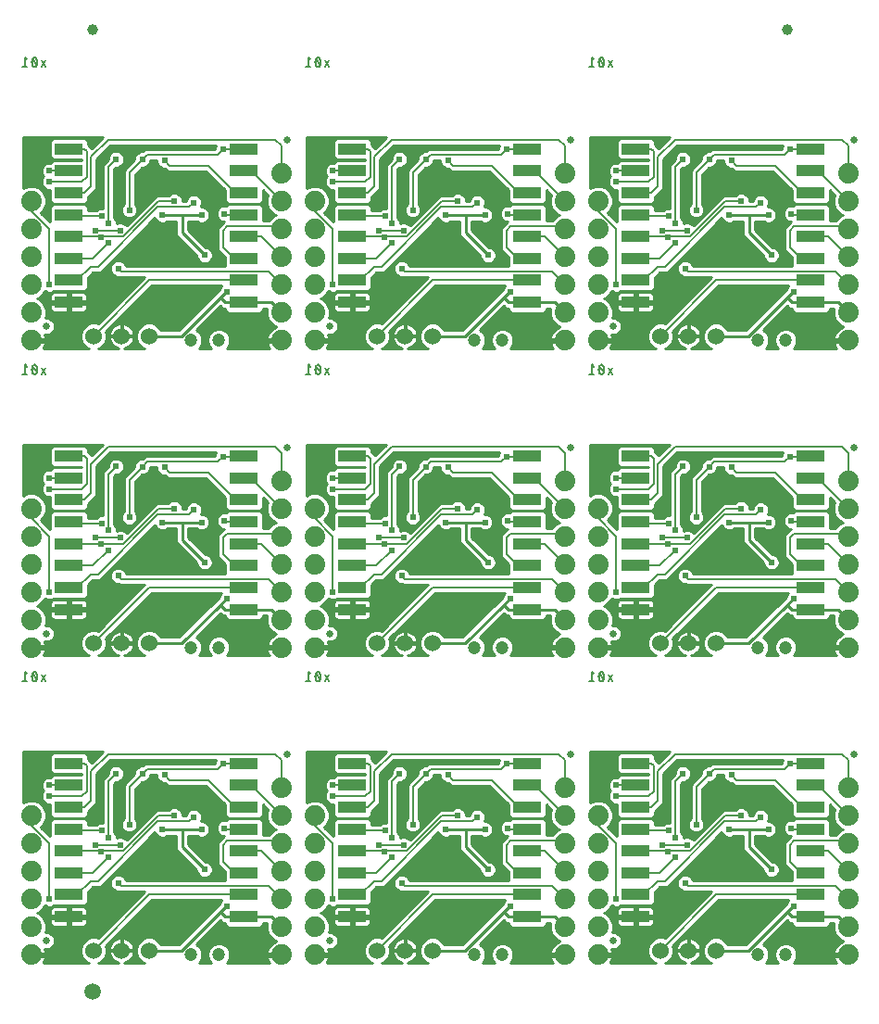
<source format=gbl>
G75*
%MOIN*%
%OFA0B0*%
%FSLAX25Y25*%
%IPPOS*%
%LPD*%
%AMOC8*
5,1,8,0,0,1.08239X$1,22.5*
%
%ADD10C,0.00600*%
%ADD11R,0.10236X0.04331*%
%ADD12C,0.07400*%
%ADD13C,0.04724*%
%ADD14C,0.06000*%
%ADD15C,0.02500*%
%ADD16C,0.03937*%
%ADD17C,0.05906*%
%ADD18C,0.01000*%
%ADD19C,0.02400*%
D10*
X0056250Y0035250D02*
X0076285Y0055285D01*
X0110246Y0055285D01*
X0110246Y0063159D02*
X0106841Y0063159D01*
X0102750Y0067250D01*
X0102750Y0073250D01*
X0104250Y0074750D01*
X0122750Y0074750D01*
X0123750Y0073750D01*
X0116467Y0071033D02*
X0123750Y0063750D01*
X0119149Y0058351D02*
X0066179Y0058351D01*
X0065049Y0059482D01*
X0057691Y0060094D02*
X0055094Y0060094D01*
X0050285Y0055285D01*
X0047254Y0055285D01*
X0040336Y0053750D02*
X0040336Y0073670D01*
X0033750Y0080255D01*
X0033750Y0083750D01*
X0040250Y0090750D02*
X0051905Y0090750D01*
X0053750Y0092595D01*
X0053750Y0101750D01*
X0052970Y0102530D01*
X0047254Y0102530D01*
X0047254Y0094656D02*
X0040250Y0094656D01*
X0047254Y0086781D02*
X0052781Y0086781D01*
X0055250Y0089250D01*
X0055250Y0099750D01*
X0061350Y0105850D01*
X0121650Y0105850D01*
X0123750Y0103750D01*
X0123750Y0093750D01*
X0123750Y0083750D02*
X0112844Y0094656D01*
X0110246Y0094656D01*
X0108872Y0102250D02*
X0108750Y0102372D01*
X0110089Y0102372D01*
X0110246Y0102530D01*
X0108750Y0102372D02*
X0102750Y0102372D01*
X0100949Y0100571D01*
X0075571Y0100571D01*
X0073750Y0098750D01*
X0069015Y0094015D01*
X0069015Y0080515D01*
X0065750Y0073133D02*
X0057007Y0073133D01*
X0058950Y0070833D02*
X0059050Y0070833D01*
X0059250Y0071033D01*
X0066933Y0071033D01*
X0079650Y0083750D01*
X0085250Y0083750D01*
X0081250Y0083750D01*
X0079247Y0081650D02*
X0090650Y0081650D01*
X0092250Y0083250D01*
X0103250Y0079250D02*
X0103593Y0078907D01*
X0110246Y0078907D01*
X0107093Y0078907D01*
X0110246Y0071033D02*
X0116467Y0071033D01*
X0119149Y0058351D02*
X0123750Y0053750D01*
X0142336Y0053750D02*
X0142336Y0073670D01*
X0135750Y0080255D01*
X0135750Y0083750D01*
X0142250Y0090750D02*
X0153905Y0090750D01*
X0155750Y0092595D01*
X0155750Y0101750D01*
X0154970Y0102530D01*
X0149254Y0102530D01*
X0149254Y0094656D02*
X0142250Y0094656D01*
X0149254Y0086781D02*
X0154781Y0086781D01*
X0157250Y0089250D01*
X0157250Y0099750D01*
X0163350Y0105850D01*
X0223650Y0105850D01*
X0225750Y0103750D01*
X0225750Y0093750D01*
X0225750Y0083750D02*
X0214844Y0094656D01*
X0212246Y0094656D01*
X0210872Y0102250D02*
X0210750Y0102372D01*
X0212089Y0102372D01*
X0212246Y0102530D01*
X0210750Y0102372D02*
X0204750Y0102372D01*
X0202949Y0100571D01*
X0177571Y0100571D01*
X0175750Y0098750D01*
X0171015Y0094015D01*
X0171015Y0080515D01*
X0167750Y0073133D02*
X0159007Y0073133D01*
X0160950Y0070833D02*
X0161050Y0070833D01*
X0161250Y0071033D01*
X0168933Y0071033D01*
X0181650Y0083750D01*
X0187250Y0083750D01*
X0183250Y0083750D01*
X0181247Y0081650D02*
X0192650Y0081650D01*
X0194250Y0083250D01*
X0204750Y0073250D02*
X0206250Y0074750D01*
X0224750Y0074750D01*
X0225750Y0073750D01*
X0218467Y0071033D02*
X0225750Y0063750D01*
X0221149Y0058351D02*
X0168179Y0058351D01*
X0167049Y0059482D01*
X0159691Y0060094D02*
X0157094Y0060094D01*
X0152285Y0055285D01*
X0149254Y0055285D01*
X0149254Y0063159D02*
X0157959Y0063159D01*
X0163550Y0068750D01*
X0161250Y0071033D02*
X0149254Y0071033D01*
X0149854Y0078307D02*
X0161250Y0078307D01*
X0163550Y0075880D02*
X0163550Y0096053D01*
X0166250Y0098753D01*
X0166250Y0098829D01*
X0152581Y0086781D02*
X0149254Y0086781D01*
X0149254Y0078907D02*
X0149854Y0078307D01*
X0149344Y0063250D02*
X0149254Y0063159D01*
X0159691Y0060094D02*
X0181247Y0081650D01*
X0185671Y0096550D02*
X0199450Y0096550D01*
X0207750Y0088250D01*
X0210778Y0088250D01*
X0212246Y0086781D01*
X0212246Y0078907D02*
X0205593Y0078907D01*
X0205250Y0079250D01*
X0209093Y0078907D02*
X0212246Y0078907D01*
X0212246Y0071033D02*
X0218467Y0071033D01*
X0212246Y0063159D02*
X0208841Y0063159D01*
X0204750Y0067250D01*
X0204750Y0073250D01*
X0221149Y0058351D02*
X0225750Y0053750D01*
X0212246Y0055285D02*
X0178285Y0055285D01*
X0158250Y0035250D01*
X0110246Y0086781D02*
X0108778Y0088250D01*
X0105750Y0088250D01*
X0097450Y0096550D01*
X0083671Y0096550D01*
X0081750Y0098471D01*
X0079247Y0081650D02*
X0057691Y0060094D01*
X0055959Y0063159D02*
X0061550Y0068750D01*
X0059250Y0071033D02*
X0047254Y0071033D01*
X0047854Y0078307D02*
X0059250Y0078307D01*
X0061550Y0075880D02*
X0061550Y0096053D01*
X0064250Y0098753D01*
X0064250Y0098829D01*
X0050581Y0086781D02*
X0047254Y0086781D01*
X0047254Y0078907D02*
X0047854Y0078307D01*
X0047344Y0063250D02*
X0047254Y0063159D01*
X0055959Y0063159D01*
X0038950Y0132050D02*
X0037439Y0134317D01*
X0034010Y0133750D02*
X0034012Y0133652D01*
X0034017Y0133555D01*
X0034025Y0133457D01*
X0034037Y0133360D01*
X0034053Y0133264D01*
X0034071Y0133168D01*
X0034093Y0133072D01*
X0034118Y0132978D01*
X0034147Y0132884D01*
X0034179Y0132792D01*
X0034214Y0132701D01*
X0034252Y0132611D01*
X0034293Y0132522D01*
X0034954Y0132050D02*
X0035005Y0132052D01*
X0035056Y0132057D01*
X0035106Y0132067D01*
X0035155Y0132080D01*
X0035203Y0132096D01*
X0035250Y0132116D01*
X0035296Y0132139D01*
X0035339Y0132166D01*
X0035381Y0132195D01*
X0035420Y0132228D01*
X0035457Y0132263D01*
X0035491Y0132301D01*
X0035522Y0132342D01*
X0035550Y0132384D01*
X0035575Y0132429D01*
X0035597Y0132475D01*
X0035615Y0132522D01*
X0035710Y0132806D02*
X0034199Y0134694D01*
X0034293Y0134978D02*
X0034311Y0135025D01*
X0034333Y0135071D01*
X0034358Y0135116D01*
X0034386Y0135158D01*
X0034417Y0135199D01*
X0034451Y0135237D01*
X0034488Y0135272D01*
X0034527Y0135305D01*
X0034569Y0135334D01*
X0034612Y0135361D01*
X0034658Y0135384D01*
X0034705Y0135404D01*
X0034753Y0135420D01*
X0034802Y0135433D01*
X0034852Y0135443D01*
X0034903Y0135448D01*
X0034954Y0135450D01*
X0035005Y0135448D01*
X0035056Y0135443D01*
X0035106Y0135433D01*
X0035155Y0135420D01*
X0035203Y0135404D01*
X0035250Y0135384D01*
X0035296Y0135361D01*
X0035339Y0135334D01*
X0035381Y0135305D01*
X0035420Y0135272D01*
X0035457Y0135237D01*
X0035491Y0135199D01*
X0035522Y0135158D01*
X0035550Y0135116D01*
X0035575Y0135071D01*
X0035597Y0135025D01*
X0035615Y0134978D01*
X0034293Y0134978D02*
X0034252Y0134889D01*
X0034214Y0134799D01*
X0034179Y0134708D01*
X0034147Y0134616D01*
X0034118Y0134522D01*
X0034093Y0134428D01*
X0034071Y0134332D01*
X0034053Y0134236D01*
X0034037Y0134140D01*
X0034025Y0134043D01*
X0034017Y0133945D01*
X0034012Y0133848D01*
X0034010Y0133750D01*
X0035899Y0133750D02*
X0035897Y0133848D01*
X0035892Y0133945D01*
X0035884Y0134043D01*
X0035872Y0134140D01*
X0035856Y0134236D01*
X0035838Y0134332D01*
X0035816Y0134428D01*
X0035791Y0134522D01*
X0035762Y0134616D01*
X0035730Y0134708D01*
X0035695Y0134799D01*
X0035657Y0134889D01*
X0035616Y0134978D01*
X0034293Y0132522D02*
X0034311Y0132475D01*
X0034333Y0132429D01*
X0034358Y0132384D01*
X0034386Y0132342D01*
X0034417Y0132301D01*
X0034451Y0132263D01*
X0034488Y0132228D01*
X0034527Y0132195D01*
X0034569Y0132166D01*
X0034612Y0132139D01*
X0034658Y0132116D01*
X0034705Y0132096D01*
X0034753Y0132080D01*
X0034802Y0132067D01*
X0034852Y0132057D01*
X0034903Y0132052D01*
X0034954Y0132050D01*
X0037439Y0132050D02*
X0038950Y0134317D01*
X0035899Y0133750D02*
X0035897Y0133652D01*
X0035892Y0133555D01*
X0035884Y0133457D01*
X0035872Y0133360D01*
X0035856Y0133264D01*
X0035838Y0133168D01*
X0035816Y0133072D01*
X0035791Y0132978D01*
X0035762Y0132884D01*
X0035730Y0132792D01*
X0035695Y0132701D01*
X0035657Y0132611D01*
X0035616Y0132522D01*
X0032299Y0132050D02*
X0030410Y0132050D01*
X0031354Y0132050D02*
X0031354Y0135450D01*
X0032299Y0134694D01*
X0056250Y0145750D02*
X0076285Y0165785D01*
X0110246Y0165785D01*
X0110246Y0173659D02*
X0106841Y0173659D01*
X0102750Y0177750D01*
X0102750Y0183750D01*
X0104250Y0185250D01*
X0122750Y0185250D01*
X0123750Y0184250D01*
X0116467Y0181533D02*
X0123750Y0174250D01*
X0119149Y0168851D02*
X0066179Y0168851D01*
X0065049Y0169982D01*
X0057691Y0170594D02*
X0055094Y0170594D01*
X0050285Y0165785D01*
X0047254Y0165785D01*
X0040336Y0164250D02*
X0040336Y0184170D01*
X0033750Y0190755D01*
X0033750Y0194250D01*
X0040250Y0201250D02*
X0051905Y0201250D01*
X0053750Y0203095D01*
X0053750Y0212250D01*
X0052970Y0213030D01*
X0047254Y0213030D01*
X0047254Y0205156D02*
X0040250Y0205156D01*
X0047254Y0197281D02*
X0052781Y0197281D01*
X0055250Y0199750D01*
X0055250Y0210250D01*
X0061350Y0216350D01*
X0121650Y0216350D01*
X0123750Y0214250D01*
X0123750Y0204250D01*
X0123750Y0194250D02*
X0112844Y0205156D01*
X0110246Y0205156D01*
X0108872Y0212750D02*
X0108750Y0212872D01*
X0110089Y0212872D01*
X0110246Y0213030D01*
X0108750Y0212872D02*
X0102750Y0212872D01*
X0100949Y0211071D01*
X0075571Y0211071D01*
X0073750Y0209250D01*
X0069015Y0204515D01*
X0069015Y0191015D01*
X0065750Y0183633D02*
X0057007Y0183633D01*
X0058950Y0181333D02*
X0059050Y0181333D01*
X0059250Y0181533D01*
X0066933Y0181533D01*
X0079650Y0194250D01*
X0085250Y0194250D01*
X0081250Y0194250D01*
X0079247Y0192150D02*
X0090650Y0192150D01*
X0092250Y0193750D01*
X0103250Y0189750D02*
X0103593Y0189407D01*
X0110246Y0189407D01*
X0107093Y0189407D01*
X0110246Y0181533D02*
X0116467Y0181533D01*
X0119149Y0168851D02*
X0123750Y0164250D01*
X0142336Y0164250D02*
X0142336Y0184170D01*
X0135750Y0190755D01*
X0135750Y0194250D01*
X0142250Y0201250D02*
X0153905Y0201250D01*
X0155750Y0203095D01*
X0155750Y0212250D01*
X0154970Y0213030D01*
X0149254Y0213030D01*
X0149254Y0205156D02*
X0142250Y0205156D01*
X0149254Y0197281D02*
X0154781Y0197281D01*
X0157250Y0199750D01*
X0157250Y0210250D01*
X0163350Y0216350D01*
X0223650Y0216350D01*
X0225750Y0214250D01*
X0225750Y0204250D01*
X0225750Y0194250D02*
X0214844Y0205156D01*
X0212246Y0205156D01*
X0210872Y0212750D02*
X0210750Y0212872D01*
X0212089Y0212872D01*
X0212246Y0213030D01*
X0210750Y0212872D02*
X0204750Y0212872D01*
X0202949Y0211071D01*
X0177571Y0211071D01*
X0175750Y0209250D01*
X0171015Y0204515D01*
X0171015Y0191015D01*
X0167750Y0183633D02*
X0159007Y0183633D01*
X0160950Y0181333D02*
X0161050Y0181333D01*
X0161250Y0181533D01*
X0168933Y0181533D01*
X0181650Y0194250D01*
X0187250Y0194250D01*
X0183250Y0194250D01*
X0181247Y0192150D02*
X0192650Y0192150D01*
X0194250Y0193750D01*
X0204750Y0183750D02*
X0206250Y0185250D01*
X0224750Y0185250D01*
X0225750Y0184250D01*
X0218467Y0181533D02*
X0225750Y0174250D01*
X0221149Y0168851D02*
X0168179Y0168851D01*
X0167049Y0169982D01*
X0159691Y0170594D02*
X0157094Y0170594D01*
X0152285Y0165785D01*
X0149254Y0165785D01*
X0149254Y0173659D02*
X0157959Y0173659D01*
X0163550Y0179250D01*
X0161250Y0181533D02*
X0149254Y0181533D01*
X0149854Y0188807D02*
X0161250Y0188807D01*
X0163550Y0186380D02*
X0163550Y0206553D01*
X0166250Y0209253D01*
X0166250Y0209329D01*
X0152581Y0197281D02*
X0149254Y0197281D01*
X0149254Y0189407D02*
X0149854Y0188807D01*
X0149344Y0173750D02*
X0149254Y0173659D01*
X0159691Y0170594D02*
X0181247Y0192150D01*
X0185671Y0207050D02*
X0199450Y0207050D01*
X0207750Y0198750D01*
X0210778Y0198750D01*
X0212246Y0197281D01*
X0212246Y0189407D02*
X0205593Y0189407D01*
X0205250Y0189750D01*
X0209093Y0189407D02*
X0212246Y0189407D01*
X0212246Y0181533D02*
X0218467Y0181533D01*
X0212246Y0173659D02*
X0208841Y0173659D01*
X0204750Y0177750D01*
X0204750Y0183750D01*
X0221149Y0168851D02*
X0225750Y0164250D01*
X0212246Y0165785D02*
X0178285Y0165785D01*
X0158250Y0145750D01*
X0140950Y0134317D02*
X0139439Y0132050D01*
X0140950Y0132050D02*
X0139439Y0134317D01*
X0136010Y0133750D02*
X0136012Y0133652D01*
X0136017Y0133555D01*
X0136025Y0133457D01*
X0136037Y0133360D01*
X0136053Y0133264D01*
X0136071Y0133168D01*
X0136093Y0133072D01*
X0136118Y0132978D01*
X0136147Y0132884D01*
X0136179Y0132792D01*
X0136214Y0132701D01*
X0136252Y0132611D01*
X0136293Y0132522D01*
X0136954Y0132050D02*
X0137005Y0132052D01*
X0137056Y0132057D01*
X0137106Y0132067D01*
X0137155Y0132080D01*
X0137203Y0132096D01*
X0137250Y0132116D01*
X0137296Y0132139D01*
X0137339Y0132166D01*
X0137381Y0132195D01*
X0137420Y0132228D01*
X0137457Y0132263D01*
X0137491Y0132301D01*
X0137522Y0132342D01*
X0137550Y0132384D01*
X0137575Y0132429D01*
X0137597Y0132475D01*
X0137615Y0132522D01*
X0137710Y0132806D02*
X0136199Y0134694D01*
X0136293Y0134978D02*
X0136311Y0135025D01*
X0136333Y0135071D01*
X0136358Y0135116D01*
X0136386Y0135158D01*
X0136417Y0135199D01*
X0136451Y0135237D01*
X0136488Y0135272D01*
X0136527Y0135305D01*
X0136569Y0135334D01*
X0136612Y0135361D01*
X0136658Y0135384D01*
X0136705Y0135404D01*
X0136753Y0135420D01*
X0136802Y0135433D01*
X0136852Y0135443D01*
X0136903Y0135448D01*
X0136954Y0135450D01*
X0137005Y0135448D01*
X0137056Y0135443D01*
X0137106Y0135433D01*
X0137155Y0135420D01*
X0137203Y0135404D01*
X0137250Y0135384D01*
X0137296Y0135361D01*
X0137339Y0135334D01*
X0137381Y0135305D01*
X0137420Y0135272D01*
X0137457Y0135237D01*
X0137491Y0135199D01*
X0137522Y0135158D01*
X0137550Y0135116D01*
X0137575Y0135071D01*
X0137597Y0135025D01*
X0137615Y0134978D01*
X0136293Y0134978D02*
X0136252Y0134889D01*
X0136214Y0134799D01*
X0136179Y0134708D01*
X0136147Y0134616D01*
X0136118Y0134522D01*
X0136093Y0134428D01*
X0136071Y0134332D01*
X0136053Y0134236D01*
X0136037Y0134140D01*
X0136025Y0134043D01*
X0136017Y0133945D01*
X0136012Y0133848D01*
X0136010Y0133750D01*
X0137899Y0133750D02*
X0137897Y0133848D01*
X0137892Y0133945D01*
X0137884Y0134043D01*
X0137872Y0134140D01*
X0137856Y0134236D01*
X0137838Y0134332D01*
X0137816Y0134428D01*
X0137791Y0134522D01*
X0137762Y0134616D01*
X0137730Y0134708D01*
X0137695Y0134799D01*
X0137657Y0134889D01*
X0137616Y0134978D01*
X0136293Y0132522D02*
X0136311Y0132475D01*
X0136333Y0132429D01*
X0136358Y0132384D01*
X0136386Y0132342D01*
X0136417Y0132301D01*
X0136451Y0132263D01*
X0136488Y0132228D01*
X0136527Y0132195D01*
X0136569Y0132166D01*
X0136612Y0132139D01*
X0136658Y0132116D01*
X0136705Y0132096D01*
X0136753Y0132080D01*
X0136802Y0132067D01*
X0136852Y0132057D01*
X0136903Y0132052D01*
X0136954Y0132050D01*
X0137616Y0132522D02*
X0137657Y0132611D01*
X0137695Y0132701D01*
X0137730Y0132792D01*
X0137762Y0132884D01*
X0137791Y0132978D01*
X0137816Y0133072D01*
X0137838Y0133168D01*
X0137856Y0133264D01*
X0137872Y0133360D01*
X0137884Y0133457D01*
X0137892Y0133555D01*
X0137897Y0133652D01*
X0137899Y0133750D01*
X0134299Y0134694D02*
X0133354Y0135450D01*
X0133354Y0132050D01*
X0132410Y0132050D02*
X0134299Y0132050D01*
X0183750Y0098471D02*
X0185671Y0096550D01*
X0234410Y0132050D02*
X0236299Y0132050D01*
X0235354Y0132050D02*
X0235354Y0135450D01*
X0236299Y0134694D01*
X0239899Y0133750D02*
X0239897Y0133652D01*
X0239892Y0133555D01*
X0239884Y0133457D01*
X0239872Y0133360D01*
X0239856Y0133264D01*
X0239838Y0133168D01*
X0239816Y0133072D01*
X0239791Y0132978D01*
X0239762Y0132884D01*
X0239730Y0132792D01*
X0239695Y0132701D01*
X0239657Y0132611D01*
X0239616Y0132522D01*
X0239710Y0132806D02*
X0238199Y0134694D01*
X0238293Y0134978D02*
X0238311Y0135025D01*
X0238333Y0135071D01*
X0238358Y0135116D01*
X0238386Y0135158D01*
X0238417Y0135199D01*
X0238451Y0135237D01*
X0238488Y0135272D01*
X0238527Y0135305D01*
X0238569Y0135334D01*
X0238612Y0135361D01*
X0238658Y0135384D01*
X0238705Y0135404D01*
X0238753Y0135420D01*
X0238802Y0135433D01*
X0238852Y0135443D01*
X0238903Y0135448D01*
X0238954Y0135450D01*
X0239005Y0135448D01*
X0239056Y0135443D01*
X0239106Y0135433D01*
X0239155Y0135420D01*
X0239203Y0135404D01*
X0239250Y0135384D01*
X0239296Y0135361D01*
X0239339Y0135334D01*
X0239381Y0135305D01*
X0239420Y0135272D01*
X0239457Y0135237D01*
X0239491Y0135199D01*
X0239522Y0135158D01*
X0239550Y0135116D01*
X0239575Y0135071D01*
X0239597Y0135025D01*
X0239615Y0134978D01*
X0238293Y0134978D02*
X0238252Y0134889D01*
X0238214Y0134799D01*
X0238179Y0134708D01*
X0238147Y0134616D01*
X0238118Y0134522D01*
X0238093Y0134428D01*
X0238071Y0134332D01*
X0238053Y0134236D01*
X0238037Y0134140D01*
X0238025Y0134043D01*
X0238017Y0133945D01*
X0238012Y0133848D01*
X0238010Y0133750D01*
X0239899Y0133750D02*
X0239897Y0133848D01*
X0239892Y0133945D01*
X0239884Y0134043D01*
X0239872Y0134140D01*
X0239856Y0134236D01*
X0239838Y0134332D01*
X0239816Y0134428D01*
X0239791Y0134522D01*
X0239762Y0134616D01*
X0239730Y0134708D01*
X0239695Y0134799D01*
X0239657Y0134889D01*
X0239616Y0134978D01*
X0238010Y0133750D02*
X0238012Y0133652D01*
X0238017Y0133555D01*
X0238025Y0133457D01*
X0238037Y0133360D01*
X0238053Y0133264D01*
X0238071Y0133168D01*
X0238093Y0133072D01*
X0238118Y0132978D01*
X0238147Y0132884D01*
X0238179Y0132792D01*
X0238214Y0132701D01*
X0238252Y0132611D01*
X0238293Y0132522D01*
X0238954Y0132050D02*
X0239005Y0132052D01*
X0239056Y0132057D01*
X0239106Y0132067D01*
X0239155Y0132080D01*
X0239203Y0132096D01*
X0239250Y0132116D01*
X0239296Y0132139D01*
X0239339Y0132166D01*
X0239381Y0132195D01*
X0239420Y0132228D01*
X0239457Y0132263D01*
X0239491Y0132301D01*
X0239522Y0132342D01*
X0239550Y0132384D01*
X0239575Y0132429D01*
X0239597Y0132475D01*
X0239615Y0132522D01*
X0238954Y0132050D02*
X0238903Y0132052D01*
X0238852Y0132057D01*
X0238802Y0132067D01*
X0238753Y0132080D01*
X0238705Y0132096D01*
X0238658Y0132116D01*
X0238612Y0132139D01*
X0238569Y0132166D01*
X0238527Y0132195D01*
X0238488Y0132228D01*
X0238451Y0132263D01*
X0238417Y0132301D01*
X0238386Y0132342D01*
X0238358Y0132384D01*
X0238333Y0132429D01*
X0238311Y0132475D01*
X0238293Y0132522D01*
X0241439Y0132050D02*
X0242950Y0134317D01*
X0241439Y0134317D02*
X0242950Y0132050D01*
X0260250Y0145750D02*
X0280285Y0165785D01*
X0314246Y0165785D01*
X0314246Y0173659D02*
X0310841Y0173659D01*
X0306750Y0177750D01*
X0306750Y0183750D01*
X0308250Y0185250D01*
X0326750Y0185250D01*
X0327750Y0184250D01*
X0320467Y0181533D02*
X0327750Y0174250D01*
X0323149Y0168851D02*
X0270179Y0168851D01*
X0269049Y0169982D01*
X0261691Y0170594D02*
X0259094Y0170594D01*
X0254285Y0165785D01*
X0251254Y0165785D01*
X0244336Y0164250D02*
X0244336Y0184170D01*
X0237750Y0190755D01*
X0237750Y0194250D01*
X0244250Y0201250D02*
X0255905Y0201250D01*
X0257750Y0203095D01*
X0257750Y0212250D01*
X0256970Y0213030D01*
X0251254Y0213030D01*
X0251254Y0205156D02*
X0244250Y0205156D01*
X0251254Y0197281D02*
X0256781Y0197281D01*
X0259250Y0199750D01*
X0259250Y0210250D01*
X0265350Y0216350D01*
X0325650Y0216350D01*
X0327750Y0214250D01*
X0327750Y0204250D01*
X0327750Y0194250D02*
X0316844Y0205156D01*
X0314246Y0205156D01*
X0312872Y0212750D02*
X0312750Y0212872D01*
X0314089Y0212872D01*
X0314246Y0213030D01*
X0312750Y0212872D02*
X0306750Y0212872D01*
X0304949Y0211071D01*
X0279571Y0211071D01*
X0277750Y0209250D01*
X0273015Y0204515D01*
X0273015Y0191015D01*
X0269750Y0183633D02*
X0261007Y0183633D01*
X0262950Y0181333D02*
X0263050Y0181333D01*
X0263250Y0181533D01*
X0270933Y0181533D01*
X0283650Y0194250D01*
X0289250Y0194250D01*
X0285250Y0194250D01*
X0283247Y0192150D02*
X0294650Y0192150D01*
X0296250Y0193750D01*
X0307250Y0189750D02*
X0307593Y0189407D01*
X0314246Y0189407D01*
X0311093Y0189407D01*
X0314246Y0181533D02*
X0320467Y0181533D01*
X0323149Y0168851D02*
X0327750Y0164250D01*
X0314246Y0197281D02*
X0312778Y0198750D01*
X0309750Y0198750D01*
X0301450Y0207050D01*
X0287671Y0207050D01*
X0285750Y0208971D01*
X0283247Y0192150D02*
X0261691Y0170594D01*
X0259959Y0173659D02*
X0265550Y0179250D01*
X0263250Y0181533D02*
X0251254Y0181533D01*
X0251854Y0188807D02*
X0263250Y0188807D01*
X0265550Y0186380D02*
X0265550Y0206553D01*
X0268250Y0209253D01*
X0268250Y0209329D01*
X0254581Y0197281D02*
X0251254Y0197281D01*
X0251254Y0189407D02*
X0251854Y0188807D01*
X0251344Y0173750D02*
X0251254Y0173659D01*
X0259959Y0173659D01*
X0265350Y0105850D02*
X0259250Y0099750D01*
X0259250Y0089250D01*
X0256781Y0086781D01*
X0251254Y0086781D01*
X0254581Y0086781D01*
X0255905Y0090750D02*
X0244250Y0090750D01*
X0244250Y0094656D02*
X0251254Y0094656D01*
X0255905Y0090750D02*
X0257750Y0092595D01*
X0257750Y0101750D01*
X0256970Y0102530D01*
X0251254Y0102530D01*
X0265350Y0105850D02*
X0325650Y0105850D01*
X0327750Y0103750D01*
X0327750Y0093750D01*
X0327750Y0083750D02*
X0316844Y0094656D01*
X0314246Y0094656D01*
X0312872Y0102250D02*
X0312750Y0102372D01*
X0314089Y0102372D01*
X0314246Y0102530D01*
X0312750Y0102372D02*
X0306750Y0102372D01*
X0304949Y0100571D01*
X0279571Y0100571D01*
X0277750Y0098750D01*
X0273015Y0094015D01*
X0273015Y0080515D01*
X0269750Y0073133D02*
X0261007Y0073133D01*
X0262950Y0070833D02*
X0263050Y0070833D01*
X0263250Y0071033D01*
X0270933Y0071033D01*
X0283650Y0083750D01*
X0289250Y0083750D01*
X0285250Y0083750D01*
X0283247Y0081650D02*
X0294650Y0081650D01*
X0296250Y0083250D01*
X0307250Y0079250D02*
X0307593Y0078907D01*
X0314246Y0078907D01*
X0311093Y0078907D01*
X0308250Y0074750D02*
X0326750Y0074750D01*
X0327750Y0073750D01*
X0320467Y0071033D02*
X0327750Y0063750D01*
X0323149Y0058351D02*
X0270179Y0058351D01*
X0269049Y0059482D01*
X0261691Y0060094D02*
X0259094Y0060094D01*
X0254285Y0055285D01*
X0251254Y0055285D01*
X0244336Y0053750D02*
X0244336Y0073670D01*
X0237750Y0080255D01*
X0237750Y0083750D01*
X0251254Y0078907D02*
X0251854Y0078307D01*
X0263250Y0078307D01*
X0265550Y0075880D02*
X0265550Y0096053D01*
X0268250Y0098753D01*
X0268250Y0098829D01*
X0285750Y0098471D02*
X0287671Y0096550D01*
X0301450Y0096550D01*
X0309750Y0088250D01*
X0312778Y0088250D01*
X0314246Y0086781D01*
X0308250Y0074750D02*
X0306750Y0073250D01*
X0306750Y0067250D01*
X0310841Y0063159D01*
X0314246Y0063159D01*
X0314246Y0055285D02*
X0280285Y0055285D01*
X0260250Y0035250D01*
X0261691Y0060094D02*
X0283247Y0081650D01*
X0265550Y0068750D02*
X0259959Y0063159D01*
X0251254Y0063159D01*
X0251344Y0063250D01*
X0251254Y0071033D02*
X0263250Y0071033D01*
X0314246Y0071033D02*
X0320467Y0071033D01*
X0323149Y0058351D02*
X0327750Y0053750D01*
X0185671Y0207050D02*
X0183750Y0208971D01*
X0140950Y0242550D02*
X0139439Y0244817D01*
X0136010Y0244250D02*
X0136012Y0244152D01*
X0136017Y0244055D01*
X0136025Y0243957D01*
X0136037Y0243860D01*
X0136053Y0243764D01*
X0136071Y0243668D01*
X0136093Y0243572D01*
X0136118Y0243478D01*
X0136147Y0243384D01*
X0136179Y0243292D01*
X0136214Y0243201D01*
X0136252Y0243111D01*
X0136293Y0243022D01*
X0136954Y0242550D02*
X0137005Y0242552D01*
X0137056Y0242557D01*
X0137106Y0242567D01*
X0137155Y0242580D01*
X0137203Y0242596D01*
X0137250Y0242616D01*
X0137296Y0242639D01*
X0137339Y0242666D01*
X0137381Y0242695D01*
X0137420Y0242728D01*
X0137457Y0242763D01*
X0137491Y0242801D01*
X0137522Y0242842D01*
X0137550Y0242884D01*
X0137575Y0242929D01*
X0137597Y0242975D01*
X0137615Y0243022D01*
X0137710Y0243306D02*
X0136199Y0245194D01*
X0136293Y0245478D02*
X0136311Y0245525D01*
X0136333Y0245571D01*
X0136358Y0245616D01*
X0136386Y0245658D01*
X0136417Y0245699D01*
X0136451Y0245737D01*
X0136488Y0245772D01*
X0136527Y0245805D01*
X0136569Y0245834D01*
X0136612Y0245861D01*
X0136658Y0245884D01*
X0136705Y0245904D01*
X0136753Y0245920D01*
X0136802Y0245933D01*
X0136852Y0245943D01*
X0136903Y0245948D01*
X0136954Y0245950D01*
X0137005Y0245948D01*
X0137056Y0245943D01*
X0137106Y0245933D01*
X0137155Y0245920D01*
X0137203Y0245904D01*
X0137250Y0245884D01*
X0137296Y0245861D01*
X0137339Y0245834D01*
X0137381Y0245805D01*
X0137420Y0245772D01*
X0137457Y0245737D01*
X0137491Y0245699D01*
X0137522Y0245658D01*
X0137550Y0245616D01*
X0137575Y0245571D01*
X0137597Y0245525D01*
X0137615Y0245478D01*
X0136293Y0245478D02*
X0136252Y0245389D01*
X0136214Y0245299D01*
X0136179Y0245208D01*
X0136147Y0245116D01*
X0136118Y0245022D01*
X0136093Y0244928D01*
X0136071Y0244832D01*
X0136053Y0244736D01*
X0136037Y0244640D01*
X0136025Y0244543D01*
X0136017Y0244445D01*
X0136012Y0244348D01*
X0136010Y0244250D01*
X0137899Y0244250D02*
X0137897Y0244348D01*
X0137892Y0244445D01*
X0137884Y0244543D01*
X0137872Y0244640D01*
X0137856Y0244736D01*
X0137838Y0244832D01*
X0137816Y0244928D01*
X0137791Y0245022D01*
X0137762Y0245116D01*
X0137730Y0245208D01*
X0137695Y0245299D01*
X0137657Y0245389D01*
X0137616Y0245478D01*
X0136293Y0243022D02*
X0136311Y0242975D01*
X0136333Y0242929D01*
X0136358Y0242884D01*
X0136386Y0242842D01*
X0136417Y0242801D01*
X0136451Y0242763D01*
X0136488Y0242728D01*
X0136527Y0242695D01*
X0136569Y0242666D01*
X0136612Y0242639D01*
X0136658Y0242616D01*
X0136705Y0242596D01*
X0136753Y0242580D01*
X0136802Y0242567D01*
X0136852Y0242557D01*
X0136903Y0242552D01*
X0136954Y0242550D01*
X0139439Y0242550D02*
X0140950Y0244817D01*
X0137899Y0244250D02*
X0137897Y0244152D01*
X0137892Y0244055D01*
X0137884Y0243957D01*
X0137872Y0243860D01*
X0137856Y0243764D01*
X0137838Y0243668D01*
X0137816Y0243572D01*
X0137791Y0243478D01*
X0137762Y0243384D01*
X0137730Y0243292D01*
X0137695Y0243201D01*
X0137657Y0243111D01*
X0137616Y0243022D01*
X0134299Y0242550D02*
X0132410Y0242550D01*
X0133354Y0242550D02*
X0133354Y0245950D01*
X0134299Y0245194D01*
X0158250Y0256250D02*
X0178285Y0276285D01*
X0212246Y0276285D01*
X0212246Y0284159D02*
X0208841Y0284159D01*
X0204750Y0288250D01*
X0204750Y0294250D01*
X0206250Y0295750D01*
X0224750Y0295750D01*
X0225750Y0294750D01*
X0218467Y0292033D02*
X0225750Y0284750D01*
X0221149Y0279351D02*
X0168179Y0279351D01*
X0167049Y0280482D01*
X0159691Y0281094D02*
X0157094Y0281094D01*
X0152285Y0276285D01*
X0149254Y0276285D01*
X0142336Y0274750D02*
X0142336Y0294670D01*
X0135750Y0301255D01*
X0135750Y0304750D01*
X0142250Y0311750D02*
X0153905Y0311750D01*
X0155750Y0313595D01*
X0155750Y0322750D01*
X0154970Y0323530D01*
X0149254Y0323530D01*
X0149254Y0315656D02*
X0142250Y0315656D01*
X0149254Y0307781D02*
X0154781Y0307781D01*
X0157250Y0310250D01*
X0157250Y0320750D01*
X0163350Y0326850D01*
X0223650Y0326850D01*
X0225750Y0324750D01*
X0225750Y0314750D01*
X0225750Y0304750D02*
X0214844Y0315656D01*
X0212246Y0315656D01*
X0210778Y0309250D02*
X0207750Y0309250D01*
X0199450Y0317550D01*
X0185671Y0317550D01*
X0183750Y0319471D01*
X0177571Y0321571D02*
X0175750Y0319750D01*
X0171015Y0315015D01*
X0171015Y0301515D01*
X0167750Y0294133D02*
X0159007Y0294133D01*
X0160950Y0291833D02*
X0161050Y0291833D01*
X0161250Y0292033D01*
X0168933Y0292033D01*
X0181650Y0304750D01*
X0187250Y0304750D01*
X0183250Y0304750D01*
X0181247Y0302650D02*
X0192650Y0302650D01*
X0194250Y0304250D01*
X0205250Y0300250D02*
X0205593Y0299907D01*
X0212246Y0299907D01*
X0209093Y0299907D01*
X0212246Y0292033D02*
X0218467Y0292033D01*
X0221149Y0279351D02*
X0225750Y0274750D01*
X0244336Y0274750D02*
X0244336Y0294670D01*
X0237750Y0301255D01*
X0237750Y0304750D01*
X0244250Y0311750D02*
X0255905Y0311750D01*
X0257750Y0313595D01*
X0257750Y0322750D01*
X0256970Y0323530D01*
X0251254Y0323530D01*
X0251254Y0315656D02*
X0244250Y0315656D01*
X0251254Y0307781D02*
X0256781Y0307781D01*
X0259250Y0310250D01*
X0259250Y0320750D01*
X0265350Y0326850D01*
X0325650Y0326850D01*
X0327750Y0324750D01*
X0327750Y0314750D01*
X0327750Y0304750D02*
X0316844Y0315656D01*
X0314246Y0315656D01*
X0312778Y0309250D02*
X0314246Y0307781D01*
X0312778Y0309250D02*
X0309750Y0309250D01*
X0301450Y0317550D01*
X0287671Y0317550D01*
X0285750Y0319471D01*
X0279571Y0321571D02*
X0304949Y0321571D01*
X0306750Y0323372D01*
X0312750Y0323372D01*
X0312872Y0323250D01*
X0312750Y0323372D02*
X0314089Y0323372D01*
X0314246Y0323530D01*
X0314246Y0299907D02*
X0307593Y0299907D01*
X0307250Y0300250D01*
X0311093Y0299907D02*
X0314246Y0299907D01*
X0308250Y0295750D02*
X0306750Y0294250D01*
X0306750Y0288250D01*
X0310841Y0284159D01*
X0314246Y0284159D01*
X0314246Y0276285D02*
X0280285Y0276285D01*
X0260250Y0256250D01*
X0242950Y0244817D02*
X0241439Y0242550D01*
X0242950Y0242550D02*
X0241439Y0244817D01*
X0238010Y0244250D02*
X0238012Y0244152D01*
X0238017Y0244055D01*
X0238025Y0243957D01*
X0238037Y0243860D01*
X0238053Y0243764D01*
X0238071Y0243668D01*
X0238093Y0243572D01*
X0238118Y0243478D01*
X0238147Y0243384D01*
X0238179Y0243292D01*
X0238214Y0243201D01*
X0238252Y0243111D01*
X0238293Y0243022D01*
X0238954Y0242550D02*
X0239005Y0242552D01*
X0239056Y0242557D01*
X0239106Y0242567D01*
X0239155Y0242580D01*
X0239203Y0242596D01*
X0239250Y0242616D01*
X0239296Y0242639D01*
X0239339Y0242666D01*
X0239381Y0242695D01*
X0239420Y0242728D01*
X0239457Y0242763D01*
X0239491Y0242801D01*
X0239522Y0242842D01*
X0239550Y0242884D01*
X0239575Y0242929D01*
X0239597Y0242975D01*
X0239615Y0243022D01*
X0239710Y0243306D02*
X0238199Y0245194D01*
X0238293Y0245478D02*
X0238311Y0245525D01*
X0238333Y0245571D01*
X0238358Y0245616D01*
X0238386Y0245658D01*
X0238417Y0245699D01*
X0238451Y0245737D01*
X0238488Y0245772D01*
X0238527Y0245805D01*
X0238569Y0245834D01*
X0238612Y0245861D01*
X0238658Y0245884D01*
X0238705Y0245904D01*
X0238753Y0245920D01*
X0238802Y0245933D01*
X0238852Y0245943D01*
X0238903Y0245948D01*
X0238954Y0245950D01*
X0239005Y0245948D01*
X0239056Y0245943D01*
X0239106Y0245933D01*
X0239155Y0245920D01*
X0239203Y0245904D01*
X0239250Y0245884D01*
X0239296Y0245861D01*
X0239339Y0245834D01*
X0239381Y0245805D01*
X0239420Y0245772D01*
X0239457Y0245737D01*
X0239491Y0245699D01*
X0239522Y0245658D01*
X0239550Y0245616D01*
X0239575Y0245571D01*
X0239597Y0245525D01*
X0239615Y0245478D01*
X0238293Y0245478D02*
X0238252Y0245389D01*
X0238214Y0245299D01*
X0238179Y0245208D01*
X0238147Y0245116D01*
X0238118Y0245022D01*
X0238093Y0244928D01*
X0238071Y0244832D01*
X0238053Y0244736D01*
X0238037Y0244640D01*
X0238025Y0244543D01*
X0238017Y0244445D01*
X0238012Y0244348D01*
X0238010Y0244250D01*
X0239899Y0244250D02*
X0239897Y0244348D01*
X0239892Y0244445D01*
X0239884Y0244543D01*
X0239872Y0244640D01*
X0239856Y0244736D01*
X0239838Y0244832D01*
X0239816Y0244928D01*
X0239791Y0245022D01*
X0239762Y0245116D01*
X0239730Y0245208D01*
X0239695Y0245299D01*
X0239657Y0245389D01*
X0239616Y0245478D01*
X0238293Y0243022D02*
X0238311Y0242975D01*
X0238333Y0242929D01*
X0238358Y0242884D01*
X0238386Y0242842D01*
X0238417Y0242801D01*
X0238451Y0242763D01*
X0238488Y0242728D01*
X0238527Y0242695D01*
X0238569Y0242666D01*
X0238612Y0242639D01*
X0238658Y0242616D01*
X0238705Y0242596D01*
X0238753Y0242580D01*
X0238802Y0242567D01*
X0238852Y0242557D01*
X0238903Y0242552D01*
X0238954Y0242550D01*
X0239616Y0243022D02*
X0239657Y0243111D01*
X0239695Y0243201D01*
X0239730Y0243292D01*
X0239762Y0243384D01*
X0239791Y0243478D01*
X0239816Y0243572D01*
X0239838Y0243668D01*
X0239856Y0243764D01*
X0239872Y0243860D01*
X0239884Y0243957D01*
X0239892Y0244055D01*
X0239897Y0244152D01*
X0239899Y0244250D01*
X0236299Y0245194D02*
X0235354Y0245950D01*
X0235354Y0242550D01*
X0234410Y0242550D02*
X0236299Y0242550D01*
X0251254Y0276285D02*
X0254285Y0276285D01*
X0259094Y0281094D01*
X0261691Y0281094D01*
X0283247Y0302650D01*
X0294650Y0302650D01*
X0296250Y0304250D01*
X0289250Y0304750D02*
X0283650Y0304750D01*
X0270933Y0292033D01*
X0263250Y0292033D01*
X0263050Y0291833D01*
X0262950Y0291833D01*
X0263250Y0292033D02*
X0251254Y0292033D01*
X0251854Y0299307D02*
X0263250Y0299307D01*
X0265550Y0296880D02*
X0265550Y0317053D01*
X0268250Y0319753D01*
X0268250Y0319829D01*
X0273015Y0315015D02*
X0277750Y0319750D01*
X0279571Y0321571D01*
X0273015Y0315015D02*
X0273015Y0301515D01*
X0269750Y0294133D02*
X0261007Y0294133D01*
X0265550Y0289750D02*
X0259959Y0284159D01*
X0251254Y0284159D01*
X0251344Y0284250D01*
X0251854Y0299307D02*
X0251254Y0299907D01*
X0251254Y0307781D02*
X0254581Y0307781D01*
X0285250Y0304750D02*
X0289250Y0304750D01*
X0308250Y0295750D02*
X0326750Y0295750D01*
X0327750Y0294750D01*
X0320467Y0292033D02*
X0327750Y0284750D01*
X0323149Y0279351D02*
X0270179Y0279351D01*
X0269049Y0280482D01*
X0314246Y0292033D02*
X0320467Y0292033D01*
X0323149Y0279351D02*
X0327750Y0274750D01*
X0242950Y0353050D02*
X0241439Y0355317D01*
X0238010Y0354750D02*
X0238012Y0354652D01*
X0238017Y0354555D01*
X0238025Y0354457D01*
X0238037Y0354360D01*
X0238053Y0354264D01*
X0238071Y0354168D01*
X0238093Y0354072D01*
X0238118Y0353978D01*
X0238147Y0353884D01*
X0238179Y0353792D01*
X0238214Y0353701D01*
X0238252Y0353611D01*
X0238293Y0353522D01*
X0238954Y0353050D02*
X0239005Y0353052D01*
X0239056Y0353057D01*
X0239106Y0353067D01*
X0239155Y0353080D01*
X0239203Y0353096D01*
X0239250Y0353116D01*
X0239296Y0353139D01*
X0239339Y0353166D01*
X0239381Y0353195D01*
X0239420Y0353228D01*
X0239457Y0353263D01*
X0239491Y0353301D01*
X0239522Y0353342D01*
X0239550Y0353384D01*
X0239575Y0353429D01*
X0239597Y0353475D01*
X0239615Y0353522D01*
X0239710Y0353806D02*
X0238199Y0355694D01*
X0238293Y0355978D02*
X0238311Y0356025D01*
X0238333Y0356071D01*
X0238358Y0356116D01*
X0238386Y0356158D01*
X0238417Y0356199D01*
X0238451Y0356237D01*
X0238488Y0356272D01*
X0238527Y0356305D01*
X0238569Y0356334D01*
X0238612Y0356361D01*
X0238658Y0356384D01*
X0238705Y0356404D01*
X0238753Y0356420D01*
X0238802Y0356433D01*
X0238852Y0356443D01*
X0238903Y0356448D01*
X0238954Y0356450D01*
X0239005Y0356448D01*
X0239056Y0356443D01*
X0239106Y0356433D01*
X0239155Y0356420D01*
X0239203Y0356404D01*
X0239250Y0356384D01*
X0239296Y0356361D01*
X0239339Y0356334D01*
X0239381Y0356305D01*
X0239420Y0356272D01*
X0239457Y0356237D01*
X0239491Y0356199D01*
X0239522Y0356158D01*
X0239550Y0356116D01*
X0239575Y0356071D01*
X0239597Y0356025D01*
X0239615Y0355978D01*
X0238293Y0355978D02*
X0238252Y0355889D01*
X0238214Y0355799D01*
X0238179Y0355708D01*
X0238147Y0355616D01*
X0238118Y0355522D01*
X0238093Y0355428D01*
X0238071Y0355332D01*
X0238053Y0355236D01*
X0238037Y0355140D01*
X0238025Y0355043D01*
X0238017Y0354945D01*
X0238012Y0354848D01*
X0238010Y0354750D01*
X0239899Y0354750D02*
X0239897Y0354848D01*
X0239892Y0354945D01*
X0239884Y0355043D01*
X0239872Y0355140D01*
X0239856Y0355236D01*
X0239838Y0355332D01*
X0239816Y0355428D01*
X0239791Y0355522D01*
X0239762Y0355616D01*
X0239730Y0355708D01*
X0239695Y0355799D01*
X0239657Y0355889D01*
X0239616Y0355978D01*
X0238293Y0353522D02*
X0238311Y0353475D01*
X0238333Y0353429D01*
X0238358Y0353384D01*
X0238386Y0353342D01*
X0238417Y0353301D01*
X0238451Y0353263D01*
X0238488Y0353228D01*
X0238527Y0353195D01*
X0238569Y0353166D01*
X0238612Y0353139D01*
X0238658Y0353116D01*
X0238705Y0353096D01*
X0238753Y0353080D01*
X0238802Y0353067D01*
X0238852Y0353057D01*
X0238903Y0353052D01*
X0238954Y0353050D01*
X0241439Y0353050D02*
X0242950Y0355317D01*
X0239899Y0354750D02*
X0239897Y0354652D01*
X0239892Y0354555D01*
X0239884Y0354457D01*
X0239872Y0354360D01*
X0239856Y0354264D01*
X0239838Y0354168D01*
X0239816Y0354072D01*
X0239791Y0353978D01*
X0239762Y0353884D01*
X0239730Y0353792D01*
X0239695Y0353701D01*
X0239657Y0353611D01*
X0239616Y0353522D01*
X0236299Y0353050D02*
X0234410Y0353050D01*
X0235354Y0353050D02*
X0235354Y0356450D01*
X0236299Y0355694D01*
X0212246Y0323530D02*
X0212089Y0323372D01*
X0210750Y0323372D01*
X0210872Y0323250D01*
X0210750Y0323372D02*
X0204750Y0323372D01*
X0202949Y0321571D01*
X0177571Y0321571D01*
X0166250Y0319829D02*
X0166250Y0319753D01*
X0163550Y0317053D01*
X0163550Y0296880D01*
X0161250Y0299307D02*
X0149854Y0299307D01*
X0149254Y0299907D01*
X0149254Y0292033D02*
X0161250Y0292033D01*
X0163550Y0289750D02*
X0157959Y0284159D01*
X0149254Y0284159D01*
X0149344Y0284250D01*
X0159691Y0281094D02*
X0181247Y0302650D01*
X0152581Y0307781D02*
X0149254Y0307781D01*
X0123750Y0304750D02*
X0112844Y0315656D01*
X0110246Y0315656D01*
X0108778Y0309250D02*
X0110246Y0307781D01*
X0108778Y0309250D02*
X0105750Y0309250D01*
X0097450Y0317550D01*
X0083671Y0317550D01*
X0081750Y0319471D01*
X0075571Y0321571D02*
X0100949Y0321571D01*
X0102750Y0323372D01*
X0108750Y0323372D01*
X0108872Y0323250D01*
X0108750Y0323372D02*
X0110089Y0323372D01*
X0110246Y0323530D01*
X0121650Y0326850D02*
X0061350Y0326850D01*
X0055250Y0320750D01*
X0055250Y0310250D01*
X0052781Y0307781D01*
X0047254Y0307781D01*
X0050581Y0307781D01*
X0051905Y0311750D02*
X0040250Y0311750D01*
X0040250Y0315656D02*
X0047254Y0315656D01*
X0051905Y0311750D02*
X0053750Y0313595D01*
X0053750Y0322750D01*
X0052970Y0323530D01*
X0047254Y0323530D01*
X0061550Y0317053D02*
X0064250Y0319753D01*
X0064250Y0319829D01*
X0061550Y0317053D02*
X0061550Y0296880D01*
X0059250Y0299307D02*
X0047854Y0299307D01*
X0047254Y0299907D01*
X0040336Y0294670D02*
X0033750Y0301255D01*
X0033750Y0304750D01*
X0040336Y0294670D02*
X0040336Y0274750D01*
X0047254Y0276285D02*
X0050285Y0276285D01*
X0055094Y0281094D01*
X0057691Y0281094D01*
X0079247Y0302650D01*
X0090650Y0302650D01*
X0092250Y0304250D01*
X0085250Y0304750D02*
X0079650Y0304750D01*
X0066933Y0292033D01*
X0059250Y0292033D01*
X0059050Y0291833D01*
X0058950Y0291833D01*
X0059250Y0292033D02*
X0047254Y0292033D01*
X0047344Y0284250D02*
X0047254Y0284159D01*
X0055959Y0284159D01*
X0061550Y0289750D01*
X0065750Y0294133D02*
X0057007Y0294133D01*
X0069015Y0301515D02*
X0069015Y0315015D01*
X0073750Y0319750D01*
X0075571Y0321571D01*
X0081250Y0304750D02*
X0085250Y0304750D01*
X0103250Y0300250D02*
X0103593Y0299907D01*
X0110246Y0299907D01*
X0107093Y0299907D01*
X0104250Y0295750D02*
X0122750Y0295750D01*
X0123750Y0294750D01*
X0116467Y0292033D02*
X0123750Y0284750D01*
X0119149Y0279351D02*
X0066179Y0279351D01*
X0065049Y0280482D01*
X0076285Y0276285D02*
X0110246Y0276285D01*
X0110246Y0284159D02*
X0106841Y0284159D01*
X0102750Y0288250D01*
X0102750Y0294250D01*
X0104250Y0295750D01*
X0110246Y0292033D02*
X0116467Y0292033D01*
X0119149Y0279351D02*
X0123750Y0274750D01*
X0123750Y0314750D02*
X0123750Y0324750D01*
X0121650Y0326850D01*
X0132410Y0353050D02*
X0134299Y0353050D01*
X0133354Y0353050D02*
X0133354Y0356450D01*
X0134299Y0355694D01*
X0137899Y0354750D02*
X0137897Y0354652D01*
X0137892Y0354555D01*
X0137884Y0354457D01*
X0137872Y0354360D01*
X0137856Y0354264D01*
X0137838Y0354168D01*
X0137816Y0354072D01*
X0137791Y0353978D01*
X0137762Y0353884D01*
X0137730Y0353792D01*
X0137695Y0353701D01*
X0137657Y0353611D01*
X0137616Y0353522D01*
X0137710Y0353806D02*
X0136199Y0355694D01*
X0136293Y0355978D02*
X0136311Y0356025D01*
X0136333Y0356071D01*
X0136358Y0356116D01*
X0136386Y0356158D01*
X0136417Y0356199D01*
X0136451Y0356237D01*
X0136488Y0356272D01*
X0136527Y0356305D01*
X0136569Y0356334D01*
X0136612Y0356361D01*
X0136658Y0356384D01*
X0136705Y0356404D01*
X0136753Y0356420D01*
X0136802Y0356433D01*
X0136852Y0356443D01*
X0136903Y0356448D01*
X0136954Y0356450D01*
X0137005Y0356448D01*
X0137056Y0356443D01*
X0137106Y0356433D01*
X0137155Y0356420D01*
X0137203Y0356404D01*
X0137250Y0356384D01*
X0137296Y0356361D01*
X0137339Y0356334D01*
X0137381Y0356305D01*
X0137420Y0356272D01*
X0137457Y0356237D01*
X0137491Y0356199D01*
X0137522Y0356158D01*
X0137550Y0356116D01*
X0137575Y0356071D01*
X0137597Y0356025D01*
X0137615Y0355978D01*
X0136293Y0355978D02*
X0136252Y0355889D01*
X0136214Y0355799D01*
X0136179Y0355708D01*
X0136147Y0355616D01*
X0136118Y0355522D01*
X0136093Y0355428D01*
X0136071Y0355332D01*
X0136053Y0355236D01*
X0136037Y0355140D01*
X0136025Y0355043D01*
X0136017Y0354945D01*
X0136012Y0354848D01*
X0136010Y0354750D01*
X0137899Y0354750D02*
X0137897Y0354848D01*
X0137892Y0354945D01*
X0137884Y0355043D01*
X0137872Y0355140D01*
X0137856Y0355236D01*
X0137838Y0355332D01*
X0137816Y0355428D01*
X0137791Y0355522D01*
X0137762Y0355616D01*
X0137730Y0355708D01*
X0137695Y0355799D01*
X0137657Y0355889D01*
X0137616Y0355978D01*
X0136010Y0354750D02*
X0136012Y0354652D01*
X0136017Y0354555D01*
X0136025Y0354457D01*
X0136037Y0354360D01*
X0136053Y0354264D01*
X0136071Y0354168D01*
X0136093Y0354072D01*
X0136118Y0353978D01*
X0136147Y0353884D01*
X0136179Y0353792D01*
X0136214Y0353701D01*
X0136252Y0353611D01*
X0136293Y0353522D01*
X0136954Y0353050D02*
X0137005Y0353052D01*
X0137056Y0353057D01*
X0137106Y0353067D01*
X0137155Y0353080D01*
X0137203Y0353096D01*
X0137250Y0353116D01*
X0137296Y0353139D01*
X0137339Y0353166D01*
X0137381Y0353195D01*
X0137420Y0353228D01*
X0137457Y0353263D01*
X0137491Y0353301D01*
X0137522Y0353342D01*
X0137550Y0353384D01*
X0137575Y0353429D01*
X0137597Y0353475D01*
X0137615Y0353522D01*
X0136954Y0353050D02*
X0136903Y0353052D01*
X0136852Y0353057D01*
X0136802Y0353067D01*
X0136753Y0353080D01*
X0136705Y0353096D01*
X0136658Y0353116D01*
X0136612Y0353139D01*
X0136569Y0353166D01*
X0136527Y0353195D01*
X0136488Y0353228D01*
X0136451Y0353263D01*
X0136417Y0353301D01*
X0136386Y0353342D01*
X0136358Y0353384D01*
X0136333Y0353429D01*
X0136311Y0353475D01*
X0136293Y0353522D01*
X0139439Y0353050D02*
X0140950Y0355317D01*
X0139439Y0355317D02*
X0140950Y0353050D01*
X0210778Y0309250D02*
X0212246Y0307781D01*
X0108778Y0198750D02*
X0110246Y0197281D01*
X0108778Y0198750D02*
X0105750Y0198750D01*
X0097450Y0207050D01*
X0083671Y0207050D01*
X0081750Y0208971D01*
X0079247Y0192150D02*
X0057691Y0170594D01*
X0055959Y0173659D02*
X0061550Y0179250D01*
X0059250Y0181533D02*
X0047254Y0181533D01*
X0047854Y0188807D02*
X0059250Y0188807D01*
X0061550Y0186380D02*
X0061550Y0206553D01*
X0064250Y0209253D01*
X0064250Y0209329D01*
X0050581Y0197281D02*
X0047254Y0197281D01*
X0047254Y0189407D02*
X0047854Y0188807D01*
X0047344Y0173750D02*
X0047254Y0173659D01*
X0055959Y0173659D01*
X0038950Y0242550D02*
X0037439Y0244817D01*
X0034010Y0244250D02*
X0034012Y0244152D01*
X0034017Y0244055D01*
X0034025Y0243957D01*
X0034037Y0243860D01*
X0034053Y0243764D01*
X0034071Y0243668D01*
X0034093Y0243572D01*
X0034118Y0243478D01*
X0034147Y0243384D01*
X0034179Y0243292D01*
X0034214Y0243201D01*
X0034252Y0243111D01*
X0034293Y0243022D01*
X0034954Y0242550D02*
X0035005Y0242552D01*
X0035056Y0242557D01*
X0035106Y0242567D01*
X0035155Y0242580D01*
X0035203Y0242596D01*
X0035250Y0242616D01*
X0035296Y0242639D01*
X0035339Y0242666D01*
X0035381Y0242695D01*
X0035420Y0242728D01*
X0035457Y0242763D01*
X0035491Y0242801D01*
X0035522Y0242842D01*
X0035550Y0242884D01*
X0035575Y0242929D01*
X0035597Y0242975D01*
X0035615Y0243022D01*
X0035710Y0243306D02*
X0034199Y0245194D01*
X0034293Y0245478D02*
X0034311Y0245525D01*
X0034333Y0245571D01*
X0034358Y0245616D01*
X0034386Y0245658D01*
X0034417Y0245699D01*
X0034451Y0245737D01*
X0034488Y0245772D01*
X0034527Y0245805D01*
X0034569Y0245834D01*
X0034612Y0245861D01*
X0034658Y0245884D01*
X0034705Y0245904D01*
X0034753Y0245920D01*
X0034802Y0245933D01*
X0034852Y0245943D01*
X0034903Y0245948D01*
X0034954Y0245950D01*
X0035005Y0245948D01*
X0035056Y0245943D01*
X0035106Y0245933D01*
X0035155Y0245920D01*
X0035203Y0245904D01*
X0035250Y0245884D01*
X0035296Y0245861D01*
X0035339Y0245834D01*
X0035381Y0245805D01*
X0035420Y0245772D01*
X0035457Y0245737D01*
X0035491Y0245699D01*
X0035522Y0245658D01*
X0035550Y0245616D01*
X0035575Y0245571D01*
X0035597Y0245525D01*
X0035615Y0245478D01*
X0034293Y0245478D02*
X0034252Y0245389D01*
X0034214Y0245299D01*
X0034179Y0245208D01*
X0034147Y0245116D01*
X0034118Y0245022D01*
X0034093Y0244928D01*
X0034071Y0244832D01*
X0034053Y0244736D01*
X0034037Y0244640D01*
X0034025Y0244543D01*
X0034017Y0244445D01*
X0034012Y0244348D01*
X0034010Y0244250D01*
X0035899Y0244250D02*
X0035897Y0244348D01*
X0035892Y0244445D01*
X0035884Y0244543D01*
X0035872Y0244640D01*
X0035856Y0244736D01*
X0035838Y0244832D01*
X0035816Y0244928D01*
X0035791Y0245022D01*
X0035762Y0245116D01*
X0035730Y0245208D01*
X0035695Y0245299D01*
X0035657Y0245389D01*
X0035616Y0245478D01*
X0034293Y0243022D02*
X0034311Y0242975D01*
X0034333Y0242929D01*
X0034358Y0242884D01*
X0034386Y0242842D01*
X0034417Y0242801D01*
X0034451Y0242763D01*
X0034488Y0242728D01*
X0034527Y0242695D01*
X0034569Y0242666D01*
X0034612Y0242639D01*
X0034658Y0242616D01*
X0034705Y0242596D01*
X0034753Y0242580D01*
X0034802Y0242567D01*
X0034852Y0242557D01*
X0034903Y0242552D01*
X0034954Y0242550D01*
X0037439Y0242550D02*
X0038950Y0244817D01*
X0035899Y0244250D02*
X0035897Y0244152D01*
X0035892Y0244055D01*
X0035884Y0243957D01*
X0035872Y0243860D01*
X0035856Y0243764D01*
X0035838Y0243668D01*
X0035816Y0243572D01*
X0035791Y0243478D01*
X0035762Y0243384D01*
X0035730Y0243292D01*
X0035695Y0243201D01*
X0035657Y0243111D01*
X0035616Y0243022D01*
X0032299Y0242550D02*
X0030410Y0242550D01*
X0031354Y0242550D02*
X0031354Y0245950D01*
X0032299Y0245194D01*
X0056250Y0256250D02*
X0076285Y0276285D01*
X0038950Y0353050D02*
X0037439Y0355317D01*
X0034010Y0354750D02*
X0034012Y0354652D01*
X0034017Y0354555D01*
X0034025Y0354457D01*
X0034037Y0354360D01*
X0034053Y0354264D01*
X0034071Y0354168D01*
X0034093Y0354072D01*
X0034118Y0353978D01*
X0034147Y0353884D01*
X0034179Y0353792D01*
X0034214Y0353701D01*
X0034252Y0353611D01*
X0034293Y0353522D01*
X0034954Y0353050D02*
X0035005Y0353052D01*
X0035056Y0353057D01*
X0035106Y0353067D01*
X0035155Y0353080D01*
X0035203Y0353096D01*
X0035250Y0353116D01*
X0035296Y0353139D01*
X0035339Y0353166D01*
X0035381Y0353195D01*
X0035420Y0353228D01*
X0035457Y0353263D01*
X0035491Y0353301D01*
X0035522Y0353342D01*
X0035550Y0353384D01*
X0035575Y0353429D01*
X0035597Y0353475D01*
X0035615Y0353522D01*
X0035710Y0353806D02*
X0034199Y0355694D01*
X0034293Y0355978D02*
X0034311Y0356025D01*
X0034333Y0356071D01*
X0034358Y0356116D01*
X0034386Y0356158D01*
X0034417Y0356199D01*
X0034451Y0356237D01*
X0034488Y0356272D01*
X0034527Y0356305D01*
X0034569Y0356334D01*
X0034612Y0356361D01*
X0034658Y0356384D01*
X0034705Y0356404D01*
X0034753Y0356420D01*
X0034802Y0356433D01*
X0034852Y0356443D01*
X0034903Y0356448D01*
X0034954Y0356450D01*
X0035005Y0356448D01*
X0035056Y0356443D01*
X0035106Y0356433D01*
X0035155Y0356420D01*
X0035203Y0356404D01*
X0035250Y0356384D01*
X0035296Y0356361D01*
X0035339Y0356334D01*
X0035381Y0356305D01*
X0035420Y0356272D01*
X0035457Y0356237D01*
X0035491Y0356199D01*
X0035522Y0356158D01*
X0035550Y0356116D01*
X0035575Y0356071D01*
X0035597Y0356025D01*
X0035615Y0355978D01*
X0034293Y0355978D02*
X0034252Y0355889D01*
X0034214Y0355799D01*
X0034179Y0355708D01*
X0034147Y0355616D01*
X0034118Y0355522D01*
X0034093Y0355428D01*
X0034071Y0355332D01*
X0034053Y0355236D01*
X0034037Y0355140D01*
X0034025Y0355043D01*
X0034017Y0354945D01*
X0034012Y0354848D01*
X0034010Y0354750D01*
X0035899Y0354750D02*
X0035897Y0354848D01*
X0035892Y0354945D01*
X0035884Y0355043D01*
X0035872Y0355140D01*
X0035856Y0355236D01*
X0035838Y0355332D01*
X0035816Y0355428D01*
X0035791Y0355522D01*
X0035762Y0355616D01*
X0035730Y0355708D01*
X0035695Y0355799D01*
X0035657Y0355889D01*
X0035616Y0355978D01*
X0034293Y0353522D02*
X0034311Y0353475D01*
X0034333Y0353429D01*
X0034358Y0353384D01*
X0034386Y0353342D01*
X0034417Y0353301D01*
X0034451Y0353263D01*
X0034488Y0353228D01*
X0034527Y0353195D01*
X0034569Y0353166D01*
X0034612Y0353139D01*
X0034658Y0353116D01*
X0034705Y0353096D01*
X0034753Y0353080D01*
X0034802Y0353067D01*
X0034852Y0353057D01*
X0034903Y0353052D01*
X0034954Y0353050D01*
X0037439Y0353050D02*
X0038950Y0355317D01*
X0035899Y0354750D02*
X0035897Y0354652D01*
X0035892Y0354555D01*
X0035884Y0354457D01*
X0035872Y0354360D01*
X0035856Y0354264D01*
X0035838Y0354168D01*
X0035816Y0354072D01*
X0035791Y0353978D01*
X0035762Y0353884D01*
X0035730Y0353792D01*
X0035695Y0353701D01*
X0035657Y0353611D01*
X0035616Y0353522D01*
X0032299Y0353050D02*
X0030410Y0353050D01*
X0031354Y0353050D02*
X0031354Y0356450D01*
X0032299Y0355694D01*
D11*
X0047254Y0323530D03*
X0047254Y0315656D03*
X0047254Y0307781D03*
X0047254Y0299907D03*
X0047254Y0292033D03*
X0047254Y0284159D03*
X0047254Y0276285D03*
X0047254Y0268411D03*
X0047254Y0213030D03*
X0047254Y0205156D03*
X0047254Y0197281D03*
X0047254Y0189407D03*
X0047254Y0181533D03*
X0047254Y0173659D03*
X0047254Y0165785D03*
X0047254Y0157911D03*
X0047254Y0102530D03*
X0047254Y0094656D03*
X0047254Y0086781D03*
X0047254Y0078907D03*
X0047254Y0071033D03*
X0047254Y0063159D03*
X0047254Y0055285D03*
X0047254Y0047411D03*
X0110246Y0047411D03*
X0110246Y0055285D03*
X0110246Y0063159D03*
X0110246Y0071033D03*
X0110246Y0078907D03*
X0110246Y0086781D03*
X0110246Y0094656D03*
X0110246Y0102530D03*
X0149254Y0102530D03*
X0149254Y0094656D03*
X0149254Y0086781D03*
X0149254Y0078907D03*
X0149254Y0071033D03*
X0149254Y0063159D03*
X0149254Y0055285D03*
X0149254Y0047411D03*
X0212246Y0047411D03*
X0212246Y0055285D03*
X0212246Y0063159D03*
X0212246Y0071033D03*
X0212246Y0078907D03*
X0212246Y0086781D03*
X0212246Y0094656D03*
X0212246Y0102530D03*
X0251254Y0102530D03*
X0251254Y0094656D03*
X0251254Y0086781D03*
X0251254Y0078907D03*
X0251254Y0071033D03*
X0251254Y0063159D03*
X0251254Y0055285D03*
X0251254Y0047411D03*
X0314246Y0047411D03*
X0314246Y0055285D03*
X0314246Y0063159D03*
X0314246Y0071033D03*
X0314246Y0078907D03*
X0314246Y0086781D03*
X0314246Y0094656D03*
X0314246Y0102530D03*
X0314246Y0157911D03*
X0314246Y0165785D03*
X0314246Y0173659D03*
X0314246Y0181533D03*
X0314246Y0189407D03*
X0314246Y0197281D03*
X0314246Y0205156D03*
X0314246Y0213030D03*
X0314246Y0268411D03*
X0314246Y0276285D03*
X0314246Y0284159D03*
X0314246Y0292033D03*
X0314246Y0299907D03*
X0314246Y0307781D03*
X0314246Y0315656D03*
X0314246Y0323530D03*
X0251254Y0323530D03*
X0251254Y0315656D03*
X0251254Y0307781D03*
X0251254Y0299907D03*
X0251254Y0292033D03*
X0251254Y0284159D03*
X0251254Y0276285D03*
X0251254Y0268411D03*
X0212246Y0268411D03*
X0212246Y0276285D03*
X0212246Y0284159D03*
X0212246Y0292033D03*
X0212246Y0299907D03*
X0212246Y0307781D03*
X0212246Y0315656D03*
X0212246Y0323530D03*
X0149254Y0323530D03*
X0149254Y0315656D03*
X0149254Y0307781D03*
X0149254Y0299907D03*
X0149254Y0292033D03*
X0149254Y0284159D03*
X0149254Y0276285D03*
X0149254Y0268411D03*
X0110246Y0268411D03*
X0110246Y0276285D03*
X0110246Y0284159D03*
X0110246Y0292033D03*
X0110246Y0299907D03*
X0110246Y0307781D03*
X0110246Y0315656D03*
X0110246Y0323530D03*
X0110246Y0213030D03*
X0110246Y0205156D03*
X0110246Y0197281D03*
X0110246Y0189407D03*
X0110246Y0181533D03*
X0110246Y0173659D03*
X0110246Y0165785D03*
X0110246Y0157911D03*
X0149254Y0157911D03*
X0149254Y0165785D03*
X0149254Y0173659D03*
X0149254Y0181533D03*
X0149254Y0189407D03*
X0149254Y0197281D03*
X0149254Y0205156D03*
X0149254Y0213030D03*
X0212246Y0213030D03*
X0212246Y0205156D03*
X0212246Y0197281D03*
X0212246Y0189407D03*
X0212246Y0181533D03*
X0212246Y0173659D03*
X0212246Y0165785D03*
X0212246Y0157911D03*
X0251254Y0157911D03*
X0251254Y0165785D03*
X0251254Y0173659D03*
X0251254Y0181533D03*
X0251254Y0189407D03*
X0251254Y0197281D03*
X0251254Y0205156D03*
X0251254Y0213030D03*
D12*
X0033750Y0033750D03*
X0033750Y0043750D03*
X0033750Y0053750D03*
X0033750Y0063750D03*
X0033750Y0073750D03*
X0033750Y0083750D03*
X0033750Y0144250D03*
X0033750Y0154250D03*
X0033750Y0164250D03*
X0033750Y0174250D03*
X0033750Y0184250D03*
X0033750Y0194250D03*
X0033750Y0254750D03*
X0033750Y0264750D03*
X0033750Y0274750D03*
X0033750Y0284750D03*
X0033750Y0294750D03*
X0033750Y0304750D03*
X0123750Y0304750D03*
X0123750Y0294750D03*
X0123750Y0284750D03*
X0123750Y0274750D03*
X0123750Y0264750D03*
X0123750Y0254750D03*
X0135750Y0254750D03*
X0135750Y0264750D03*
X0135750Y0274750D03*
X0135750Y0284750D03*
X0135750Y0294750D03*
X0135750Y0304750D03*
X0123750Y0314750D03*
X0225750Y0314750D03*
X0225750Y0304750D03*
X0225750Y0294750D03*
X0225750Y0284750D03*
X0225750Y0274750D03*
X0225750Y0264750D03*
X0225750Y0254750D03*
X0237750Y0254750D03*
X0237750Y0264750D03*
X0237750Y0274750D03*
X0237750Y0284750D03*
X0237750Y0294750D03*
X0237750Y0304750D03*
X0327750Y0304750D03*
X0327750Y0294750D03*
X0327750Y0284750D03*
X0327750Y0274750D03*
X0327750Y0264750D03*
X0327750Y0254750D03*
X0327750Y0204250D03*
X0327750Y0194250D03*
X0327750Y0184250D03*
X0327750Y0174250D03*
X0327750Y0164250D03*
X0327750Y0154250D03*
X0327750Y0144250D03*
X0327750Y0093750D03*
X0327750Y0083750D03*
X0327750Y0073750D03*
X0327750Y0063750D03*
X0327750Y0053750D03*
X0327750Y0043750D03*
X0327750Y0033750D03*
X0237750Y0033750D03*
X0237750Y0043750D03*
X0237750Y0053750D03*
X0237750Y0063750D03*
X0237750Y0073750D03*
X0237750Y0083750D03*
X0225750Y0083750D03*
X0225750Y0073750D03*
X0225750Y0063750D03*
X0225750Y0053750D03*
X0225750Y0043750D03*
X0225750Y0033750D03*
X0225750Y0093750D03*
X0225750Y0144250D03*
X0225750Y0154250D03*
X0225750Y0164250D03*
X0225750Y0174250D03*
X0225750Y0184250D03*
X0225750Y0194250D03*
X0225750Y0204250D03*
X0237750Y0194250D03*
X0237750Y0184250D03*
X0237750Y0174250D03*
X0237750Y0164250D03*
X0237750Y0154250D03*
X0237750Y0144250D03*
X0135750Y0144250D03*
X0135750Y0154250D03*
X0135750Y0164250D03*
X0135750Y0174250D03*
X0135750Y0184250D03*
X0135750Y0194250D03*
X0123750Y0194250D03*
X0123750Y0184250D03*
X0123750Y0174250D03*
X0123750Y0164250D03*
X0123750Y0154250D03*
X0123750Y0144250D03*
X0123750Y0093750D03*
X0123750Y0083750D03*
X0123750Y0073750D03*
X0123750Y0063750D03*
X0123750Y0053750D03*
X0123750Y0043750D03*
X0123750Y0033750D03*
X0135750Y0033750D03*
X0135750Y0043750D03*
X0135750Y0053750D03*
X0135750Y0063750D03*
X0135750Y0073750D03*
X0135750Y0083750D03*
X0123750Y0204250D03*
X0327750Y0314750D03*
D13*
X0305250Y0254750D03*
X0295250Y0254750D03*
X0203250Y0254750D03*
X0193250Y0254750D03*
X0101250Y0254750D03*
X0091250Y0254750D03*
X0091250Y0144250D03*
X0101250Y0144250D03*
X0193250Y0144250D03*
X0203250Y0144250D03*
X0295250Y0144250D03*
X0305250Y0144250D03*
X0305250Y0033750D03*
X0295250Y0033750D03*
X0203250Y0033750D03*
X0193250Y0033750D03*
X0101250Y0033750D03*
X0091250Y0033750D03*
D14*
X0076250Y0035250D03*
X0066250Y0035250D03*
X0056250Y0035250D03*
X0158250Y0035250D03*
X0168250Y0035250D03*
X0178250Y0035250D03*
X0260250Y0035250D03*
X0270250Y0035250D03*
X0280250Y0035250D03*
X0280250Y0145750D03*
X0270250Y0145750D03*
X0260250Y0145750D03*
X0178250Y0145750D03*
X0168250Y0145750D03*
X0158250Y0145750D03*
X0076250Y0145750D03*
X0066250Y0145750D03*
X0056250Y0145750D03*
X0056250Y0256250D03*
X0066250Y0256250D03*
X0076250Y0256250D03*
X0158250Y0256250D03*
X0168250Y0256250D03*
X0178250Y0256250D03*
X0260250Y0256250D03*
X0270250Y0256250D03*
X0280250Y0256250D03*
D15*
X0243250Y0259750D03*
X0227750Y0216250D03*
X0243250Y0149250D03*
X0227750Y0105750D03*
X0243250Y0038750D03*
X0329750Y0105750D03*
X0329750Y0216250D03*
X0329750Y0326750D03*
X0227750Y0326750D03*
X0141250Y0259750D03*
X0125750Y0216250D03*
X0141250Y0149250D03*
X0125750Y0105750D03*
X0141250Y0038750D03*
X0039250Y0038750D03*
X0039250Y0149250D03*
X0039250Y0259750D03*
X0125750Y0326750D03*
D16*
X0055750Y0366500D03*
X0305750Y0366500D03*
D17*
X0055750Y0020500D03*
D18*
X0054591Y0030850D02*
X0038071Y0030850D01*
X0038197Y0031025D01*
X0038569Y0031754D01*
X0038822Y0032532D01*
X0038936Y0033250D01*
X0034250Y0033250D01*
X0034250Y0034250D01*
X0038936Y0034250D01*
X0038822Y0034968D01*
X0038569Y0035746D01*
X0038509Y0035864D01*
X0038663Y0035800D01*
X0039837Y0035800D01*
X0040921Y0036249D01*
X0041751Y0037079D01*
X0042200Y0038163D01*
X0042200Y0039337D01*
X0041751Y0040421D01*
X0040921Y0041251D01*
X0039837Y0041700D01*
X0038746Y0041700D01*
X0039150Y0042676D01*
X0039150Y0044824D01*
X0038328Y0046809D01*
X0036809Y0048328D01*
X0035790Y0048750D01*
X0036809Y0049172D01*
X0038328Y0050691D01*
X0038611Y0051374D01*
X0038693Y0051291D01*
X0039759Y0050850D01*
X0040913Y0050850D01*
X0041979Y0051291D01*
X0042107Y0051420D01*
X0053076Y0051420D01*
X0054072Y0052416D01*
X0054072Y0056244D01*
X0055923Y0058094D01*
X0058520Y0058094D01*
X0059691Y0059266D01*
X0078196Y0077770D01*
X0078471Y0077107D01*
X0079286Y0076291D01*
X0080352Y0075850D01*
X0081506Y0075850D01*
X0082572Y0076291D01*
X0082830Y0076550D01*
X0085882Y0076550D01*
X0085882Y0071507D01*
X0087171Y0070218D01*
X0093250Y0064139D01*
X0093250Y0063773D01*
X0093691Y0062707D01*
X0094507Y0061891D01*
X0095573Y0061450D01*
X0096727Y0061450D01*
X0097793Y0061891D01*
X0098608Y0062707D01*
X0099050Y0063773D01*
X0099050Y0064927D01*
X0098608Y0065993D01*
X0097793Y0066808D01*
X0096727Y0067250D01*
X0096361Y0067250D01*
X0090282Y0073329D01*
X0090282Y0076550D01*
X0093160Y0076550D01*
X0093418Y0076291D01*
X0094484Y0075850D01*
X0095638Y0075850D01*
X0096704Y0076291D01*
X0097520Y0077107D01*
X0097961Y0078173D01*
X0097961Y0079327D01*
X0097520Y0080393D01*
X0096704Y0081208D01*
X0095638Y0081650D01*
X0094726Y0081650D01*
X0095150Y0082673D01*
X0095150Y0083827D01*
X0094708Y0084893D01*
X0093893Y0085708D01*
X0092827Y0086150D01*
X0091673Y0086150D01*
X0090607Y0085708D01*
X0089791Y0084893D01*
X0089350Y0083827D01*
X0089350Y0083650D01*
X0088150Y0083650D01*
X0088150Y0084327D01*
X0087708Y0085393D01*
X0086893Y0086208D01*
X0085827Y0086650D01*
X0084673Y0086650D01*
X0083607Y0086208D01*
X0083149Y0085750D01*
X0078822Y0085750D01*
X0068028Y0074957D01*
X0067393Y0075592D01*
X0066327Y0076033D01*
X0065173Y0076033D01*
X0064450Y0075734D01*
X0064450Y0076457D01*
X0064008Y0077523D01*
X0063550Y0077981D01*
X0063550Y0095224D01*
X0064254Y0095929D01*
X0064827Y0095929D01*
X0065893Y0096370D01*
X0066708Y0097186D01*
X0067150Y0098252D01*
X0067150Y0099406D01*
X0066708Y0100471D01*
X0065893Y0101287D01*
X0064827Y0101729D01*
X0063673Y0101729D01*
X0062607Y0101287D01*
X0061791Y0100471D01*
X0061350Y0099406D01*
X0061350Y0098681D01*
X0059550Y0096881D01*
X0059550Y0081207D01*
X0058673Y0081207D01*
X0057607Y0080766D01*
X0057149Y0080307D01*
X0054072Y0080307D01*
X0054072Y0081777D01*
X0053076Y0082773D01*
X0041432Y0082773D01*
X0040436Y0081777D01*
X0040436Y0076398D01*
X0037235Y0079599D01*
X0038328Y0080691D01*
X0039150Y0082676D01*
X0039150Y0084824D01*
X0038328Y0086809D01*
X0036809Y0088328D01*
X0034824Y0089150D01*
X0032676Y0089150D01*
X0030850Y0088394D01*
X0030850Y0106750D01*
X0046528Y0106750D01*
X0046548Y0106730D01*
X0047960Y0106730D01*
X0059402Y0106730D01*
X0055500Y0102828D01*
X0054072Y0104256D01*
X0054072Y0105399D01*
X0053076Y0106395D01*
X0041432Y0106395D01*
X0040436Y0105399D01*
X0040436Y0099660D01*
X0041432Y0098664D01*
X0051750Y0098664D01*
X0051750Y0098521D01*
X0041432Y0098521D01*
X0040466Y0097555D01*
X0039673Y0097555D01*
X0038607Y0097114D01*
X0037791Y0096298D01*
X0037350Y0095232D01*
X0037350Y0094079D01*
X0037791Y0093013D01*
X0038102Y0092703D01*
X0037791Y0092393D01*
X0037350Y0091327D01*
X0037350Y0090173D01*
X0037791Y0089107D01*
X0038607Y0088291D01*
X0039673Y0087850D01*
X0040436Y0087850D01*
X0040436Y0083912D01*
X0041432Y0082916D01*
X0053076Y0082916D01*
X0054072Y0083912D01*
X0054072Y0085244D01*
X0056078Y0087250D01*
X0057250Y0088422D01*
X0057250Y0098922D01*
X0062178Y0103850D01*
X0100223Y0103850D01*
X0099850Y0102949D01*
X0099850Y0102571D01*
X0074743Y0102571D01*
X0073822Y0101650D01*
X0073173Y0101650D01*
X0072107Y0101208D01*
X0071291Y0100393D01*
X0070850Y0099327D01*
X0070850Y0098678D01*
X0067015Y0094843D01*
X0067015Y0082616D01*
X0066557Y0082158D01*
X0066115Y0081092D01*
X0066115Y0079938D01*
X0066557Y0078872D01*
X0067372Y0078057D01*
X0068438Y0077615D01*
X0069592Y0077615D01*
X0070658Y0078057D01*
X0071474Y0078872D01*
X0071915Y0079938D01*
X0071915Y0081092D01*
X0071474Y0082158D01*
X0071015Y0082616D01*
X0071015Y0093187D01*
X0073678Y0095850D01*
X0074327Y0095850D01*
X0075393Y0096291D01*
X0076208Y0097107D01*
X0076650Y0098173D01*
X0076650Y0098571D01*
X0078850Y0098571D01*
X0078850Y0097894D01*
X0079291Y0096829D01*
X0080107Y0096013D01*
X0081173Y0095571D01*
X0081822Y0095571D01*
X0082843Y0094550D01*
X0096622Y0094550D01*
X0103428Y0087744D01*
X0103428Y0083912D01*
X0104424Y0082916D01*
X0116068Y0082916D01*
X0117064Y0083912D01*
X0117064Y0087607D01*
X0118789Y0085883D01*
X0118350Y0084824D01*
X0118350Y0082676D01*
X0119172Y0080691D01*
X0120691Y0079172D01*
X0121710Y0078750D01*
X0120691Y0078328D01*
X0119172Y0076809D01*
X0119148Y0076750D01*
X0117064Y0076750D01*
X0117064Y0081777D01*
X0116068Y0082773D01*
X0104424Y0082773D01*
X0103801Y0082150D01*
X0102673Y0082150D01*
X0101607Y0081708D01*
X0100791Y0080893D01*
X0100350Y0079827D01*
X0100350Y0078673D01*
X0100791Y0077607D01*
X0101607Y0076791D01*
X0102673Y0076350D01*
X0103022Y0076350D01*
X0102250Y0075578D01*
X0100750Y0074078D01*
X0100750Y0066422D01*
X0101922Y0065250D01*
X0103428Y0063744D01*
X0103428Y0060351D01*
X0067827Y0060351D01*
X0067507Y0061124D01*
X0066691Y0061940D01*
X0065625Y0062382D01*
X0064472Y0062382D01*
X0063406Y0061940D01*
X0062590Y0061124D01*
X0062149Y0060058D01*
X0062149Y0058905D01*
X0062590Y0057839D01*
X0063406Y0057023D01*
X0064472Y0056582D01*
X0065120Y0056582D01*
X0065351Y0056351D01*
X0074522Y0056351D01*
X0074285Y0056114D01*
X0057847Y0039676D01*
X0057185Y0039950D01*
X0055315Y0039950D01*
X0053588Y0039234D01*
X0052266Y0037912D01*
X0051550Y0036185D01*
X0051550Y0034315D01*
X0052266Y0032588D01*
X0053588Y0031266D01*
X0054591Y0030850D01*
X0053108Y0031746D02*
X0038565Y0031746D01*
X0038855Y0032744D02*
X0052201Y0032744D01*
X0051787Y0033743D02*
X0034250Y0033743D01*
X0038858Y0034741D02*
X0051550Y0034741D01*
X0051550Y0035740D02*
X0038571Y0035740D01*
X0041410Y0036738D02*
X0051779Y0036738D01*
X0052193Y0037737D02*
X0042023Y0037737D01*
X0042200Y0038735D02*
X0053088Y0038735D01*
X0054793Y0039734D02*
X0042036Y0039734D01*
X0041440Y0040732D02*
X0058904Y0040732D01*
X0059902Y0041731D02*
X0038758Y0041731D01*
X0039150Y0042729D02*
X0060901Y0042729D01*
X0061899Y0043728D02*
X0039150Y0043728D01*
X0039150Y0044726D02*
X0040722Y0044726D01*
X0040738Y0044667D02*
X0040936Y0044325D01*
X0041215Y0044046D01*
X0041557Y0043848D01*
X0041938Y0043746D01*
X0046754Y0043746D01*
X0046754Y0046911D01*
X0047754Y0046911D01*
X0047754Y0043746D01*
X0052570Y0043746D01*
X0052951Y0043848D01*
X0053293Y0044046D01*
X0053572Y0044325D01*
X0053770Y0044667D01*
X0053872Y0045049D01*
X0053872Y0046911D01*
X0047754Y0046911D01*
X0047754Y0047911D01*
X0053872Y0047911D01*
X0053872Y0049774D01*
X0053770Y0050156D01*
X0053572Y0050498D01*
X0053293Y0050777D01*
X0052951Y0050975D01*
X0052570Y0051077D01*
X0047754Y0051077D01*
X0047754Y0047911D01*
X0046754Y0047911D01*
X0046754Y0046911D01*
X0040636Y0046911D01*
X0040636Y0045049D01*
X0040738Y0044667D01*
X0040636Y0045725D02*
X0038777Y0045725D01*
X0038363Y0046723D02*
X0040636Y0046723D01*
X0040636Y0047911D02*
X0046754Y0047911D01*
X0046754Y0051077D01*
X0041938Y0051077D01*
X0041557Y0050975D01*
X0041215Y0050777D01*
X0040936Y0050498D01*
X0040738Y0050156D01*
X0040636Y0049774D01*
X0040636Y0047911D01*
X0040636Y0048720D02*
X0035862Y0048720D01*
X0037355Y0049719D02*
X0040636Y0049719D01*
X0041155Y0050717D02*
X0038339Y0050717D01*
X0037415Y0047722D02*
X0046754Y0047722D01*
X0046754Y0048720D02*
X0047754Y0048720D01*
X0047754Y0047722D02*
X0065893Y0047722D01*
X0064895Y0046723D02*
X0053872Y0046723D01*
X0053872Y0045725D02*
X0063896Y0045725D01*
X0062898Y0044726D02*
X0053786Y0044726D01*
X0053872Y0048720D02*
X0066892Y0048720D01*
X0067890Y0049719D02*
X0053872Y0049719D01*
X0053353Y0050717D02*
X0068889Y0050717D01*
X0069887Y0051716D02*
X0053372Y0051716D01*
X0054072Y0052714D02*
X0070886Y0052714D01*
X0071884Y0053713D02*
X0054072Y0053713D01*
X0054072Y0054711D02*
X0072883Y0054711D01*
X0073881Y0055710D02*
X0054072Y0055710D01*
X0054537Y0056708D02*
X0064166Y0056708D01*
X0062722Y0057707D02*
X0055535Y0057707D01*
X0059131Y0058705D02*
X0062231Y0058705D01*
X0062149Y0059704D02*
X0060129Y0059704D01*
X0061128Y0060702D02*
X0062415Y0060702D01*
X0062126Y0061701D02*
X0063167Y0061701D01*
X0063125Y0062699D02*
X0093699Y0062699D01*
X0093281Y0063698D02*
X0064123Y0063698D01*
X0065122Y0064696D02*
X0092692Y0064696D01*
X0091694Y0065695D02*
X0066120Y0065695D01*
X0067119Y0066693D02*
X0090695Y0066693D01*
X0089697Y0067692D02*
X0068117Y0067692D01*
X0069116Y0068690D02*
X0088698Y0068690D01*
X0087700Y0069689D02*
X0070114Y0069689D01*
X0071113Y0070687D02*
X0086701Y0070687D01*
X0085882Y0071686D02*
X0072111Y0071686D01*
X0073110Y0072684D02*
X0085882Y0072684D01*
X0085882Y0073683D02*
X0074108Y0073683D01*
X0075107Y0074682D02*
X0085882Y0074682D01*
X0085882Y0075680D02*
X0076106Y0075680D01*
X0077104Y0076679D02*
X0078899Y0076679D01*
X0078235Y0077677D02*
X0078103Y0077677D01*
X0080929Y0078750D02*
X0088082Y0078750D01*
X0088082Y0072418D01*
X0096150Y0064350D01*
X0097333Y0061701D02*
X0103428Y0061701D01*
X0103428Y0062699D02*
X0098601Y0062699D01*
X0099019Y0063698D02*
X0103428Y0063698D01*
X0102475Y0064696D02*
X0099050Y0064696D01*
X0098732Y0065695D02*
X0101477Y0065695D01*
X0101922Y0065250D02*
X0101922Y0065250D01*
X0100750Y0066693D02*
X0097908Y0066693D01*
X0095919Y0067692D02*
X0100750Y0067692D01*
X0100750Y0068690D02*
X0094921Y0068690D01*
X0093922Y0069689D02*
X0100750Y0069689D01*
X0100750Y0070687D02*
X0092924Y0070687D01*
X0091925Y0071686D02*
X0100750Y0071686D01*
X0100750Y0072684D02*
X0090927Y0072684D01*
X0090282Y0073683D02*
X0100750Y0073683D01*
X0101353Y0074682D02*
X0090282Y0074682D01*
X0090282Y0075680D02*
X0102352Y0075680D01*
X0101880Y0076679D02*
X0097091Y0076679D01*
X0097756Y0077677D02*
X0100763Y0077677D01*
X0100350Y0078676D02*
X0097961Y0078676D01*
X0097817Y0079674D02*
X0100350Y0079674D01*
X0100700Y0080673D02*
X0097240Y0080673D01*
X0094735Y0081671D02*
X0101570Y0081671D01*
X0103672Y0083668D02*
X0095150Y0083668D01*
X0095149Y0082670D02*
X0104321Y0082670D01*
X0103428Y0084667D02*
X0094802Y0084667D01*
X0093936Y0085665D02*
X0103428Y0085665D01*
X0103428Y0086664D02*
X0071015Y0086664D01*
X0071015Y0087662D02*
X0103428Y0087662D01*
X0102511Y0088661D02*
X0071015Y0088661D01*
X0071015Y0089659D02*
X0101512Y0089659D01*
X0100514Y0090658D02*
X0071015Y0090658D01*
X0071015Y0091656D02*
X0099515Y0091656D01*
X0098517Y0092655D02*
X0071015Y0092655D01*
X0071482Y0093653D02*
X0097518Y0093653D01*
X0090564Y0085665D02*
X0087436Y0085665D01*
X0088009Y0084667D02*
X0089698Y0084667D01*
X0089350Y0083668D02*
X0088150Y0083668D01*
X0088082Y0078750D02*
X0095061Y0078750D01*
X0078737Y0085665D02*
X0071015Y0085665D01*
X0071015Y0084667D02*
X0077738Y0084667D01*
X0076740Y0083668D02*
X0071015Y0083668D01*
X0071015Y0082670D02*
X0075741Y0082670D01*
X0074743Y0081671D02*
X0071675Y0081671D01*
X0071915Y0080673D02*
X0073744Y0080673D01*
X0072746Y0079674D02*
X0071806Y0079674D01*
X0071747Y0078676D02*
X0071277Y0078676D01*
X0070749Y0077677D02*
X0069742Y0077677D01*
X0069750Y0076679D02*
X0064358Y0076679D01*
X0063854Y0077677D02*
X0068289Y0077677D01*
X0066753Y0078676D02*
X0063550Y0078676D01*
X0063550Y0079674D02*
X0066224Y0079674D01*
X0066115Y0080673D02*
X0063550Y0080673D01*
X0063550Y0081671D02*
X0066355Y0081671D01*
X0067015Y0082670D02*
X0063550Y0082670D01*
X0063550Y0083668D02*
X0067015Y0083668D01*
X0067015Y0084667D02*
X0063550Y0084667D01*
X0063550Y0085665D02*
X0067015Y0085665D01*
X0067015Y0086664D02*
X0063550Y0086664D01*
X0063550Y0087662D02*
X0067015Y0087662D01*
X0067015Y0088661D02*
X0063550Y0088661D01*
X0063550Y0089659D02*
X0067015Y0089659D01*
X0067015Y0090658D02*
X0063550Y0090658D01*
X0063550Y0091656D02*
X0067015Y0091656D01*
X0067015Y0092655D02*
X0063550Y0092655D01*
X0063550Y0093653D02*
X0067015Y0093653D01*
X0067015Y0094652D02*
X0063550Y0094652D01*
X0063976Y0095650D02*
X0067822Y0095650D01*
X0068820Y0096649D02*
X0066171Y0096649D01*
X0066900Y0097647D02*
X0069819Y0097647D01*
X0070817Y0098646D02*
X0067150Y0098646D01*
X0067051Y0099644D02*
X0070981Y0099644D01*
X0071542Y0100643D02*
X0066537Y0100643D01*
X0065038Y0101641D02*
X0073152Y0101641D01*
X0076432Y0097647D02*
X0078952Y0097647D01*
X0079471Y0096649D02*
X0075750Y0096649D01*
X0073479Y0095650D02*
X0080982Y0095650D01*
X0082741Y0094652D02*
X0072480Y0094652D01*
X0063462Y0101641D02*
X0059970Y0101641D01*
X0058971Y0100643D02*
X0061963Y0100643D01*
X0061449Y0099644D02*
X0057973Y0099644D01*
X0057250Y0098646D02*
X0061314Y0098646D01*
X0060316Y0097647D02*
X0057250Y0097647D01*
X0057250Y0096649D02*
X0059550Y0096649D01*
X0059550Y0095650D02*
X0057250Y0095650D01*
X0057250Y0094652D02*
X0059550Y0094652D01*
X0059550Y0093653D02*
X0057250Y0093653D01*
X0057250Y0092655D02*
X0059550Y0092655D01*
X0059550Y0091656D02*
X0057250Y0091656D01*
X0057250Y0090658D02*
X0059550Y0090658D01*
X0059550Y0089659D02*
X0057250Y0089659D01*
X0057250Y0088661D02*
X0059550Y0088661D01*
X0059550Y0087662D02*
X0056491Y0087662D01*
X0055492Y0086664D02*
X0059550Y0086664D01*
X0059550Y0085665D02*
X0054494Y0085665D01*
X0054072Y0084667D02*
X0059550Y0084667D01*
X0059550Y0083668D02*
X0053828Y0083668D01*
X0053179Y0082670D02*
X0059550Y0082670D01*
X0059550Y0081671D02*
X0054072Y0081671D01*
X0054072Y0080673D02*
X0057514Y0080673D01*
X0067180Y0075680D02*
X0068752Y0075680D01*
X0066930Y0061701D02*
X0094967Y0061701D01*
X0103428Y0060702D02*
X0067682Y0060702D01*
X0076543Y0052714D02*
X0101718Y0052714D01*
X0101791Y0052893D02*
X0102184Y0053285D01*
X0077114Y0053285D01*
X0060676Y0036847D01*
X0060950Y0036185D01*
X0060950Y0034315D01*
X0060234Y0032588D01*
X0058912Y0031266D01*
X0057909Y0030850D01*
X0065265Y0030850D01*
X0065196Y0030861D01*
X0064523Y0031080D01*
X0063891Y0031401D01*
X0063318Y0031818D01*
X0062818Y0032318D01*
X0062401Y0032891D01*
X0062080Y0033523D01*
X0061861Y0034196D01*
X0061750Y0034896D01*
X0061750Y0035061D01*
X0066061Y0035061D01*
X0066061Y0035439D01*
X0066061Y0039750D01*
X0065896Y0039750D01*
X0065196Y0039639D01*
X0064523Y0039420D01*
X0063891Y0039099D01*
X0063318Y0038682D01*
X0062818Y0038182D01*
X0062401Y0037609D01*
X0062080Y0036977D01*
X0061861Y0036304D01*
X0061750Y0035604D01*
X0061750Y0035439D01*
X0066061Y0035439D01*
X0066439Y0035439D01*
X0066439Y0039750D01*
X0066604Y0039750D01*
X0067304Y0039639D01*
X0067977Y0039420D01*
X0068609Y0039099D01*
X0069182Y0038682D01*
X0069682Y0038182D01*
X0070099Y0037609D01*
X0070420Y0036977D01*
X0070639Y0036304D01*
X0070750Y0035604D01*
X0070750Y0035439D01*
X0066439Y0035439D01*
X0066439Y0035061D01*
X0070750Y0035061D01*
X0070750Y0034896D01*
X0070639Y0034196D01*
X0070420Y0033523D01*
X0070099Y0032891D01*
X0069682Y0032318D01*
X0069182Y0031818D01*
X0068609Y0031401D01*
X0067977Y0031080D01*
X0067304Y0030861D01*
X0067235Y0030850D01*
X0074591Y0030850D01*
X0073588Y0031266D01*
X0072266Y0032588D01*
X0071550Y0034315D01*
X0071550Y0036185D01*
X0072266Y0037912D01*
X0073588Y0039234D01*
X0075315Y0039950D01*
X0077185Y0039950D01*
X0078912Y0039234D01*
X0080234Y0037912D01*
X0080426Y0037450D01*
X0086942Y0037450D01*
X0099502Y0050009D01*
X0100791Y0051298D01*
X0101372Y0051879D01*
X0101791Y0052893D01*
X0101208Y0051716D02*
X0075544Y0051716D01*
X0074546Y0050717D02*
X0100210Y0050717D01*
X0099211Y0049719D02*
X0073547Y0049719D01*
X0072549Y0048720D02*
X0098213Y0048720D01*
X0097214Y0047722D02*
X0071550Y0047722D01*
X0070552Y0046723D02*
X0096216Y0046723D01*
X0095217Y0045725D02*
X0069553Y0045725D01*
X0068555Y0044726D02*
X0094219Y0044726D01*
X0093220Y0043728D02*
X0067556Y0043728D01*
X0066558Y0042729D02*
X0092222Y0042729D01*
X0091223Y0041731D02*
X0065559Y0041731D01*
X0064561Y0040732D02*
X0090225Y0040732D01*
X0089226Y0039734D02*
X0077707Y0039734D01*
X0079412Y0038735D02*
X0088228Y0038735D01*
X0087229Y0037737D02*
X0080307Y0037737D01*
X0076250Y0035250D02*
X0087854Y0035250D01*
X0101702Y0049098D01*
X0103389Y0047411D01*
X0110246Y0047411D01*
X0120089Y0047411D01*
X0123750Y0043750D01*
X0118350Y0043728D02*
X0116250Y0043728D01*
X0116068Y0043546D02*
X0117064Y0044542D01*
X0117064Y0045211D01*
X0118510Y0045211D01*
X0118350Y0044824D01*
X0118350Y0042676D01*
X0119172Y0040691D01*
X0120691Y0039172D01*
X0121974Y0038641D01*
X0121754Y0038569D01*
X0121025Y0038197D01*
X0120362Y0037716D01*
X0119784Y0037138D01*
X0119303Y0036475D01*
X0118931Y0035746D01*
X0118678Y0034968D01*
X0118564Y0034250D01*
X0123250Y0034250D01*
X0123250Y0033250D01*
X0118564Y0033250D01*
X0118678Y0032532D01*
X0118931Y0031754D01*
X0119303Y0031025D01*
X0119429Y0030850D01*
X0104095Y0030850D01*
X0104694Y0031449D01*
X0105312Y0032942D01*
X0105312Y0034558D01*
X0104694Y0036051D01*
X0103551Y0037194D01*
X0102058Y0037812D01*
X0100442Y0037812D01*
X0098949Y0037194D01*
X0097806Y0036051D01*
X0097188Y0034558D01*
X0097188Y0032942D01*
X0097806Y0031449D01*
X0098405Y0030850D01*
X0094095Y0030850D01*
X0094694Y0031449D01*
X0095312Y0032942D01*
X0095312Y0034558D01*
X0094694Y0036051D01*
X0093551Y0037194D01*
X0093097Y0037382D01*
X0101702Y0045987D01*
X0102477Y0045211D01*
X0103428Y0045211D01*
X0103428Y0044542D01*
X0104424Y0043546D01*
X0116068Y0043546D01*
X0117064Y0044726D02*
X0118350Y0044726D01*
X0118350Y0042729D02*
X0098444Y0042729D01*
X0097446Y0041731D02*
X0118742Y0041731D01*
X0119155Y0040732D02*
X0096447Y0040732D01*
X0095449Y0039734D02*
X0120130Y0039734D01*
X0121746Y0038735D02*
X0094450Y0038735D01*
X0093452Y0037737D02*
X0100259Y0037737D01*
X0102241Y0037737D02*
X0120390Y0037737D01*
X0119493Y0036738D02*
X0104007Y0036738D01*
X0104823Y0035740D02*
X0118929Y0035740D01*
X0118642Y0034741D02*
X0105236Y0034741D01*
X0105312Y0033743D02*
X0123250Y0033743D01*
X0118645Y0032744D02*
X0105230Y0032744D01*
X0104817Y0031746D02*
X0118935Y0031746D01*
X0136250Y0033250D02*
X0136250Y0034250D01*
X0140936Y0034250D01*
X0140822Y0034968D01*
X0140569Y0035746D01*
X0140509Y0035864D01*
X0140663Y0035800D01*
X0141837Y0035800D01*
X0142921Y0036249D01*
X0143751Y0037079D01*
X0144200Y0038163D01*
X0144200Y0039337D01*
X0143751Y0040421D01*
X0142921Y0041251D01*
X0141837Y0041700D01*
X0140746Y0041700D01*
X0141150Y0042676D01*
X0141150Y0044824D01*
X0140328Y0046809D01*
X0138809Y0048328D01*
X0137790Y0048750D01*
X0138809Y0049172D01*
X0140328Y0050691D01*
X0140611Y0051374D01*
X0140693Y0051291D01*
X0141759Y0050850D01*
X0142913Y0050850D01*
X0143979Y0051291D01*
X0144107Y0051420D01*
X0155076Y0051420D01*
X0156072Y0052416D01*
X0156072Y0056244D01*
X0157923Y0058094D01*
X0160520Y0058094D01*
X0161691Y0059266D01*
X0180196Y0077770D01*
X0180471Y0077107D01*
X0181286Y0076291D01*
X0182352Y0075850D01*
X0183506Y0075850D01*
X0184572Y0076291D01*
X0184830Y0076550D01*
X0187882Y0076550D01*
X0187882Y0071507D01*
X0189171Y0070218D01*
X0195250Y0064139D01*
X0195250Y0063773D01*
X0195691Y0062707D01*
X0196507Y0061891D01*
X0197573Y0061450D01*
X0198727Y0061450D01*
X0199793Y0061891D01*
X0200608Y0062707D01*
X0201050Y0063773D01*
X0201050Y0064927D01*
X0200608Y0065993D01*
X0199793Y0066808D01*
X0198727Y0067250D01*
X0198361Y0067250D01*
X0192282Y0073329D01*
X0192282Y0076550D01*
X0195160Y0076550D01*
X0195418Y0076291D01*
X0196484Y0075850D01*
X0197638Y0075850D01*
X0198704Y0076291D01*
X0199520Y0077107D01*
X0199961Y0078173D01*
X0199961Y0079327D01*
X0199520Y0080393D01*
X0198704Y0081208D01*
X0197638Y0081650D01*
X0196726Y0081650D01*
X0197150Y0082673D01*
X0197150Y0083827D01*
X0196708Y0084893D01*
X0195893Y0085708D01*
X0194827Y0086150D01*
X0193673Y0086150D01*
X0192607Y0085708D01*
X0191791Y0084893D01*
X0191350Y0083827D01*
X0191350Y0083650D01*
X0190150Y0083650D01*
X0190150Y0084327D01*
X0189708Y0085393D01*
X0188893Y0086208D01*
X0187827Y0086650D01*
X0186673Y0086650D01*
X0185607Y0086208D01*
X0185149Y0085750D01*
X0180822Y0085750D01*
X0170028Y0074957D01*
X0169393Y0075592D01*
X0168327Y0076033D01*
X0167173Y0076033D01*
X0166450Y0075734D01*
X0166450Y0076457D01*
X0166008Y0077523D01*
X0165550Y0077981D01*
X0165550Y0095224D01*
X0166254Y0095929D01*
X0166827Y0095929D01*
X0167893Y0096370D01*
X0168708Y0097186D01*
X0169150Y0098252D01*
X0169150Y0099406D01*
X0168708Y0100471D01*
X0167893Y0101287D01*
X0166827Y0101729D01*
X0165673Y0101729D01*
X0164607Y0101287D01*
X0163791Y0100471D01*
X0163350Y0099406D01*
X0163350Y0098681D01*
X0161550Y0096881D01*
X0161550Y0081207D01*
X0160673Y0081207D01*
X0159607Y0080766D01*
X0159149Y0080307D01*
X0156072Y0080307D01*
X0156072Y0081777D01*
X0155076Y0082773D01*
X0143432Y0082773D01*
X0142436Y0081777D01*
X0142436Y0076398D01*
X0139235Y0079599D01*
X0140328Y0080691D01*
X0141150Y0082676D01*
X0141150Y0084824D01*
X0140328Y0086809D01*
X0138809Y0088328D01*
X0136824Y0089150D01*
X0134676Y0089150D01*
X0132850Y0088394D01*
X0132850Y0106750D01*
X0148528Y0106750D01*
X0148548Y0106730D01*
X0161402Y0106730D01*
X0157500Y0102828D01*
X0156970Y0103358D01*
X0156072Y0104256D01*
X0156072Y0105399D01*
X0155076Y0106395D01*
X0143432Y0106395D01*
X0142436Y0105399D01*
X0142436Y0099660D01*
X0143432Y0098664D01*
X0153750Y0098664D01*
X0153750Y0098521D01*
X0143432Y0098521D01*
X0142466Y0097555D01*
X0141673Y0097555D01*
X0140607Y0097114D01*
X0139791Y0096298D01*
X0139350Y0095232D01*
X0139350Y0094079D01*
X0139791Y0093013D01*
X0140102Y0092703D01*
X0139791Y0092393D01*
X0139350Y0091327D01*
X0139350Y0090173D01*
X0139791Y0089107D01*
X0140607Y0088291D01*
X0141673Y0087850D01*
X0142436Y0087850D01*
X0142436Y0083912D01*
X0143432Y0082916D01*
X0155076Y0082916D01*
X0156072Y0083912D01*
X0156072Y0085244D01*
X0158078Y0087250D01*
X0159250Y0088422D01*
X0159250Y0098922D01*
X0164178Y0103850D01*
X0202223Y0103850D01*
X0201850Y0102949D01*
X0201850Y0102571D01*
X0176743Y0102571D01*
X0175822Y0101650D01*
X0175173Y0101650D01*
X0174107Y0101208D01*
X0173291Y0100393D01*
X0172850Y0099327D01*
X0172850Y0098678D01*
X0169015Y0094843D01*
X0169015Y0082616D01*
X0168557Y0082158D01*
X0168115Y0081092D01*
X0168115Y0079938D01*
X0168557Y0078872D01*
X0169372Y0078057D01*
X0170438Y0077615D01*
X0171592Y0077615D01*
X0172658Y0078057D01*
X0173474Y0078872D01*
X0173915Y0079938D01*
X0173915Y0081092D01*
X0173474Y0082158D01*
X0173015Y0082616D01*
X0173015Y0093187D01*
X0175678Y0095850D01*
X0176327Y0095850D01*
X0177393Y0096291D01*
X0178208Y0097107D01*
X0178650Y0098173D01*
X0178650Y0098571D01*
X0180850Y0098571D01*
X0180850Y0097894D01*
X0181291Y0096829D01*
X0182107Y0096013D01*
X0183173Y0095571D01*
X0183822Y0095571D01*
X0184843Y0094550D01*
X0198622Y0094550D01*
X0205428Y0087744D01*
X0205428Y0083912D01*
X0206424Y0082916D01*
X0218068Y0082916D01*
X0219064Y0083912D01*
X0219064Y0087607D01*
X0220789Y0085883D01*
X0220350Y0084824D01*
X0220350Y0082676D01*
X0221172Y0080691D01*
X0222691Y0079172D01*
X0223710Y0078750D01*
X0222691Y0078328D01*
X0221172Y0076809D01*
X0221148Y0076750D01*
X0219064Y0076750D01*
X0219064Y0081777D01*
X0218068Y0082773D01*
X0206424Y0082773D01*
X0205801Y0082150D01*
X0204673Y0082150D01*
X0203607Y0081708D01*
X0202791Y0080893D01*
X0202350Y0079827D01*
X0202350Y0078673D01*
X0202791Y0077607D01*
X0203607Y0076791D01*
X0204673Y0076350D01*
X0205022Y0076350D01*
X0204250Y0075578D01*
X0202750Y0074078D01*
X0202750Y0066422D01*
X0203922Y0065250D01*
X0205428Y0063744D01*
X0205428Y0060351D01*
X0169827Y0060351D01*
X0169507Y0061124D01*
X0168691Y0061940D01*
X0167625Y0062382D01*
X0166472Y0062382D01*
X0165406Y0061940D01*
X0164590Y0061124D01*
X0164149Y0060058D01*
X0164149Y0058905D01*
X0164590Y0057839D01*
X0165406Y0057023D01*
X0166472Y0056582D01*
X0167120Y0056582D01*
X0167351Y0056351D01*
X0176522Y0056351D01*
X0176285Y0056114D01*
X0159847Y0039676D01*
X0159185Y0039950D01*
X0157315Y0039950D01*
X0155588Y0039234D01*
X0154266Y0037912D01*
X0153550Y0036185D01*
X0153550Y0034315D01*
X0154266Y0032588D01*
X0155588Y0031266D01*
X0156591Y0030850D01*
X0140071Y0030850D01*
X0140197Y0031025D01*
X0140569Y0031754D01*
X0140822Y0032532D01*
X0140936Y0033250D01*
X0136250Y0033250D01*
X0136250Y0033743D02*
X0153787Y0033743D01*
X0153550Y0034741D02*
X0140858Y0034741D01*
X0140571Y0035740D02*
X0153550Y0035740D01*
X0153779Y0036738D02*
X0143410Y0036738D01*
X0144023Y0037737D02*
X0154193Y0037737D01*
X0155088Y0038735D02*
X0144200Y0038735D01*
X0144036Y0039734D02*
X0156793Y0039734D01*
X0159707Y0039734D02*
X0159905Y0039734D01*
X0160904Y0040732D02*
X0143440Y0040732D01*
X0140758Y0041731D02*
X0161902Y0041731D01*
X0162901Y0042729D02*
X0141150Y0042729D01*
X0141150Y0043728D02*
X0163899Y0043728D01*
X0164898Y0044726D02*
X0155786Y0044726D01*
X0155770Y0044667D02*
X0155872Y0045049D01*
X0155872Y0046911D01*
X0149754Y0046911D01*
X0149754Y0043746D01*
X0154570Y0043746D01*
X0154951Y0043848D01*
X0155293Y0044046D01*
X0155572Y0044325D01*
X0155770Y0044667D01*
X0155872Y0045725D02*
X0165896Y0045725D01*
X0166895Y0046723D02*
X0155872Y0046723D01*
X0155872Y0047911D02*
X0149754Y0047911D01*
X0149754Y0046911D01*
X0148754Y0046911D01*
X0148754Y0043746D01*
X0143938Y0043746D01*
X0143557Y0043848D01*
X0143215Y0044046D01*
X0142936Y0044325D01*
X0142738Y0044667D01*
X0142636Y0045049D01*
X0142636Y0046911D01*
X0148754Y0046911D01*
X0148754Y0047911D01*
X0142636Y0047911D01*
X0142636Y0049774D01*
X0142738Y0050156D01*
X0142936Y0050498D01*
X0143215Y0050777D01*
X0143557Y0050975D01*
X0143938Y0051077D01*
X0148754Y0051077D01*
X0148754Y0047911D01*
X0149754Y0047911D01*
X0149754Y0051077D01*
X0154570Y0051077D01*
X0154951Y0050975D01*
X0155293Y0050777D01*
X0155572Y0050498D01*
X0155770Y0050156D01*
X0155872Y0049774D01*
X0155872Y0047911D01*
X0155872Y0048720D02*
X0168892Y0048720D01*
X0167893Y0047722D02*
X0149754Y0047722D01*
X0149754Y0048720D02*
X0148754Y0048720D01*
X0148754Y0047722D02*
X0139415Y0047722D01*
X0140363Y0046723D02*
X0142636Y0046723D01*
X0142636Y0045725D02*
X0140777Y0045725D01*
X0141150Y0044726D02*
X0142722Y0044726D01*
X0142636Y0048720D02*
X0137862Y0048720D01*
X0139355Y0049719D02*
X0142636Y0049719D01*
X0143155Y0050717D02*
X0140339Y0050717D01*
X0148754Y0050717D02*
X0149754Y0050717D01*
X0149754Y0049719D02*
X0148754Y0049719D01*
X0148754Y0046723D02*
X0149754Y0046723D01*
X0149754Y0045725D02*
X0148754Y0045725D01*
X0148754Y0044726D02*
X0149754Y0044726D01*
X0155872Y0049719D02*
X0169890Y0049719D01*
X0170889Y0050717D02*
X0155353Y0050717D01*
X0155372Y0051716D02*
X0171887Y0051716D01*
X0172886Y0052714D02*
X0156072Y0052714D01*
X0156072Y0053713D02*
X0173884Y0053713D01*
X0174883Y0054711D02*
X0156072Y0054711D01*
X0156072Y0055710D02*
X0175881Y0055710D01*
X0178543Y0052714D02*
X0203718Y0052714D01*
X0203791Y0052893D02*
X0204184Y0053285D01*
X0179114Y0053285D01*
X0162676Y0036847D01*
X0162950Y0036185D01*
X0162950Y0034315D01*
X0162234Y0032588D01*
X0160912Y0031266D01*
X0159909Y0030850D01*
X0167265Y0030850D01*
X0167196Y0030861D01*
X0166523Y0031080D01*
X0165891Y0031401D01*
X0165318Y0031818D01*
X0164818Y0032318D01*
X0164401Y0032891D01*
X0164080Y0033523D01*
X0163861Y0034196D01*
X0163750Y0034896D01*
X0163750Y0035061D01*
X0168061Y0035061D01*
X0168061Y0035439D01*
X0168061Y0039750D01*
X0167896Y0039750D01*
X0167196Y0039639D01*
X0166523Y0039420D01*
X0165891Y0039099D01*
X0165318Y0038682D01*
X0164818Y0038182D01*
X0164401Y0037609D01*
X0164080Y0036977D01*
X0163861Y0036304D01*
X0163750Y0035604D01*
X0163750Y0035439D01*
X0168061Y0035439D01*
X0168439Y0035439D01*
X0168439Y0039750D01*
X0168604Y0039750D01*
X0169304Y0039639D01*
X0169977Y0039420D01*
X0170609Y0039099D01*
X0171182Y0038682D01*
X0171682Y0038182D01*
X0172099Y0037609D01*
X0172420Y0036977D01*
X0172639Y0036304D01*
X0172750Y0035604D01*
X0172750Y0035439D01*
X0168439Y0035439D01*
X0168439Y0035061D01*
X0172750Y0035061D01*
X0172750Y0034896D01*
X0172639Y0034196D01*
X0172420Y0033523D01*
X0172099Y0032891D01*
X0171682Y0032318D01*
X0171182Y0031818D01*
X0170609Y0031401D01*
X0169977Y0031080D01*
X0169304Y0030861D01*
X0169235Y0030850D01*
X0176591Y0030850D01*
X0175588Y0031266D01*
X0174266Y0032588D01*
X0173550Y0034315D01*
X0173550Y0036185D01*
X0174266Y0037912D01*
X0175588Y0039234D01*
X0177315Y0039950D01*
X0179185Y0039950D01*
X0180912Y0039234D01*
X0182234Y0037912D01*
X0182426Y0037450D01*
X0188942Y0037450D01*
X0201502Y0050009D01*
X0202791Y0051298D01*
X0203372Y0051879D01*
X0203791Y0052893D01*
X0203208Y0051716D02*
X0177544Y0051716D01*
X0176546Y0050717D02*
X0202210Y0050717D01*
X0201211Y0049719D02*
X0175547Y0049719D01*
X0174549Y0048720D02*
X0200213Y0048720D01*
X0199214Y0047722D02*
X0173550Y0047722D01*
X0172552Y0046723D02*
X0198216Y0046723D01*
X0197217Y0045725D02*
X0171553Y0045725D01*
X0170555Y0044726D02*
X0196219Y0044726D01*
X0195220Y0043728D02*
X0169556Y0043728D01*
X0168558Y0042729D02*
X0194222Y0042729D01*
X0193223Y0041731D02*
X0167559Y0041731D01*
X0166561Y0040732D02*
X0192225Y0040732D01*
X0191226Y0039734D02*
X0179707Y0039734D01*
X0181412Y0038735D02*
X0190228Y0038735D01*
X0189229Y0037737D02*
X0182307Y0037737D01*
X0178250Y0035250D02*
X0189854Y0035250D01*
X0203702Y0049098D01*
X0205389Y0047411D01*
X0212246Y0047411D01*
X0222089Y0047411D01*
X0225750Y0043750D01*
X0220350Y0043728D02*
X0218250Y0043728D01*
X0218068Y0043546D02*
X0219064Y0044542D01*
X0219064Y0045211D01*
X0220510Y0045211D01*
X0220350Y0044824D01*
X0220350Y0042676D01*
X0221172Y0040691D01*
X0222691Y0039172D01*
X0223974Y0038641D01*
X0223754Y0038569D01*
X0223025Y0038197D01*
X0222362Y0037716D01*
X0221784Y0037138D01*
X0221303Y0036475D01*
X0220931Y0035746D01*
X0220678Y0034968D01*
X0220564Y0034250D01*
X0225250Y0034250D01*
X0225250Y0033250D01*
X0220564Y0033250D01*
X0220678Y0032532D01*
X0220931Y0031754D01*
X0221303Y0031025D01*
X0221429Y0030850D01*
X0206095Y0030850D01*
X0206694Y0031449D01*
X0207312Y0032942D01*
X0207312Y0034558D01*
X0206694Y0036051D01*
X0205551Y0037194D01*
X0204058Y0037812D01*
X0202442Y0037812D01*
X0200949Y0037194D01*
X0199806Y0036051D01*
X0199188Y0034558D01*
X0199188Y0032942D01*
X0199806Y0031449D01*
X0200405Y0030850D01*
X0196095Y0030850D01*
X0196694Y0031449D01*
X0197312Y0032942D01*
X0197312Y0034558D01*
X0196694Y0036051D01*
X0195551Y0037194D01*
X0195097Y0037382D01*
X0203702Y0045987D01*
X0204477Y0045211D01*
X0205428Y0045211D01*
X0205428Y0044542D01*
X0206424Y0043546D01*
X0218068Y0043546D01*
X0219064Y0044726D02*
X0220350Y0044726D01*
X0220350Y0042729D02*
X0200444Y0042729D01*
X0199446Y0041731D02*
X0220742Y0041731D01*
X0221155Y0040732D02*
X0198447Y0040732D01*
X0197449Y0039734D02*
X0222130Y0039734D01*
X0223746Y0038735D02*
X0196450Y0038735D01*
X0195452Y0037737D02*
X0202259Y0037737D01*
X0204241Y0037737D02*
X0222390Y0037737D01*
X0221493Y0036738D02*
X0206007Y0036738D01*
X0206823Y0035740D02*
X0220929Y0035740D01*
X0220642Y0034741D02*
X0207236Y0034741D01*
X0207312Y0033743D02*
X0225250Y0033743D01*
X0220645Y0032744D02*
X0207230Y0032744D01*
X0206817Y0031746D02*
X0220935Y0031746D01*
X0206242Y0043728D02*
X0201443Y0043728D01*
X0202441Y0044726D02*
X0205428Y0044726D01*
X0203964Y0045725D02*
X0203440Y0045725D01*
X0203702Y0049098D02*
X0205854Y0051250D01*
X0206250Y0051250D01*
X0205428Y0060702D02*
X0169682Y0060702D01*
X0168930Y0061701D02*
X0196967Y0061701D01*
X0195699Y0062699D02*
X0165125Y0062699D01*
X0165167Y0061701D02*
X0164126Y0061701D01*
X0164415Y0060702D02*
X0163128Y0060702D01*
X0162129Y0059704D02*
X0164149Y0059704D01*
X0164231Y0058705D02*
X0161131Y0058705D01*
X0164722Y0057707D02*
X0157535Y0057707D01*
X0156537Y0056708D02*
X0166166Y0056708D01*
X0166123Y0063698D02*
X0195281Y0063698D01*
X0194692Y0064696D02*
X0167122Y0064696D01*
X0168120Y0065695D02*
X0193694Y0065695D01*
X0192695Y0066693D02*
X0169119Y0066693D01*
X0170117Y0067692D02*
X0191697Y0067692D01*
X0190698Y0068690D02*
X0171116Y0068690D01*
X0172114Y0069689D02*
X0189700Y0069689D01*
X0188701Y0070687D02*
X0173113Y0070687D01*
X0174111Y0071686D02*
X0187882Y0071686D01*
X0187882Y0072684D02*
X0175110Y0072684D01*
X0176108Y0073683D02*
X0187882Y0073683D01*
X0187882Y0074682D02*
X0177107Y0074682D01*
X0178106Y0075680D02*
X0187882Y0075680D01*
X0190082Y0078750D02*
X0190082Y0072418D01*
X0198150Y0064350D01*
X0199333Y0061701D02*
X0205428Y0061701D01*
X0205428Y0062699D02*
X0200601Y0062699D01*
X0201019Y0063698D02*
X0205428Y0063698D01*
X0204475Y0064696D02*
X0201050Y0064696D01*
X0200732Y0065695D02*
X0203477Y0065695D01*
X0203922Y0065250D02*
X0203922Y0065250D01*
X0202750Y0066693D02*
X0199908Y0066693D01*
X0197919Y0067692D02*
X0202750Y0067692D01*
X0202750Y0068690D02*
X0196921Y0068690D01*
X0195922Y0069689D02*
X0202750Y0069689D01*
X0202750Y0070687D02*
X0194924Y0070687D01*
X0193925Y0071686D02*
X0202750Y0071686D01*
X0202750Y0072684D02*
X0192927Y0072684D01*
X0192282Y0073683D02*
X0202750Y0073683D01*
X0203353Y0074682D02*
X0192282Y0074682D01*
X0192282Y0075680D02*
X0204352Y0075680D01*
X0203880Y0076679D02*
X0199091Y0076679D01*
X0199756Y0077677D02*
X0202763Y0077677D01*
X0202350Y0078676D02*
X0199961Y0078676D01*
X0199817Y0079674D02*
X0202350Y0079674D01*
X0202700Y0080673D02*
X0199240Y0080673D01*
X0196735Y0081671D02*
X0203570Y0081671D01*
X0205672Y0083668D02*
X0197150Y0083668D01*
X0197149Y0082670D02*
X0206321Y0082670D01*
X0205428Y0084667D02*
X0196802Y0084667D01*
X0195936Y0085665D02*
X0205428Y0085665D01*
X0205428Y0086664D02*
X0173015Y0086664D01*
X0173015Y0087662D02*
X0205428Y0087662D01*
X0204511Y0088661D02*
X0173015Y0088661D01*
X0173015Y0089659D02*
X0203512Y0089659D01*
X0202514Y0090658D02*
X0173015Y0090658D01*
X0173015Y0091656D02*
X0201515Y0091656D01*
X0200517Y0092655D02*
X0173015Y0092655D01*
X0173482Y0093653D02*
X0199518Y0093653D01*
X0192564Y0085665D02*
X0189436Y0085665D01*
X0190009Y0084667D02*
X0191698Y0084667D01*
X0191350Y0083668D02*
X0190150Y0083668D01*
X0190082Y0078750D02*
X0197061Y0078750D01*
X0190082Y0078750D02*
X0182929Y0078750D01*
X0180899Y0076679D02*
X0179104Y0076679D01*
X0180103Y0077677D02*
X0180235Y0077677D01*
X0176743Y0081671D02*
X0173675Y0081671D01*
X0173915Y0080673D02*
X0175744Y0080673D01*
X0174746Y0079674D02*
X0173806Y0079674D01*
X0173747Y0078676D02*
X0173277Y0078676D01*
X0172749Y0077677D02*
X0171742Y0077677D01*
X0171750Y0076679D02*
X0166358Y0076679D01*
X0165854Y0077677D02*
X0170289Y0077677D01*
X0168753Y0078676D02*
X0165550Y0078676D01*
X0165550Y0079674D02*
X0168224Y0079674D01*
X0168115Y0080673D02*
X0165550Y0080673D01*
X0165550Y0081671D02*
X0168355Y0081671D01*
X0169015Y0082670D02*
X0165550Y0082670D01*
X0165550Y0083668D02*
X0169015Y0083668D01*
X0169015Y0084667D02*
X0165550Y0084667D01*
X0165550Y0085665D02*
X0169015Y0085665D01*
X0169015Y0086664D02*
X0165550Y0086664D01*
X0165550Y0087662D02*
X0169015Y0087662D01*
X0169015Y0088661D02*
X0165550Y0088661D01*
X0165550Y0089659D02*
X0169015Y0089659D01*
X0169015Y0090658D02*
X0165550Y0090658D01*
X0165550Y0091656D02*
X0169015Y0091656D01*
X0169015Y0092655D02*
X0165550Y0092655D01*
X0165550Y0093653D02*
X0169015Y0093653D01*
X0169015Y0094652D02*
X0165550Y0094652D01*
X0165976Y0095650D02*
X0169822Y0095650D01*
X0170820Y0096649D02*
X0168171Y0096649D01*
X0168900Y0097647D02*
X0171819Y0097647D01*
X0172817Y0098646D02*
X0169150Y0098646D01*
X0169051Y0099644D02*
X0172981Y0099644D01*
X0173542Y0100643D02*
X0168537Y0100643D01*
X0167038Y0101641D02*
X0175152Y0101641D01*
X0178432Y0097647D02*
X0180952Y0097647D01*
X0181471Y0096649D02*
X0177750Y0096649D01*
X0175479Y0095650D02*
X0182982Y0095650D01*
X0184741Y0094652D02*
X0174480Y0094652D01*
X0173015Y0085665D02*
X0180737Y0085665D01*
X0179738Y0084667D02*
X0173015Y0084667D01*
X0173015Y0083668D02*
X0178740Y0083668D01*
X0177741Y0082670D02*
X0173015Y0082670D01*
X0170752Y0075680D02*
X0169180Y0075680D01*
X0161550Y0081671D02*
X0156072Y0081671D01*
X0156072Y0080673D02*
X0159514Y0080673D01*
X0161550Y0082670D02*
X0155179Y0082670D01*
X0155828Y0083668D02*
X0161550Y0083668D01*
X0161550Y0084667D02*
X0156072Y0084667D01*
X0156494Y0085665D02*
X0161550Y0085665D01*
X0161550Y0086664D02*
X0157492Y0086664D01*
X0158491Y0087662D02*
X0161550Y0087662D01*
X0161550Y0088661D02*
X0159250Y0088661D01*
X0159250Y0089659D02*
X0161550Y0089659D01*
X0161550Y0090658D02*
X0159250Y0090658D01*
X0159250Y0091656D02*
X0161550Y0091656D01*
X0161550Y0092655D02*
X0159250Y0092655D01*
X0159250Y0093653D02*
X0161550Y0093653D01*
X0161550Y0094652D02*
X0159250Y0094652D01*
X0159250Y0095650D02*
X0161550Y0095650D01*
X0161550Y0096649D02*
X0159250Y0096649D01*
X0159250Y0097647D02*
X0162316Y0097647D01*
X0163314Y0098646D02*
X0159250Y0098646D01*
X0159973Y0099644D02*
X0163449Y0099644D01*
X0163963Y0100643D02*
X0160971Y0100643D01*
X0161970Y0101641D02*
X0165462Y0101641D01*
X0163967Y0103638D02*
X0202136Y0103638D01*
X0201850Y0102640D02*
X0162968Y0102640D01*
X0160307Y0105635D02*
X0155836Y0105635D01*
X0156072Y0104637D02*
X0159308Y0104637D01*
X0158310Y0103638D02*
X0156690Y0103638D01*
X0156970Y0103358D02*
X0156970Y0103358D01*
X0161305Y0106634D02*
X0132850Y0106634D01*
X0132850Y0105635D02*
X0142672Y0105635D01*
X0142436Y0104637D02*
X0132850Y0104637D01*
X0132850Y0103638D02*
X0142436Y0103638D01*
X0142436Y0102640D02*
X0132850Y0102640D01*
X0132850Y0101641D02*
X0142436Y0101641D01*
X0142436Y0100643D02*
X0132850Y0100643D01*
X0132850Y0099644D02*
X0142452Y0099644D01*
X0142558Y0097647D02*
X0132850Y0097647D01*
X0132850Y0096649D02*
X0140142Y0096649D01*
X0139523Y0095650D02*
X0132850Y0095650D01*
X0132850Y0094652D02*
X0139350Y0094652D01*
X0139526Y0093653D02*
X0132850Y0093653D01*
X0132850Y0092655D02*
X0140054Y0092655D01*
X0139486Y0091656D02*
X0132850Y0091656D01*
X0132850Y0090658D02*
X0139350Y0090658D01*
X0139563Y0089659D02*
X0132850Y0089659D01*
X0132850Y0088661D02*
X0133495Y0088661D01*
X0138005Y0088661D02*
X0140238Y0088661D01*
X0139475Y0087662D02*
X0142436Y0087662D01*
X0142436Y0086664D02*
X0140388Y0086664D01*
X0140802Y0085665D02*
X0142436Y0085665D01*
X0142436Y0084667D02*
X0141150Y0084667D01*
X0141150Y0083668D02*
X0142680Y0083668D01*
X0143328Y0082670D02*
X0141147Y0082670D01*
X0140734Y0081671D02*
X0142436Y0081671D01*
X0142436Y0080673D02*
X0140309Y0080673D01*
X0139311Y0079674D02*
X0142436Y0079674D01*
X0142436Y0078676D02*
X0140158Y0078676D01*
X0141157Y0077677D02*
X0142436Y0077677D01*
X0142436Y0076679D02*
X0142155Y0076679D01*
X0121531Y0078676D02*
X0117064Y0078676D01*
X0117064Y0079674D02*
X0120189Y0079674D01*
X0119191Y0080673D02*
X0117064Y0080673D01*
X0117064Y0081671D02*
X0118766Y0081671D01*
X0118353Y0082670D02*
X0116172Y0082670D01*
X0116820Y0083668D02*
X0118350Y0083668D01*
X0118350Y0084667D02*
X0117064Y0084667D01*
X0117064Y0085665D02*
X0118698Y0085665D01*
X0118008Y0086664D02*
X0117064Y0086664D01*
X0117064Y0077677D02*
X0120040Y0077677D01*
X0132850Y0098646D02*
X0153750Y0098646D01*
X0156591Y0141350D02*
X0140071Y0141350D01*
X0140197Y0141525D01*
X0140569Y0142254D01*
X0140822Y0143032D01*
X0140936Y0143750D01*
X0136250Y0143750D01*
X0136250Y0144750D01*
X0140936Y0144750D01*
X0140822Y0145468D01*
X0140569Y0146246D01*
X0140509Y0146364D01*
X0140663Y0146300D01*
X0141837Y0146300D01*
X0142921Y0146749D01*
X0143751Y0147579D01*
X0144200Y0148663D01*
X0144200Y0149837D01*
X0143751Y0150921D01*
X0142921Y0151751D01*
X0141837Y0152200D01*
X0140746Y0152200D01*
X0141150Y0153176D01*
X0141150Y0155324D01*
X0140328Y0157309D01*
X0138809Y0158828D01*
X0137790Y0159250D01*
X0138809Y0159672D01*
X0140328Y0161191D01*
X0140611Y0161874D01*
X0140693Y0161791D01*
X0141759Y0161350D01*
X0142913Y0161350D01*
X0143979Y0161791D01*
X0144107Y0161920D01*
X0155076Y0161920D01*
X0156072Y0162916D01*
X0156072Y0166744D01*
X0157923Y0168594D01*
X0160520Y0168594D01*
X0161691Y0169766D01*
X0180196Y0188270D01*
X0180471Y0187607D01*
X0181286Y0186791D01*
X0182352Y0186350D01*
X0183506Y0186350D01*
X0184572Y0186791D01*
X0184830Y0187050D01*
X0187882Y0187050D01*
X0187882Y0182007D01*
X0189171Y0180718D01*
X0195250Y0174639D01*
X0195250Y0174273D01*
X0195691Y0173207D01*
X0196507Y0172391D01*
X0197573Y0171950D01*
X0198727Y0171950D01*
X0199793Y0172391D01*
X0200608Y0173207D01*
X0201050Y0174273D01*
X0201050Y0175427D01*
X0200608Y0176493D01*
X0199793Y0177308D01*
X0198727Y0177750D01*
X0198361Y0177750D01*
X0192282Y0183829D01*
X0192282Y0187050D01*
X0195160Y0187050D01*
X0195418Y0186791D01*
X0196484Y0186350D01*
X0197638Y0186350D01*
X0198704Y0186791D01*
X0199520Y0187607D01*
X0199961Y0188673D01*
X0199961Y0189827D01*
X0199520Y0190893D01*
X0198704Y0191708D01*
X0197638Y0192150D01*
X0196726Y0192150D01*
X0197150Y0193173D01*
X0197150Y0194327D01*
X0196708Y0195393D01*
X0195893Y0196208D01*
X0194827Y0196650D01*
X0193673Y0196650D01*
X0192607Y0196208D01*
X0191791Y0195393D01*
X0191350Y0194327D01*
X0191350Y0194150D01*
X0190150Y0194150D01*
X0190150Y0194827D01*
X0189708Y0195893D01*
X0188893Y0196708D01*
X0187827Y0197150D01*
X0186673Y0197150D01*
X0185607Y0196708D01*
X0185149Y0196250D01*
X0180822Y0196250D01*
X0170028Y0185457D01*
X0169393Y0186092D01*
X0168327Y0186533D01*
X0167173Y0186533D01*
X0166450Y0186234D01*
X0166450Y0186957D01*
X0166008Y0188023D01*
X0165550Y0188481D01*
X0165550Y0205724D01*
X0166254Y0206429D01*
X0166827Y0206429D01*
X0167893Y0206870D01*
X0168708Y0207686D01*
X0169150Y0208752D01*
X0169150Y0209906D01*
X0168708Y0210971D01*
X0167893Y0211787D01*
X0166827Y0212229D01*
X0165673Y0212229D01*
X0164607Y0211787D01*
X0163791Y0210971D01*
X0163350Y0209906D01*
X0163350Y0209181D01*
X0161550Y0207381D01*
X0161550Y0191707D01*
X0160673Y0191707D01*
X0159607Y0191266D01*
X0159149Y0190807D01*
X0156072Y0190807D01*
X0156072Y0192277D01*
X0155076Y0193273D01*
X0143432Y0193273D01*
X0142436Y0192277D01*
X0142436Y0186898D01*
X0139235Y0190099D01*
X0140328Y0191191D01*
X0141150Y0193176D01*
X0141150Y0195324D01*
X0140328Y0197309D01*
X0138809Y0198828D01*
X0136824Y0199650D01*
X0134676Y0199650D01*
X0132850Y0198894D01*
X0132850Y0217250D01*
X0148528Y0217250D01*
X0148548Y0217230D01*
X0161402Y0217230D01*
X0157500Y0213328D01*
X0156578Y0214250D01*
X0156072Y0214756D01*
X0156072Y0215899D01*
X0155076Y0216895D01*
X0143432Y0216895D01*
X0142436Y0215899D01*
X0142436Y0210160D01*
X0143432Y0209164D01*
X0153750Y0209164D01*
X0153750Y0209021D01*
X0143432Y0209021D01*
X0142466Y0208055D01*
X0141673Y0208055D01*
X0140607Y0207614D01*
X0139791Y0206798D01*
X0139350Y0205732D01*
X0139350Y0204579D01*
X0139791Y0203513D01*
X0140102Y0203203D01*
X0139791Y0202893D01*
X0139350Y0201827D01*
X0139350Y0200673D01*
X0139791Y0199607D01*
X0140607Y0198791D01*
X0141673Y0198350D01*
X0142436Y0198350D01*
X0142436Y0194412D01*
X0143432Y0193416D01*
X0155076Y0193416D01*
X0156072Y0194412D01*
X0156072Y0195744D01*
X0158078Y0197750D01*
X0159250Y0198922D01*
X0159250Y0209422D01*
X0164178Y0214350D01*
X0202223Y0214350D01*
X0201850Y0213449D01*
X0201850Y0213071D01*
X0176743Y0213071D01*
X0175822Y0212150D01*
X0175173Y0212150D01*
X0174107Y0211708D01*
X0173291Y0210893D01*
X0172850Y0209827D01*
X0172850Y0209178D01*
X0170187Y0206515D01*
X0170187Y0206515D01*
X0169015Y0205343D01*
X0169015Y0193116D01*
X0168557Y0192658D01*
X0168115Y0191592D01*
X0168115Y0190438D01*
X0168557Y0189372D01*
X0169372Y0188557D01*
X0170438Y0188115D01*
X0171592Y0188115D01*
X0172658Y0188557D01*
X0173474Y0189372D01*
X0173915Y0190438D01*
X0173915Y0191592D01*
X0173474Y0192658D01*
X0173015Y0193116D01*
X0173015Y0203687D01*
X0175678Y0206350D01*
X0176327Y0206350D01*
X0177393Y0206791D01*
X0178208Y0207607D01*
X0178650Y0208673D01*
X0178650Y0209071D01*
X0180850Y0209071D01*
X0180850Y0208394D01*
X0181291Y0207329D01*
X0182107Y0206513D01*
X0183173Y0206071D01*
X0183822Y0206071D01*
X0184843Y0205050D01*
X0198622Y0205050D01*
X0205428Y0198244D01*
X0205428Y0194412D01*
X0206424Y0193416D01*
X0218068Y0193416D01*
X0219064Y0194412D01*
X0219064Y0198107D01*
X0220789Y0196383D01*
X0220350Y0195324D01*
X0220350Y0193176D01*
X0221172Y0191191D01*
X0222691Y0189672D01*
X0223710Y0189250D01*
X0222691Y0188828D01*
X0221172Y0187309D01*
X0221148Y0187250D01*
X0219064Y0187250D01*
X0219064Y0192277D01*
X0218068Y0193273D01*
X0206424Y0193273D01*
X0205801Y0192650D01*
X0204673Y0192650D01*
X0203607Y0192208D01*
X0202791Y0191393D01*
X0202350Y0190327D01*
X0202350Y0189173D01*
X0202791Y0188107D01*
X0203607Y0187291D01*
X0204673Y0186850D01*
X0205022Y0186850D01*
X0204250Y0186078D01*
X0202750Y0184578D01*
X0202750Y0176922D01*
X0203922Y0175750D01*
X0205428Y0174244D01*
X0205428Y0170851D01*
X0169827Y0170851D01*
X0169507Y0171624D01*
X0168691Y0172440D01*
X0167625Y0172882D01*
X0166472Y0172882D01*
X0165406Y0172440D01*
X0164590Y0171624D01*
X0164149Y0170558D01*
X0164149Y0169405D01*
X0164590Y0168339D01*
X0165406Y0167523D01*
X0166472Y0167082D01*
X0167120Y0167082D01*
X0167351Y0166851D01*
X0176522Y0166851D01*
X0176285Y0166614D01*
X0159847Y0150176D01*
X0159185Y0150450D01*
X0157315Y0150450D01*
X0155588Y0149734D01*
X0154266Y0148412D01*
X0153550Y0146685D01*
X0153550Y0144815D01*
X0154266Y0143088D01*
X0155588Y0141766D01*
X0156591Y0141350D01*
X0156031Y0141582D02*
X0140227Y0141582D01*
X0140675Y0142580D02*
X0154773Y0142580D01*
X0154062Y0143579D02*
X0140908Y0143579D01*
X0140787Y0145576D02*
X0153550Y0145576D01*
X0153550Y0146574D02*
X0142499Y0146574D01*
X0143745Y0147573D02*
X0153918Y0147573D01*
X0154425Y0148571D02*
X0144162Y0148571D01*
X0144200Y0149570D02*
X0155423Y0149570D01*
X0154570Y0154246D02*
X0149754Y0154246D01*
X0149754Y0157411D01*
X0148754Y0157411D01*
X0148754Y0154246D01*
X0143938Y0154246D01*
X0143557Y0154348D01*
X0143215Y0154546D01*
X0142936Y0154825D01*
X0142738Y0155167D01*
X0142636Y0155549D01*
X0142636Y0157411D01*
X0148754Y0157411D01*
X0148754Y0158411D01*
X0142636Y0158411D01*
X0142636Y0160274D01*
X0142738Y0160656D01*
X0142936Y0160998D01*
X0143215Y0161277D01*
X0143557Y0161475D01*
X0143938Y0161577D01*
X0148754Y0161577D01*
X0148754Y0158411D01*
X0149754Y0158411D01*
X0155872Y0158411D01*
X0155872Y0160274D01*
X0155770Y0160656D01*
X0155572Y0160998D01*
X0155293Y0161277D01*
X0154951Y0161475D01*
X0154570Y0161577D01*
X0149754Y0161577D01*
X0149754Y0158411D01*
X0149754Y0157411D01*
X0155872Y0157411D01*
X0155872Y0155549D01*
X0155770Y0155167D01*
X0155572Y0154825D01*
X0155293Y0154546D01*
X0154951Y0154348D01*
X0154570Y0154246D01*
X0155310Y0154562D02*
X0164234Y0154562D01*
X0163235Y0153564D02*
X0141150Y0153564D01*
X0141150Y0154562D02*
X0143198Y0154562D01*
X0142636Y0155561D02*
X0141052Y0155561D01*
X0140638Y0156559D02*
X0142636Y0156559D01*
X0142636Y0158556D02*
X0139080Y0158556D01*
X0138526Y0159555D02*
X0142636Y0159555D01*
X0142711Y0160553D02*
X0139690Y0160553D01*
X0140477Y0161552D02*
X0141271Y0161552D01*
X0143400Y0161552D02*
X0143846Y0161552D01*
X0148754Y0161552D02*
X0149754Y0161552D01*
X0149754Y0160553D02*
X0148754Y0160553D01*
X0148754Y0159555D02*
X0149754Y0159555D01*
X0149754Y0158556D02*
X0148754Y0158556D01*
X0148754Y0157558D02*
X0140079Y0157558D01*
X0140897Y0152565D02*
X0162237Y0152565D01*
X0161238Y0151567D02*
X0143105Y0151567D01*
X0143897Y0150568D02*
X0160240Y0150568D01*
X0162901Y0147573D02*
X0164128Y0147573D01*
X0164080Y0147477D02*
X0163861Y0146804D01*
X0163750Y0146104D01*
X0163750Y0145939D01*
X0168061Y0145939D01*
X0168061Y0150250D01*
X0167896Y0150250D01*
X0167196Y0150139D01*
X0166523Y0149920D01*
X0165891Y0149599D01*
X0165318Y0149182D01*
X0164818Y0148682D01*
X0164401Y0148109D01*
X0164080Y0147477D01*
X0163824Y0146574D02*
X0162950Y0146574D01*
X0162950Y0146685D02*
X0162676Y0147347D01*
X0179114Y0163785D01*
X0204184Y0163785D01*
X0203791Y0163393D01*
X0203372Y0162379D01*
X0202791Y0161798D01*
X0201502Y0160509D01*
X0188942Y0147950D01*
X0182426Y0147950D01*
X0182234Y0148412D01*
X0180912Y0149734D01*
X0179185Y0150450D01*
X0177315Y0150450D01*
X0175588Y0149734D01*
X0174266Y0148412D01*
X0173550Y0146685D01*
X0173550Y0144815D01*
X0174266Y0143088D01*
X0175588Y0141766D01*
X0176591Y0141350D01*
X0169235Y0141350D01*
X0169304Y0141361D01*
X0169977Y0141580D01*
X0170609Y0141901D01*
X0171182Y0142318D01*
X0171682Y0142818D01*
X0172099Y0143391D01*
X0172420Y0144023D01*
X0172639Y0144696D01*
X0172750Y0145396D01*
X0172750Y0145561D01*
X0168439Y0145561D01*
X0168439Y0145939D01*
X0168061Y0145939D01*
X0168061Y0145561D01*
X0163750Y0145561D01*
X0163750Y0145396D01*
X0163861Y0144696D01*
X0164080Y0144023D01*
X0164401Y0143391D01*
X0164818Y0142818D01*
X0165318Y0142318D01*
X0165891Y0141901D01*
X0166523Y0141580D01*
X0167196Y0141361D01*
X0167265Y0141350D01*
X0159909Y0141350D01*
X0160912Y0141766D01*
X0162234Y0143088D01*
X0162950Y0144815D01*
X0162950Y0146685D01*
X0162950Y0145576D02*
X0168061Y0145576D01*
X0168439Y0145576D02*
X0173550Y0145576D01*
X0172750Y0145939D02*
X0172750Y0146104D01*
X0172639Y0146804D01*
X0172420Y0147477D01*
X0172099Y0148109D01*
X0171682Y0148682D01*
X0171182Y0149182D01*
X0170609Y0149599D01*
X0169977Y0149920D01*
X0169304Y0150139D01*
X0168604Y0150250D01*
X0168439Y0150250D01*
X0168439Y0145939D01*
X0172750Y0145939D01*
X0172676Y0146574D02*
X0173550Y0146574D01*
X0173918Y0147573D02*
X0172372Y0147573D01*
X0171762Y0148571D02*
X0174425Y0148571D01*
X0175423Y0149570D02*
X0170648Y0149570D01*
X0168439Y0149570D02*
X0168061Y0149570D01*
X0168061Y0148571D02*
X0168439Y0148571D01*
X0168439Y0147573D02*
X0168061Y0147573D01*
X0168061Y0146574D02*
X0168439Y0146574D01*
X0165852Y0149570D02*
X0164898Y0149570D01*
X0164738Y0148571D02*
X0163900Y0148571D01*
X0165897Y0150568D02*
X0191561Y0150568D01*
X0190562Y0149570D02*
X0181077Y0149570D01*
X0182075Y0148571D02*
X0189564Y0148571D01*
X0189854Y0145750D02*
X0178250Y0145750D01*
X0174773Y0142580D02*
X0171444Y0142580D01*
X0172194Y0143579D02*
X0174062Y0143579D01*
X0173648Y0144577D02*
X0172601Y0144577D01*
X0169981Y0141582D02*
X0176031Y0141582D01*
X0166518Y0141582D02*
X0160469Y0141582D01*
X0161727Y0142580D02*
X0165056Y0142580D01*
X0164306Y0143579D02*
X0162438Y0143579D01*
X0162851Y0144577D02*
X0163899Y0144577D01*
X0166895Y0151567D02*
X0192559Y0151567D01*
X0193558Y0152565D02*
X0167894Y0152565D01*
X0168892Y0153564D02*
X0194556Y0153564D01*
X0195555Y0154562D02*
X0169891Y0154562D01*
X0170889Y0155561D02*
X0196553Y0155561D01*
X0197552Y0156559D02*
X0171888Y0156559D01*
X0172886Y0157558D02*
X0198550Y0157558D01*
X0199549Y0158556D02*
X0173885Y0158556D01*
X0174883Y0159555D02*
X0200547Y0159555D01*
X0201546Y0160553D02*
X0175882Y0160553D01*
X0176880Y0161552D02*
X0202544Y0161552D01*
X0203443Y0162551D02*
X0177879Y0162551D01*
X0178877Y0163549D02*
X0203948Y0163549D01*
X0205854Y0161750D02*
X0203702Y0159598D01*
X0205389Y0157911D01*
X0212246Y0157911D01*
X0222089Y0157911D01*
X0225750Y0154250D01*
X0221795Y0150568D02*
X0197783Y0150568D01*
X0196785Y0149570D02*
X0222938Y0149570D01*
X0222691Y0149672D02*
X0223974Y0149141D01*
X0223754Y0149069D01*
X0223025Y0148697D01*
X0222362Y0148216D01*
X0221784Y0147638D01*
X0221303Y0146975D01*
X0220931Y0146246D01*
X0220678Y0145468D01*
X0220564Y0144750D01*
X0225250Y0144750D01*
X0225250Y0143750D01*
X0220564Y0143750D01*
X0220678Y0143032D01*
X0220931Y0142254D01*
X0221303Y0141525D01*
X0221429Y0141350D01*
X0206095Y0141350D01*
X0206694Y0141949D01*
X0207312Y0143442D01*
X0207312Y0145058D01*
X0206694Y0146551D01*
X0205551Y0147694D01*
X0204058Y0148312D01*
X0202442Y0148312D01*
X0200949Y0147694D01*
X0199806Y0146551D01*
X0199188Y0145058D01*
X0199188Y0143442D01*
X0199806Y0141949D01*
X0200405Y0141350D01*
X0196095Y0141350D01*
X0196694Y0141949D01*
X0197312Y0143442D01*
X0197312Y0145058D01*
X0196694Y0146551D01*
X0195551Y0147694D01*
X0195097Y0147882D01*
X0203702Y0156487D01*
X0204477Y0155711D01*
X0205428Y0155711D01*
X0205428Y0155042D01*
X0206424Y0154046D01*
X0218068Y0154046D01*
X0219064Y0155042D01*
X0219064Y0155711D01*
X0220510Y0155711D01*
X0220350Y0155324D01*
X0220350Y0153176D01*
X0221172Y0151191D01*
X0222691Y0149672D01*
X0222851Y0148571D02*
X0195786Y0148571D01*
X0195672Y0147573D02*
X0200828Y0147573D01*
X0199830Y0146574D02*
X0196670Y0146574D01*
X0197098Y0145576D02*
X0199402Y0145576D01*
X0199188Y0144577D02*
X0197312Y0144577D01*
X0197312Y0143579D02*
X0199188Y0143579D01*
X0199545Y0142580D02*
X0196955Y0142580D01*
X0196327Y0141582D02*
X0200173Y0141582D01*
X0206327Y0141582D02*
X0221273Y0141582D01*
X0220825Y0142580D02*
X0206955Y0142580D01*
X0207312Y0143579D02*
X0220591Y0143579D01*
X0220713Y0145576D02*
X0207098Y0145576D01*
X0207312Y0144577D02*
X0225250Y0144577D01*
X0221098Y0146574D02*
X0206670Y0146574D01*
X0205672Y0147573D02*
X0221737Y0147573D01*
X0221016Y0151567D02*
X0198782Y0151567D01*
X0199780Y0152565D02*
X0220603Y0152565D01*
X0220350Y0153564D02*
X0200779Y0153564D01*
X0201777Y0154562D02*
X0205907Y0154562D01*
X0205428Y0155561D02*
X0202776Y0155561D01*
X0203702Y0159598D02*
X0189854Y0145750D01*
X0205854Y0161750D02*
X0206250Y0161750D01*
X0205428Y0171537D02*
X0169543Y0171537D01*
X0168461Y0172536D02*
X0196363Y0172536D01*
X0195556Y0173534D02*
X0165460Y0173534D01*
X0165636Y0172536D02*
X0164461Y0172536D01*
X0164554Y0171537D02*
X0163463Y0171537D01*
X0164149Y0170539D02*
X0162464Y0170539D01*
X0161466Y0169540D02*
X0164149Y0169540D01*
X0164506Y0168542D02*
X0157870Y0168542D01*
X0156871Y0167543D02*
X0165386Y0167543D01*
X0166458Y0174533D02*
X0195250Y0174533D01*
X0194358Y0175531D02*
X0167457Y0175531D01*
X0168455Y0176530D02*
X0193359Y0176530D01*
X0192361Y0177528D02*
X0169454Y0177528D01*
X0170452Y0178527D02*
X0191362Y0178527D01*
X0190364Y0179525D02*
X0171451Y0179525D01*
X0172449Y0180524D02*
X0189365Y0180524D01*
X0188366Y0181522D02*
X0173448Y0181522D01*
X0174446Y0182521D02*
X0187882Y0182521D01*
X0187882Y0183519D02*
X0175445Y0183519D01*
X0176443Y0184518D02*
X0187882Y0184518D01*
X0187882Y0185516D02*
X0177442Y0185516D01*
X0178440Y0186515D02*
X0181954Y0186515D01*
X0180565Y0187513D02*
X0179439Y0187513D01*
X0182929Y0189250D02*
X0190082Y0189250D01*
X0190082Y0182918D01*
X0198150Y0174850D01*
X0199262Y0177528D02*
X0202750Y0177528D01*
X0202750Y0178527D02*
X0197585Y0178527D01*
X0196586Y0179525D02*
X0202750Y0179525D01*
X0202750Y0180524D02*
X0195588Y0180524D01*
X0194589Y0181522D02*
X0202750Y0181522D01*
X0202750Y0182521D02*
X0193591Y0182521D01*
X0192592Y0183519D02*
X0202750Y0183519D01*
X0202750Y0184518D02*
X0192282Y0184518D01*
X0192282Y0185516D02*
X0203688Y0185516D01*
X0204686Y0186515D02*
X0198036Y0186515D01*
X0199426Y0187513D02*
X0203385Y0187513D01*
X0202624Y0188512D02*
X0199894Y0188512D01*
X0199961Y0189510D02*
X0202350Y0189510D01*
X0202425Y0190509D02*
X0199679Y0190509D01*
X0198905Y0191507D02*
X0202906Y0191507D01*
X0204325Y0192506D02*
X0196874Y0192506D01*
X0197150Y0193504D02*
X0206336Y0193504D01*
X0205428Y0194503D02*
X0197077Y0194503D01*
X0196600Y0195501D02*
X0205428Y0195501D01*
X0205428Y0196500D02*
X0195189Y0196500D01*
X0193311Y0196500D02*
X0189101Y0196500D01*
X0189871Y0195501D02*
X0191900Y0195501D01*
X0191423Y0194503D02*
X0190150Y0194503D01*
X0185399Y0196500D02*
X0173015Y0196500D01*
X0173015Y0197498D02*
X0205428Y0197498D01*
X0205175Y0198497D02*
X0173015Y0198497D01*
X0173015Y0199495D02*
X0204176Y0199495D01*
X0203178Y0200494D02*
X0173015Y0200494D01*
X0173015Y0201492D02*
X0202179Y0201492D01*
X0201181Y0202491D02*
X0173015Y0202491D01*
X0173015Y0203489D02*
X0200182Y0203489D01*
X0199184Y0204488D02*
X0173816Y0204488D01*
X0174815Y0205487D02*
X0184406Y0205487D01*
X0182174Y0206485D02*
X0176653Y0206485D01*
X0178085Y0207484D02*
X0181227Y0207484D01*
X0180850Y0208482D02*
X0178571Y0208482D01*
X0176148Y0212476D02*
X0162305Y0212476D01*
X0163303Y0213475D02*
X0201861Y0213475D01*
X0219064Y0197498D02*
X0219673Y0197498D01*
X0219064Y0196500D02*
X0220672Y0196500D01*
X0220423Y0195501D02*
X0219064Y0195501D01*
X0219064Y0194503D02*
X0220350Y0194503D01*
X0220350Y0193504D02*
X0218157Y0193504D01*
X0218835Y0192506D02*
X0220628Y0192506D01*
X0221041Y0191507D02*
X0219064Y0191507D01*
X0219064Y0190509D02*
X0221854Y0190509D01*
X0223082Y0189510D02*
X0219064Y0189510D01*
X0219064Y0188512D02*
X0222375Y0188512D01*
X0221377Y0187513D02*
X0219064Y0187513D01*
X0205139Y0174533D02*
X0201050Y0174533D01*
X0201007Y0175531D02*
X0204140Y0175531D01*
X0203142Y0176530D02*
X0200572Y0176530D01*
X0200744Y0173534D02*
X0205428Y0173534D01*
X0205428Y0172536D02*
X0199937Y0172536D01*
X0196086Y0186515D02*
X0192282Y0186515D01*
X0190082Y0189250D02*
X0197061Y0189250D01*
X0187882Y0186515D02*
X0183904Y0186515D01*
X0177077Y0192506D02*
X0173537Y0192506D01*
X0173915Y0191507D02*
X0176079Y0191507D01*
X0175080Y0190509D02*
X0173915Y0190509D01*
X0174082Y0189510D02*
X0173531Y0189510D01*
X0173083Y0188512D02*
X0172550Y0188512D01*
X0172085Y0187513D02*
X0166220Y0187513D01*
X0166450Y0186515D02*
X0167128Y0186515D01*
X0168372Y0186515D02*
X0171086Y0186515D01*
X0170088Y0185516D02*
X0169968Y0185516D01*
X0169480Y0188512D02*
X0165550Y0188512D01*
X0165550Y0189510D02*
X0168499Y0189510D01*
X0168115Y0190509D02*
X0165550Y0190509D01*
X0165550Y0191507D02*
X0168115Y0191507D01*
X0168494Y0192506D02*
X0165550Y0192506D01*
X0165550Y0193504D02*
X0169015Y0193504D01*
X0169015Y0194503D02*
X0165550Y0194503D01*
X0165550Y0195501D02*
X0169015Y0195501D01*
X0169015Y0196500D02*
X0165550Y0196500D01*
X0165550Y0197498D02*
X0169015Y0197498D01*
X0169015Y0198497D02*
X0165550Y0198497D01*
X0165550Y0199495D02*
X0169015Y0199495D01*
X0169015Y0200494D02*
X0165550Y0200494D01*
X0165550Y0201492D02*
X0169015Y0201492D01*
X0169015Y0202491D02*
X0165550Y0202491D01*
X0165550Y0203489D02*
X0169015Y0203489D01*
X0169015Y0204488D02*
X0165550Y0204488D01*
X0165550Y0205487D02*
X0169158Y0205487D01*
X0170157Y0206485D02*
X0166963Y0206485D01*
X0168506Y0207484D02*
X0171155Y0207484D01*
X0172154Y0208482D02*
X0169038Y0208482D01*
X0169150Y0209481D02*
X0172850Y0209481D01*
X0173120Y0210479D02*
X0168912Y0210479D01*
X0168202Y0211478D02*
X0173876Y0211478D01*
X0164298Y0211478D02*
X0161306Y0211478D01*
X0160307Y0210479D02*
X0163588Y0210479D01*
X0163350Y0209481D02*
X0159309Y0209481D01*
X0159250Y0208482D02*
X0162651Y0208482D01*
X0161652Y0207484D02*
X0159250Y0207484D01*
X0159250Y0206485D02*
X0161550Y0206485D01*
X0161550Y0205487D02*
X0159250Y0205487D01*
X0159250Y0204488D02*
X0161550Y0204488D01*
X0161550Y0203489D02*
X0159250Y0203489D01*
X0159250Y0202491D02*
X0161550Y0202491D01*
X0161550Y0201492D02*
X0159250Y0201492D01*
X0159250Y0200494D02*
X0161550Y0200494D01*
X0161550Y0199495D02*
X0159250Y0199495D01*
X0158825Y0198497D02*
X0161550Y0198497D01*
X0161550Y0197498D02*
X0157827Y0197498D01*
X0156828Y0196500D02*
X0161550Y0196500D01*
X0161550Y0195501D02*
X0156072Y0195501D01*
X0156072Y0194503D02*
X0161550Y0194503D01*
X0161550Y0193504D02*
X0155164Y0193504D01*
X0155843Y0192506D02*
X0161550Y0192506D01*
X0160190Y0191507D02*
X0156072Y0191507D01*
X0143343Y0193504D02*
X0141150Y0193504D01*
X0141150Y0194503D02*
X0142436Y0194503D01*
X0142436Y0195501D02*
X0141077Y0195501D01*
X0140663Y0196500D02*
X0142436Y0196500D01*
X0142436Y0197498D02*
X0140138Y0197498D01*
X0139140Y0198497D02*
X0141318Y0198497D01*
X0139903Y0199495D02*
X0137197Y0199495D01*
X0139424Y0200494D02*
X0132850Y0200494D01*
X0132850Y0201492D02*
X0139350Y0201492D01*
X0139625Y0202491D02*
X0132850Y0202491D01*
X0132850Y0203489D02*
X0139815Y0203489D01*
X0139388Y0204488D02*
X0132850Y0204488D01*
X0132850Y0205487D02*
X0139350Y0205487D01*
X0139662Y0206485D02*
X0132850Y0206485D01*
X0132850Y0207484D02*
X0140477Y0207484D01*
X0142893Y0208482D02*
X0132850Y0208482D01*
X0132850Y0209481D02*
X0143115Y0209481D01*
X0142436Y0210479D02*
X0132850Y0210479D01*
X0132850Y0211478D02*
X0142436Y0211478D01*
X0142436Y0212476D02*
X0132850Y0212476D01*
X0132850Y0213475D02*
X0142436Y0213475D01*
X0142436Y0214473D02*
X0132850Y0214473D01*
X0132850Y0215472D02*
X0142436Y0215472D01*
X0143007Y0216470D02*
X0132850Y0216470D01*
X0132850Y0199495D02*
X0134303Y0199495D01*
X0140872Y0192506D02*
X0142665Y0192506D01*
X0142436Y0191507D02*
X0140459Y0191507D01*
X0139646Y0190509D02*
X0142436Y0190509D01*
X0142436Y0189510D02*
X0139823Y0189510D01*
X0140822Y0188512D02*
X0142436Y0188512D01*
X0142436Y0187513D02*
X0141820Y0187513D01*
X0156072Y0166545D02*
X0176216Y0166545D01*
X0175218Y0165546D02*
X0156072Y0165546D01*
X0156072Y0164548D02*
X0174219Y0164548D01*
X0173221Y0163549D02*
X0156072Y0163549D01*
X0155707Y0162551D02*
X0172222Y0162551D01*
X0171224Y0161552D02*
X0154662Y0161552D01*
X0155797Y0160553D02*
X0170225Y0160553D01*
X0169227Y0159555D02*
X0155872Y0159555D01*
X0155872Y0158556D02*
X0168228Y0158556D01*
X0167230Y0157558D02*
X0149754Y0157558D01*
X0149754Y0156559D02*
X0148754Y0156559D01*
X0148754Y0155561D02*
X0149754Y0155561D01*
X0149754Y0154562D02*
X0148754Y0154562D01*
X0155872Y0155561D02*
X0165233Y0155561D01*
X0166231Y0156559D02*
X0155872Y0156559D01*
X0153648Y0144577D02*
X0136250Y0144577D01*
X0123250Y0144577D02*
X0105312Y0144577D01*
X0105312Y0145058D02*
X0104694Y0146551D01*
X0103551Y0147694D01*
X0102058Y0148312D01*
X0100442Y0148312D01*
X0098949Y0147694D01*
X0097806Y0146551D01*
X0097188Y0145058D01*
X0097188Y0143442D01*
X0097806Y0141949D01*
X0098405Y0141350D01*
X0094095Y0141350D01*
X0094694Y0141949D01*
X0095312Y0143442D01*
X0095312Y0145058D01*
X0094694Y0146551D01*
X0093551Y0147694D01*
X0093097Y0147882D01*
X0101702Y0156487D01*
X0102477Y0155711D01*
X0103428Y0155711D01*
X0103428Y0155042D01*
X0104424Y0154046D01*
X0116068Y0154046D01*
X0117064Y0155042D01*
X0117064Y0155711D01*
X0118510Y0155711D01*
X0118350Y0155324D01*
X0118350Y0153176D01*
X0119172Y0151191D01*
X0120691Y0149672D01*
X0121974Y0149141D01*
X0121754Y0149069D01*
X0121025Y0148697D01*
X0120362Y0148216D01*
X0119784Y0147638D01*
X0119303Y0146975D01*
X0118931Y0146246D01*
X0118678Y0145468D01*
X0118564Y0144750D01*
X0123250Y0144750D01*
X0123250Y0143750D01*
X0118564Y0143750D01*
X0118678Y0143032D01*
X0118931Y0142254D01*
X0119303Y0141525D01*
X0119429Y0141350D01*
X0104095Y0141350D01*
X0104694Y0141949D01*
X0105312Y0143442D01*
X0105312Y0145058D01*
X0105098Y0145576D02*
X0118713Y0145576D01*
X0119098Y0146574D02*
X0104670Y0146574D01*
X0103672Y0147573D02*
X0119737Y0147573D01*
X0120851Y0148571D02*
X0093786Y0148571D01*
X0093672Y0147573D02*
X0098828Y0147573D01*
X0097830Y0146574D02*
X0094670Y0146574D01*
X0095098Y0145576D02*
X0097402Y0145576D01*
X0097188Y0144577D02*
X0095312Y0144577D01*
X0095312Y0143579D02*
X0097188Y0143579D01*
X0097545Y0142580D02*
X0094955Y0142580D01*
X0094327Y0141582D02*
X0098173Y0141582D01*
X0104327Y0141582D02*
X0119273Y0141582D01*
X0118825Y0142580D02*
X0104955Y0142580D01*
X0105312Y0143579D02*
X0118591Y0143579D01*
X0120938Y0149570D02*
X0094785Y0149570D01*
X0095783Y0150568D02*
X0119795Y0150568D01*
X0119016Y0151567D02*
X0096782Y0151567D01*
X0097780Y0152565D02*
X0118603Y0152565D01*
X0118350Y0153564D02*
X0098779Y0153564D01*
X0099777Y0154562D02*
X0103907Y0154562D01*
X0103428Y0155561D02*
X0100776Y0155561D01*
X0103389Y0157911D02*
X0101702Y0159598D01*
X0103854Y0161750D01*
X0104250Y0161750D01*
X0102184Y0163785D02*
X0101791Y0163393D01*
X0101372Y0162379D01*
X0100791Y0161798D01*
X0099502Y0160509D01*
X0086942Y0147950D01*
X0080426Y0147950D01*
X0080234Y0148412D01*
X0078912Y0149734D01*
X0077185Y0150450D01*
X0075315Y0150450D01*
X0073588Y0149734D01*
X0072266Y0148412D01*
X0071550Y0146685D01*
X0071550Y0144815D01*
X0072266Y0143088D01*
X0073588Y0141766D01*
X0074591Y0141350D01*
X0067235Y0141350D01*
X0067304Y0141361D01*
X0067977Y0141580D01*
X0068609Y0141901D01*
X0069182Y0142318D01*
X0069682Y0142818D01*
X0070099Y0143391D01*
X0070420Y0144023D01*
X0070639Y0144696D01*
X0070750Y0145396D01*
X0070750Y0145561D01*
X0066439Y0145561D01*
X0066439Y0145939D01*
X0066061Y0145939D01*
X0066061Y0150250D01*
X0065896Y0150250D01*
X0065196Y0150139D01*
X0064523Y0149920D01*
X0063891Y0149599D01*
X0063318Y0149182D01*
X0062818Y0148682D01*
X0062401Y0148109D01*
X0062080Y0147477D01*
X0061861Y0146804D01*
X0061750Y0146104D01*
X0061750Y0145939D01*
X0066061Y0145939D01*
X0066061Y0145561D01*
X0061750Y0145561D01*
X0061750Y0145396D01*
X0061861Y0144696D01*
X0062080Y0144023D01*
X0062401Y0143391D01*
X0062818Y0142818D01*
X0063318Y0142318D01*
X0063891Y0141901D01*
X0064523Y0141580D01*
X0065196Y0141361D01*
X0065265Y0141350D01*
X0057909Y0141350D01*
X0058912Y0141766D01*
X0060234Y0143088D01*
X0060950Y0144815D01*
X0060950Y0146685D01*
X0060676Y0147347D01*
X0077114Y0163785D01*
X0102184Y0163785D01*
X0101948Y0163549D02*
X0076877Y0163549D01*
X0075879Y0162551D02*
X0101443Y0162551D01*
X0100544Y0161552D02*
X0074880Y0161552D01*
X0073882Y0160553D02*
X0099546Y0160553D01*
X0098547Y0159555D02*
X0072883Y0159555D01*
X0071885Y0158556D02*
X0097549Y0158556D01*
X0096550Y0157558D02*
X0070886Y0157558D01*
X0069888Y0156559D02*
X0095552Y0156559D01*
X0094553Y0155561D02*
X0068889Y0155561D01*
X0067891Y0154562D02*
X0093555Y0154562D01*
X0092556Y0153564D02*
X0066892Y0153564D01*
X0065894Y0152565D02*
X0091558Y0152565D01*
X0090559Y0151567D02*
X0064895Y0151567D01*
X0063897Y0150568D02*
X0089561Y0150568D01*
X0088562Y0149570D02*
X0079077Y0149570D01*
X0080075Y0148571D02*
X0087564Y0148571D01*
X0087854Y0145750D02*
X0076250Y0145750D01*
X0071918Y0147573D02*
X0070372Y0147573D01*
X0070420Y0147477D02*
X0070099Y0148109D01*
X0069682Y0148682D01*
X0069182Y0149182D01*
X0068609Y0149599D01*
X0067977Y0149920D01*
X0067304Y0150139D01*
X0066604Y0150250D01*
X0066439Y0150250D01*
X0066439Y0145939D01*
X0070750Y0145939D01*
X0070750Y0146104D01*
X0070639Y0146804D01*
X0070420Y0147477D01*
X0070676Y0146574D02*
X0071550Y0146574D01*
X0071550Y0145576D02*
X0066439Y0145576D01*
X0066061Y0145576D02*
X0060950Y0145576D01*
X0060950Y0146574D02*
X0061824Y0146574D01*
X0062128Y0147573D02*
X0060901Y0147573D01*
X0061900Y0148571D02*
X0062738Y0148571D01*
X0062898Y0149570D02*
X0063852Y0149570D01*
X0066061Y0149570D02*
X0066439Y0149570D01*
X0066439Y0148571D02*
X0066061Y0148571D01*
X0066061Y0147573D02*
X0066439Y0147573D01*
X0066439Y0146574D02*
X0066061Y0146574D01*
X0068648Y0149570D02*
X0073423Y0149570D01*
X0072425Y0148571D02*
X0069762Y0148571D01*
X0070601Y0144577D02*
X0071648Y0144577D01*
X0072062Y0143579D02*
X0070194Y0143579D01*
X0069444Y0142580D02*
X0072773Y0142580D01*
X0074031Y0141582D02*
X0067981Y0141582D01*
X0064518Y0141582D02*
X0058469Y0141582D01*
X0059727Y0142580D02*
X0063056Y0142580D01*
X0062306Y0143579D02*
X0060438Y0143579D01*
X0060851Y0144577D02*
X0061899Y0144577D01*
X0057847Y0150176D02*
X0057185Y0150450D01*
X0055315Y0150450D01*
X0053588Y0149734D01*
X0052266Y0148412D01*
X0051550Y0146685D01*
X0051550Y0144815D01*
X0052266Y0143088D01*
X0053588Y0141766D01*
X0054591Y0141350D01*
X0038071Y0141350D01*
X0038197Y0141525D01*
X0038569Y0142254D01*
X0038822Y0143032D01*
X0038936Y0143750D01*
X0034250Y0143750D01*
X0034250Y0144750D01*
X0038936Y0144750D01*
X0038822Y0145468D01*
X0038569Y0146246D01*
X0038509Y0146364D01*
X0038663Y0146300D01*
X0039837Y0146300D01*
X0040921Y0146749D01*
X0041751Y0147579D01*
X0042200Y0148663D01*
X0042200Y0149837D01*
X0041751Y0150921D01*
X0040921Y0151751D01*
X0039837Y0152200D01*
X0038746Y0152200D01*
X0039150Y0153176D01*
X0039150Y0155324D01*
X0038328Y0157309D01*
X0036809Y0158828D01*
X0035790Y0159250D01*
X0036809Y0159672D01*
X0038328Y0161191D01*
X0038611Y0161874D01*
X0038693Y0161791D01*
X0039759Y0161350D01*
X0040913Y0161350D01*
X0041979Y0161791D01*
X0042107Y0161920D01*
X0053076Y0161920D01*
X0054072Y0162916D01*
X0054072Y0166744D01*
X0055923Y0168594D01*
X0058520Y0168594D01*
X0059691Y0169766D01*
X0078196Y0188270D01*
X0078471Y0187607D01*
X0079286Y0186791D01*
X0080352Y0186350D01*
X0081506Y0186350D01*
X0082572Y0186791D01*
X0082830Y0187050D01*
X0085882Y0187050D01*
X0085882Y0182007D01*
X0087171Y0180718D01*
X0093250Y0174639D01*
X0093250Y0174273D01*
X0093691Y0173207D01*
X0094507Y0172391D01*
X0095573Y0171950D01*
X0096727Y0171950D01*
X0097793Y0172391D01*
X0098608Y0173207D01*
X0099050Y0174273D01*
X0099050Y0175427D01*
X0098608Y0176493D01*
X0097793Y0177308D01*
X0096727Y0177750D01*
X0096361Y0177750D01*
X0090282Y0183829D01*
X0090282Y0187050D01*
X0093160Y0187050D01*
X0093418Y0186791D01*
X0094484Y0186350D01*
X0095638Y0186350D01*
X0096704Y0186791D01*
X0097520Y0187607D01*
X0097961Y0188673D01*
X0097961Y0189827D01*
X0097520Y0190893D01*
X0096704Y0191708D01*
X0095638Y0192150D01*
X0094726Y0192150D01*
X0095150Y0193173D01*
X0095150Y0194327D01*
X0094708Y0195393D01*
X0093893Y0196208D01*
X0092827Y0196650D01*
X0091673Y0196650D01*
X0090607Y0196208D01*
X0089791Y0195393D01*
X0089350Y0194327D01*
X0089350Y0194150D01*
X0088150Y0194150D01*
X0088150Y0194827D01*
X0087708Y0195893D01*
X0086893Y0196708D01*
X0085827Y0197150D01*
X0084673Y0197150D01*
X0083607Y0196708D01*
X0083149Y0196250D01*
X0078822Y0196250D01*
X0068028Y0185457D01*
X0067393Y0186092D01*
X0066327Y0186533D01*
X0065173Y0186533D01*
X0064450Y0186234D01*
X0064450Y0186957D01*
X0064008Y0188023D01*
X0063550Y0188481D01*
X0063550Y0205724D01*
X0064254Y0206429D01*
X0064827Y0206429D01*
X0065893Y0206870D01*
X0066708Y0207686D01*
X0067150Y0208752D01*
X0067150Y0209906D01*
X0066708Y0210971D01*
X0065893Y0211787D01*
X0064827Y0212229D01*
X0063673Y0212229D01*
X0062607Y0211787D01*
X0061791Y0210971D01*
X0061350Y0209906D01*
X0061350Y0209181D01*
X0059550Y0207381D01*
X0059550Y0191707D01*
X0058673Y0191707D01*
X0057607Y0191266D01*
X0057149Y0190807D01*
X0054072Y0190807D01*
X0054072Y0192277D01*
X0053076Y0193273D01*
X0041432Y0193273D01*
X0040436Y0192277D01*
X0040436Y0186898D01*
X0037235Y0190099D01*
X0038328Y0191191D01*
X0039150Y0193176D01*
X0039150Y0195324D01*
X0038328Y0197309D01*
X0036809Y0198828D01*
X0034824Y0199650D01*
X0032676Y0199650D01*
X0030850Y0198894D01*
X0030850Y0217250D01*
X0046528Y0217250D01*
X0046548Y0217230D01*
X0059402Y0217230D01*
X0055500Y0213328D01*
X0054578Y0214250D01*
X0054072Y0214756D01*
X0054072Y0215899D01*
X0053076Y0216895D01*
X0041432Y0216895D01*
X0040436Y0215899D01*
X0040436Y0210160D01*
X0041432Y0209164D01*
X0051750Y0209164D01*
X0051750Y0209021D01*
X0041432Y0209021D01*
X0040466Y0208055D01*
X0039673Y0208055D01*
X0038607Y0207614D01*
X0037791Y0206798D01*
X0037350Y0205732D01*
X0037350Y0204579D01*
X0037791Y0203513D01*
X0038102Y0203203D01*
X0037791Y0202893D01*
X0037350Y0201827D01*
X0037350Y0200673D01*
X0037791Y0199607D01*
X0038607Y0198791D01*
X0039673Y0198350D01*
X0040436Y0198350D01*
X0040436Y0194412D01*
X0041432Y0193416D01*
X0053076Y0193416D01*
X0054072Y0194412D01*
X0054072Y0195744D01*
X0056078Y0197750D01*
X0057250Y0198922D01*
X0057250Y0209422D01*
X0062178Y0214350D01*
X0100223Y0214350D01*
X0099850Y0213449D01*
X0099850Y0213071D01*
X0074743Y0213071D01*
X0073822Y0212150D01*
X0073173Y0212150D01*
X0072107Y0211708D01*
X0071291Y0210893D01*
X0070850Y0209827D01*
X0070850Y0209178D01*
X0067015Y0205343D01*
X0067015Y0193116D01*
X0066557Y0192658D01*
X0066115Y0191592D01*
X0066115Y0190438D01*
X0066557Y0189372D01*
X0067372Y0188557D01*
X0068438Y0188115D01*
X0069592Y0188115D01*
X0070658Y0188557D01*
X0071474Y0189372D01*
X0071915Y0190438D01*
X0071915Y0191592D01*
X0071474Y0192658D01*
X0071015Y0193116D01*
X0071015Y0203687D01*
X0073678Y0206350D01*
X0074327Y0206350D01*
X0075393Y0206791D01*
X0076208Y0207607D01*
X0076650Y0208673D01*
X0076650Y0209071D01*
X0078850Y0209071D01*
X0078850Y0208394D01*
X0079291Y0207329D01*
X0080107Y0206513D01*
X0081173Y0206071D01*
X0081822Y0206071D01*
X0082843Y0205050D01*
X0096622Y0205050D01*
X0103428Y0198244D01*
X0103428Y0194412D01*
X0104424Y0193416D01*
X0116068Y0193416D01*
X0117064Y0194412D01*
X0117064Y0198107D01*
X0118789Y0196383D01*
X0118350Y0195324D01*
X0118350Y0193176D01*
X0119172Y0191191D01*
X0120691Y0189672D01*
X0121710Y0189250D01*
X0120691Y0188828D01*
X0119172Y0187309D01*
X0119148Y0187250D01*
X0117064Y0187250D01*
X0117064Y0192277D01*
X0116068Y0193273D01*
X0104424Y0193273D01*
X0103801Y0192650D01*
X0102673Y0192650D01*
X0101607Y0192208D01*
X0100791Y0191393D01*
X0100350Y0190327D01*
X0100350Y0189173D01*
X0100791Y0188107D01*
X0101607Y0187291D01*
X0102673Y0186850D01*
X0103022Y0186850D01*
X0102250Y0186078D01*
X0100750Y0184578D01*
X0100750Y0176922D01*
X0101922Y0175750D01*
X0103428Y0174244D01*
X0103428Y0170851D01*
X0067827Y0170851D01*
X0067507Y0171624D01*
X0066691Y0172440D01*
X0065625Y0172882D01*
X0064472Y0172882D01*
X0063406Y0172440D01*
X0062590Y0171624D01*
X0062149Y0170558D01*
X0062149Y0169405D01*
X0062590Y0168339D01*
X0063406Y0167523D01*
X0064472Y0167082D01*
X0065120Y0167082D01*
X0065351Y0166851D01*
X0074522Y0166851D01*
X0074285Y0166614D01*
X0057847Y0150176D01*
X0058240Y0150568D02*
X0041897Y0150568D01*
X0042200Y0149570D02*
X0053423Y0149570D01*
X0052425Y0148571D02*
X0042162Y0148571D01*
X0041745Y0147573D02*
X0051918Y0147573D01*
X0051550Y0146574D02*
X0040499Y0146574D01*
X0038787Y0145576D02*
X0051550Y0145576D01*
X0051648Y0144577D02*
X0034250Y0144577D01*
X0038908Y0143579D02*
X0052062Y0143579D01*
X0052773Y0142580D02*
X0038675Y0142580D01*
X0038227Y0141582D02*
X0054031Y0141582D01*
X0059238Y0151567D02*
X0041105Y0151567D01*
X0038897Y0152565D02*
X0060237Y0152565D01*
X0061235Y0153564D02*
X0039150Y0153564D01*
X0039150Y0154562D02*
X0041198Y0154562D01*
X0041215Y0154546D02*
X0041557Y0154348D01*
X0041938Y0154246D01*
X0046754Y0154246D01*
X0046754Y0157411D01*
X0047754Y0157411D01*
X0047754Y0154246D01*
X0052570Y0154246D01*
X0052951Y0154348D01*
X0053293Y0154546D01*
X0053572Y0154825D01*
X0053770Y0155167D01*
X0053872Y0155549D01*
X0053872Y0157411D01*
X0047754Y0157411D01*
X0047754Y0158411D01*
X0053872Y0158411D01*
X0053872Y0160274D01*
X0053770Y0160656D01*
X0053572Y0160998D01*
X0053293Y0161277D01*
X0052951Y0161475D01*
X0052570Y0161577D01*
X0047754Y0161577D01*
X0047754Y0158411D01*
X0046754Y0158411D01*
X0046754Y0157411D01*
X0040636Y0157411D01*
X0040636Y0155549D01*
X0040738Y0155167D01*
X0040936Y0154825D01*
X0041215Y0154546D01*
X0040636Y0155561D02*
X0039052Y0155561D01*
X0038638Y0156559D02*
X0040636Y0156559D01*
X0040636Y0158411D02*
X0046754Y0158411D01*
X0046754Y0161577D01*
X0041938Y0161577D01*
X0041557Y0161475D01*
X0041215Y0161277D01*
X0040936Y0160998D01*
X0040738Y0160656D01*
X0040636Y0160274D01*
X0040636Y0158411D01*
X0040636Y0158556D02*
X0037080Y0158556D01*
X0036526Y0159555D02*
X0040636Y0159555D01*
X0040711Y0160553D02*
X0037690Y0160553D01*
X0038477Y0161552D02*
X0039271Y0161552D01*
X0041400Y0161552D02*
X0041846Y0161552D01*
X0046754Y0161552D02*
X0047754Y0161552D01*
X0047754Y0160553D02*
X0046754Y0160553D01*
X0046754Y0159555D02*
X0047754Y0159555D01*
X0047754Y0158556D02*
X0046754Y0158556D01*
X0046754Y0157558D02*
X0038079Y0157558D01*
X0046754Y0156559D02*
X0047754Y0156559D01*
X0047754Y0155561D02*
X0046754Y0155561D01*
X0046754Y0154562D02*
X0047754Y0154562D01*
X0047754Y0157558D02*
X0065230Y0157558D01*
X0066228Y0158556D02*
X0053872Y0158556D01*
X0053872Y0159555D02*
X0067227Y0159555D01*
X0068225Y0160553D02*
X0053797Y0160553D01*
X0052662Y0161552D02*
X0069224Y0161552D01*
X0070222Y0162551D02*
X0053707Y0162551D01*
X0054072Y0163549D02*
X0071221Y0163549D01*
X0072219Y0164548D02*
X0054072Y0164548D01*
X0054072Y0165546D02*
X0073218Y0165546D01*
X0074216Y0166545D02*
X0054072Y0166545D01*
X0054871Y0167543D02*
X0063386Y0167543D01*
X0062506Y0168542D02*
X0055870Y0168542D01*
X0059466Y0169540D02*
X0062149Y0169540D01*
X0062149Y0170539D02*
X0060464Y0170539D01*
X0061463Y0171537D02*
X0062554Y0171537D01*
X0062461Y0172536D02*
X0063636Y0172536D01*
X0063460Y0173534D02*
X0093556Y0173534D01*
X0093250Y0174533D02*
X0064458Y0174533D01*
X0065457Y0175531D02*
X0092358Y0175531D01*
X0091359Y0176530D02*
X0066455Y0176530D01*
X0067454Y0177528D02*
X0090361Y0177528D01*
X0089362Y0178527D02*
X0068452Y0178527D01*
X0069451Y0179525D02*
X0088364Y0179525D01*
X0087365Y0180524D02*
X0070449Y0180524D01*
X0071448Y0181522D02*
X0086366Y0181522D01*
X0085882Y0182521D02*
X0072446Y0182521D01*
X0073445Y0183519D02*
X0085882Y0183519D01*
X0085882Y0184518D02*
X0074443Y0184518D01*
X0075442Y0185516D02*
X0085882Y0185516D01*
X0085882Y0186515D02*
X0081904Y0186515D01*
X0079954Y0186515D02*
X0076440Y0186515D01*
X0077439Y0187513D02*
X0078565Y0187513D01*
X0080929Y0189250D02*
X0088082Y0189250D01*
X0088082Y0182918D01*
X0096150Y0174850D01*
X0097262Y0177528D02*
X0100750Y0177528D01*
X0100750Y0178527D02*
X0095585Y0178527D01*
X0094586Y0179525D02*
X0100750Y0179525D01*
X0100750Y0180524D02*
X0093588Y0180524D01*
X0092589Y0181522D02*
X0100750Y0181522D01*
X0100750Y0182521D02*
X0091591Y0182521D01*
X0090592Y0183519D02*
X0100750Y0183519D01*
X0100750Y0184518D02*
X0090282Y0184518D01*
X0090282Y0185516D02*
X0101688Y0185516D01*
X0102686Y0186515D02*
X0096036Y0186515D01*
X0097426Y0187513D02*
X0101385Y0187513D01*
X0100624Y0188512D02*
X0097894Y0188512D01*
X0097961Y0189510D02*
X0100350Y0189510D01*
X0100425Y0190509D02*
X0097679Y0190509D01*
X0096905Y0191507D02*
X0100906Y0191507D01*
X0102325Y0192506D02*
X0094874Y0192506D01*
X0095150Y0193504D02*
X0104336Y0193504D01*
X0103428Y0194503D02*
X0095077Y0194503D01*
X0094600Y0195501D02*
X0103428Y0195501D01*
X0103428Y0196500D02*
X0093189Y0196500D01*
X0091311Y0196500D02*
X0087101Y0196500D01*
X0087871Y0195501D02*
X0089900Y0195501D01*
X0089423Y0194503D02*
X0088150Y0194503D01*
X0083399Y0196500D02*
X0071015Y0196500D01*
X0071015Y0197498D02*
X0103428Y0197498D01*
X0103175Y0198497D02*
X0071015Y0198497D01*
X0071015Y0199495D02*
X0102176Y0199495D01*
X0101178Y0200494D02*
X0071015Y0200494D01*
X0071015Y0201492D02*
X0100179Y0201492D01*
X0099181Y0202491D02*
X0071015Y0202491D01*
X0071015Y0203489D02*
X0098182Y0203489D01*
X0097184Y0204488D02*
X0071816Y0204488D01*
X0072815Y0205487D02*
X0082406Y0205487D01*
X0080174Y0206485D02*
X0074653Y0206485D01*
X0076085Y0207484D02*
X0079227Y0207484D01*
X0078850Y0208482D02*
X0076571Y0208482D01*
X0074148Y0212476D02*
X0060305Y0212476D01*
X0061303Y0213475D02*
X0099861Y0213475D01*
X0117064Y0197498D02*
X0117673Y0197498D01*
X0117064Y0196500D02*
X0118672Y0196500D01*
X0118423Y0195501D02*
X0117064Y0195501D01*
X0117064Y0194503D02*
X0118350Y0194503D01*
X0118350Y0193504D02*
X0116157Y0193504D01*
X0116835Y0192506D02*
X0118628Y0192506D01*
X0119041Y0191507D02*
X0117064Y0191507D01*
X0117064Y0190509D02*
X0119854Y0190509D01*
X0121082Y0189510D02*
X0117064Y0189510D01*
X0117064Y0188512D02*
X0120375Y0188512D01*
X0119377Y0187513D02*
X0117064Y0187513D01*
X0103139Y0174533D02*
X0099050Y0174533D01*
X0099007Y0175531D02*
X0102140Y0175531D01*
X0101142Y0176530D02*
X0098572Y0176530D01*
X0098744Y0173534D02*
X0103428Y0173534D01*
X0103428Y0172536D02*
X0097937Y0172536D01*
X0094363Y0172536D02*
X0066461Y0172536D01*
X0067543Y0171537D02*
X0103428Y0171537D01*
X0101702Y0159598D02*
X0087854Y0145750D01*
X0103389Y0157911D02*
X0110246Y0157911D01*
X0120089Y0157911D01*
X0123750Y0154250D01*
X0118350Y0154562D02*
X0116585Y0154562D01*
X0117064Y0155561D02*
X0118448Y0155561D01*
X0094086Y0186515D02*
X0090282Y0186515D01*
X0088082Y0189250D02*
X0095061Y0189250D01*
X0078073Y0195501D02*
X0071015Y0195501D01*
X0071015Y0194503D02*
X0077074Y0194503D01*
X0076076Y0193504D02*
X0071015Y0193504D01*
X0071537Y0192506D02*
X0075077Y0192506D01*
X0074079Y0191507D02*
X0071915Y0191507D01*
X0071915Y0190509D02*
X0073080Y0190509D01*
X0072082Y0189510D02*
X0071531Y0189510D01*
X0071083Y0188512D02*
X0070550Y0188512D01*
X0070085Y0187513D02*
X0064220Y0187513D01*
X0064450Y0186515D02*
X0065128Y0186515D01*
X0066372Y0186515D02*
X0069086Y0186515D01*
X0068088Y0185516D02*
X0067968Y0185516D01*
X0067480Y0188512D02*
X0063550Y0188512D01*
X0063550Y0189510D02*
X0066499Y0189510D01*
X0066115Y0190509D02*
X0063550Y0190509D01*
X0063550Y0191507D02*
X0066115Y0191507D01*
X0066494Y0192506D02*
X0063550Y0192506D01*
X0063550Y0193504D02*
X0067015Y0193504D01*
X0067015Y0194503D02*
X0063550Y0194503D01*
X0063550Y0195501D02*
X0067015Y0195501D01*
X0067015Y0196500D02*
X0063550Y0196500D01*
X0063550Y0197498D02*
X0067015Y0197498D01*
X0067015Y0198497D02*
X0063550Y0198497D01*
X0063550Y0199495D02*
X0067015Y0199495D01*
X0067015Y0200494D02*
X0063550Y0200494D01*
X0063550Y0201492D02*
X0067015Y0201492D01*
X0067015Y0202491D02*
X0063550Y0202491D01*
X0063550Y0203489D02*
X0067015Y0203489D01*
X0067015Y0204488D02*
X0063550Y0204488D01*
X0063550Y0205487D02*
X0067158Y0205487D01*
X0068157Y0206485D02*
X0064963Y0206485D01*
X0066506Y0207484D02*
X0069155Y0207484D01*
X0070154Y0208482D02*
X0067038Y0208482D01*
X0067150Y0209481D02*
X0070850Y0209481D01*
X0071120Y0210479D02*
X0066912Y0210479D01*
X0066202Y0211478D02*
X0071876Y0211478D01*
X0062298Y0211478D02*
X0059306Y0211478D01*
X0058307Y0210479D02*
X0061588Y0210479D01*
X0061350Y0209481D02*
X0057309Y0209481D01*
X0057250Y0208482D02*
X0060651Y0208482D01*
X0059652Y0207484D02*
X0057250Y0207484D01*
X0057250Y0206485D02*
X0059550Y0206485D01*
X0059550Y0205487D02*
X0057250Y0205487D01*
X0057250Y0204488D02*
X0059550Y0204488D01*
X0059550Y0203489D02*
X0057250Y0203489D01*
X0057250Y0202491D02*
X0059550Y0202491D01*
X0059550Y0201492D02*
X0057250Y0201492D01*
X0057250Y0200494D02*
X0059550Y0200494D01*
X0059550Y0199495D02*
X0057250Y0199495D01*
X0056825Y0198497D02*
X0059550Y0198497D01*
X0059550Y0197498D02*
X0055827Y0197498D01*
X0054828Y0196500D02*
X0059550Y0196500D01*
X0059550Y0195501D02*
X0054072Y0195501D01*
X0054072Y0194503D02*
X0059550Y0194503D01*
X0059550Y0193504D02*
X0053164Y0193504D01*
X0053843Y0192506D02*
X0059550Y0192506D01*
X0058190Y0191507D02*
X0054072Y0191507D01*
X0041343Y0193504D02*
X0039150Y0193504D01*
X0039150Y0194503D02*
X0040436Y0194503D01*
X0040436Y0195501D02*
X0039077Y0195501D01*
X0038663Y0196500D02*
X0040436Y0196500D01*
X0040436Y0197498D02*
X0038138Y0197498D01*
X0037140Y0198497D02*
X0039318Y0198497D01*
X0037903Y0199495D02*
X0035197Y0199495D01*
X0037424Y0200494D02*
X0030850Y0200494D01*
X0030850Y0201492D02*
X0037350Y0201492D01*
X0037625Y0202491D02*
X0030850Y0202491D01*
X0030850Y0203489D02*
X0037815Y0203489D01*
X0037388Y0204488D02*
X0030850Y0204488D01*
X0030850Y0205487D02*
X0037350Y0205487D01*
X0037662Y0206485D02*
X0030850Y0206485D01*
X0030850Y0207484D02*
X0038477Y0207484D01*
X0040893Y0208482D02*
X0030850Y0208482D01*
X0030850Y0209481D02*
X0041115Y0209481D01*
X0040436Y0210479D02*
X0030850Y0210479D01*
X0030850Y0211478D02*
X0040436Y0211478D01*
X0040436Y0212476D02*
X0030850Y0212476D01*
X0030850Y0213475D02*
X0040436Y0213475D01*
X0040436Y0214473D02*
X0030850Y0214473D01*
X0030850Y0215472D02*
X0040436Y0215472D01*
X0041007Y0216470D02*
X0030850Y0216470D01*
X0030850Y0199495D02*
X0032303Y0199495D01*
X0038872Y0192506D02*
X0040665Y0192506D01*
X0040436Y0191507D02*
X0038459Y0191507D01*
X0037646Y0190509D02*
X0040436Y0190509D01*
X0040436Y0189510D02*
X0037823Y0189510D01*
X0038822Y0188512D02*
X0040436Y0188512D01*
X0040436Y0187513D02*
X0039820Y0187513D01*
X0055354Y0213475D02*
X0055646Y0213475D01*
X0054578Y0214250D02*
X0054578Y0214250D01*
X0054355Y0214473D02*
X0056645Y0214473D01*
X0057643Y0215472D02*
X0054072Y0215472D01*
X0053501Y0216470D02*
X0058642Y0216470D01*
X0057909Y0251850D02*
X0058912Y0252266D01*
X0060234Y0253588D01*
X0060950Y0255315D01*
X0060950Y0257185D01*
X0060676Y0257847D01*
X0077114Y0274285D01*
X0102184Y0274285D01*
X0101791Y0273893D01*
X0101372Y0272879D01*
X0100791Y0272298D01*
X0099502Y0271009D01*
X0086942Y0258450D01*
X0080426Y0258450D01*
X0080234Y0258912D01*
X0078912Y0260234D01*
X0077185Y0260950D01*
X0075315Y0260950D01*
X0073588Y0260234D01*
X0072266Y0258912D01*
X0071550Y0257185D01*
X0071550Y0255315D01*
X0072266Y0253588D01*
X0073588Y0252266D01*
X0074591Y0251850D01*
X0067235Y0251850D01*
X0067304Y0251861D01*
X0067977Y0252080D01*
X0068609Y0252401D01*
X0069182Y0252818D01*
X0069682Y0253318D01*
X0070099Y0253891D01*
X0070420Y0254523D01*
X0070639Y0255196D01*
X0070750Y0255896D01*
X0070750Y0256061D01*
X0066439Y0256061D01*
X0066439Y0256439D01*
X0066061Y0256439D01*
X0066061Y0260750D01*
X0065896Y0260750D01*
X0065196Y0260639D01*
X0064523Y0260420D01*
X0063891Y0260099D01*
X0063318Y0259682D01*
X0062818Y0259182D01*
X0062401Y0258609D01*
X0062080Y0257977D01*
X0061861Y0257304D01*
X0061750Y0256604D01*
X0061750Y0256439D01*
X0066061Y0256439D01*
X0066061Y0256061D01*
X0061750Y0256061D01*
X0061750Y0255896D01*
X0061861Y0255196D01*
X0062080Y0254523D01*
X0062401Y0253891D01*
X0062818Y0253318D01*
X0063318Y0252818D01*
X0063891Y0252401D01*
X0064523Y0252080D01*
X0065196Y0251861D01*
X0065265Y0251850D01*
X0057909Y0251850D01*
X0059063Y0252417D02*
X0063870Y0252417D01*
X0062747Y0253415D02*
X0060062Y0253415D01*
X0060577Y0254414D02*
X0062135Y0254414D01*
X0061827Y0255412D02*
X0060950Y0255412D01*
X0060950Y0256411D02*
X0066061Y0256411D01*
X0066439Y0256411D02*
X0071550Y0256411D01*
X0070750Y0256439D02*
X0070750Y0256604D01*
X0070639Y0257304D01*
X0070420Y0257977D01*
X0070099Y0258609D01*
X0069682Y0259182D01*
X0069182Y0259682D01*
X0068609Y0260099D01*
X0067977Y0260420D01*
X0067304Y0260639D01*
X0066604Y0260750D01*
X0066439Y0260750D01*
X0066439Y0256439D01*
X0070750Y0256439D01*
X0070605Y0257409D02*
X0071643Y0257409D01*
X0072056Y0258408D02*
X0070201Y0258408D01*
X0069458Y0259406D02*
X0072759Y0259406D01*
X0073998Y0260405D02*
X0068008Y0260405D01*
X0066439Y0260405D02*
X0066061Y0260405D01*
X0066061Y0259406D02*
X0066439Y0259406D01*
X0066439Y0258408D02*
X0066061Y0258408D01*
X0066061Y0257409D02*
X0066439Y0257409D01*
X0064492Y0260405D02*
X0063233Y0260405D01*
X0063042Y0259406D02*
X0062235Y0259406D01*
X0062299Y0258408D02*
X0061236Y0258408D01*
X0060857Y0257409D02*
X0061895Y0257409D01*
X0064232Y0261403D02*
X0089896Y0261403D01*
X0090894Y0262402D02*
X0065230Y0262402D01*
X0066229Y0263400D02*
X0091893Y0263400D01*
X0092891Y0264399D02*
X0067227Y0264399D01*
X0068226Y0265397D02*
X0093890Y0265397D01*
X0094888Y0266396D02*
X0069224Y0266396D01*
X0070223Y0267394D02*
X0095887Y0267394D01*
X0096885Y0268393D02*
X0071221Y0268393D01*
X0072220Y0269391D02*
X0097884Y0269391D01*
X0098882Y0270390D02*
X0073218Y0270390D01*
X0074217Y0271388D02*
X0099881Y0271388D01*
X0100879Y0272387D02*
X0075215Y0272387D01*
X0076214Y0273385D02*
X0101581Y0273385D01*
X0103854Y0272250D02*
X0104250Y0272250D01*
X0103854Y0272250D02*
X0101702Y0270098D01*
X0103389Y0268411D01*
X0110246Y0268411D01*
X0120089Y0268411D01*
X0123750Y0264750D01*
X0118878Y0262402D02*
X0097117Y0262402D01*
X0098115Y0263400D02*
X0118464Y0263400D01*
X0118350Y0263676D02*
X0119172Y0261691D01*
X0120691Y0260172D01*
X0121974Y0259641D01*
X0121754Y0259569D01*
X0121025Y0259197D01*
X0120362Y0258716D01*
X0119784Y0258138D01*
X0119303Y0257475D01*
X0118931Y0256746D01*
X0118678Y0255968D01*
X0118564Y0255250D01*
X0123250Y0255250D01*
X0123250Y0254250D01*
X0118564Y0254250D01*
X0118678Y0253532D01*
X0118931Y0252754D01*
X0119303Y0252025D01*
X0119429Y0251850D01*
X0104095Y0251850D01*
X0104694Y0252449D01*
X0105312Y0253942D01*
X0105312Y0255558D01*
X0104694Y0257051D01*
X0103551Y0258194D01*
X0102058Y0258812D01*
X0100442Y0258812D01*
X0098949Y0258194D01*
X0097806Y0257051D01*
X0097188Y0255558D01*
X0097188Y0253942D01*
X0097806Y0252449D01*
X0098405Y0251850D01*
X0094095Y0251850D01*
X0094694Y0252449D01*
X0095312Y0253942D01*
X0095312Y0255558D01*
X0094694Y0257051D01*
X0093551Y0258194D01*
X0093097Y0258382D01*
X0101702Y0266987D01*
X0102477Y0266211D01*
X0103428Y0266211D01*
X0103428Y0265542D01*
X0104424Y0264546D01*
X0116068Y0264546D01*
X0117064Y0265542D01*
X0117064Y0266211D01*
X0118510Y0266211D01*
X0118350Y0265824D01*
X0118350Y0263676D01*
X0118350Y0264399D02*
X0099114Y0264399D01*
X0100112Y0265397D02*
X0103573Y0265397D01*
X0102293Y0266396D02*
X0101111Y0266396D01*
X0101702Y0270098D02*
X0087854Y0256250D01*
X0076250Y0256250D01*
X0071923Y0254414D02*
X0070365Y0254414D01*
X0070673Y0255412D02*
X0071550Y0255412D01*
X0072438Y0253415D02*
X0069753Y0253415D01*
X0068630Y0252417D02*
X0073437Y0252417D01*
X0079741Y0259406D02*
X0087899Y0259406D01*
X0088897Y0260405D02*
X0078502Y0260405D01*
X0093123Y0258408D02*
X0099465Y0258408D01*
X0098164Y0257409D02*
X0094336Y0257409D01*
X0094959Y0256411D02*
X0097541Y0256411D01*
X0097188Y0255412D02*
X0095312Y0255412D01*
X0095312Y0254414D02*
X0097188Y0254414D01*
X0097406Y0253415D02*
X0095094Y0253415D01*
X0094661Y0252417D02*
X0097839Y0252417D01*
X0094121Y0259406D02*
X0121434Y0259406D01*
X0120459Y0260405D02*
X0095120Y0260405D01*
X0096118Y0261403D02*
X0119460Y0261403D01*
X0120054Y0258408D02*
X0103035Y0258408D01*
X0104336Y0257409D02*
X0119269Y0257409D01*
X0118822Y0256411D02*
X0104959Y0256411D01*
X0105312Y0255412D02*
X0118590Y0255412D01*
X0118716Y0253415D02*
X0105094Y0253415D01*
X0105312Y0254414D02*
X0123250Y0254414D01*
X0119103Y0252417D02*
X0104661Y0252417D01*
X0116919Y0265397D02*
X0118350Y0265397D01*
X0137790Y0269750D02*
X0138809Y0270172D01*
X0140328Y0271691D01*
X0140611Y0272374D01*
X0140693Y0272291D01*
X0141759Y0271850D01*
X0142913Y0271850D01*
X0143979Y0272291D01*
X0144107Y0272420D01*
X0155076Y0272420D01*
X0156072Y0273416D01*
X0156072Y0277244D01*
X0157923Y0279094D01*
X0160520Y0279094D01*
X0161691Y0280266D01*
X0180196Y0298770D01*
X0180471Y0298107D01*
X0181286Y0297291D01*
X0182352Y0296850D01*
X0183506Y0296850D01*
X0184572Y0297291D01*
X0184830Y0297550D01*
X0187882Y0297550D01*
X0187882Y0292507D01*
X0195250Y0285139D01*
X0195250Y0284773D01*
X0195691Y0283707D01*
X0196507Y0282891D01*
X0197573Y0282450D01*
X0198727Y0282450D01*
X0199793Y0282891D01*
X0200608Y0283707D01*
X0201050Y0284773D01*
X0201050Y0285927D01*
X0200608Y0286993D01*
X0199793Y0287808D01*
X0198727Y0288250D01*
X0198361Y0288250D01*
X0192282Y0294329D01*
X0192282Y0297550D01*
X0195160Y0297550D01*
X0195418Y0297291D01*
X0196484Y0296850D01*
X0197638Y0296850D01*
X0198704Y0297291D01*
X0199520Y0298107D01*
X0199961Y0299173D01*
X0199961Y0300327D01*
X0199520Y0301393D01*
X0198704Y0302208D01*
X0197638Y0302650D01*
X0196726Y0302650D01*
X0197150Y0303673D01*
X0197150Y0304827D01*
X0196708Y0305893D01*
X0195893Y0306708D01*
X0194827Y0307150D01*
X0193673Y0307150D01*
X0192607Y0306708D01*
X0191791Y0305893D01*
X0191350Y0304827D01*
X0191350Y0304650D01*
X0190150Y0304650D01*
X0190150Y0305327D01*
X0189708Y0306393D01*
X0188893Y0307208D01*
X0187827Y0307650D01*
X0186673Y0307650D01*
X0185607Y0307208D01*
X0185149Y0306750D01*
X0180822Y0306750D01*
X0170028Y0295957D01*
X0169393Y0296592D01*
X0168327Y0297033D01*
X0167173Y0297033D01*
X0166450Y0296734D01*
X0166450Y0297457D01*
X0166008Y0298523D01*
X0165550Y0298981D01*
X0165550Y0316224D01*
X0166254Y0316929D01*
X0166827Y0316929D01*
X0167893Y0317370D01*
X0168708Y0318186D01*
X0169150Y0319252D01*
X0169150Y0320406D01*
X0168708Y0321471D01*
X0167893Y0322287D01*
X0166827Y0322729D01*
X0165673Y0322729D01*
X0164607Y0322287D01*
X0163791Y0321471D01*
X0163350Y0320406D01*
X0163350Y0319681D01*
X0161550Y0317881D01*
X0161550Y0302207D01*
X0160673Y0302207D01*
X0159607Y0301766D01*
X0159149Y0301307D01*
X0156072Y0301307D01*
X0156072Y0302777D01*
X0155076Y0303773D01*
X0143432Y0303773D01*
X0142436Y0302777D01*
X0142436Y0297398D01*
X0139235Y0300599D01*
X0140328Y0301691D01*
X0141150Y0303676D01*
X0141150Y0305824D01*
X0140328Y0307809D01*
X0138809Y0309328D01*
X0136824Y0310150D01*
X0134676Y0310150D01*
X0132850Y0309394D01*
X0132850Y0327750D01*
X0148528Y0327750D01*
X0148548Y0327730D01*
X0149960Y0327730D01*
X0161402Y0327730D01*
X0157500Y0323828D01*
X0156578Y0324750D01*
X0156072Y0325256D01*
X0156072Y0326399D01*
X0155076Y0327395D01*
X0143432Y0327395D01*
X0142436Y0326399D01*
X0142436Y0320660D01*
X0143432Y0319664D01*
X0153750Y0319664D01*
X0153750Y0319521D01*
X0143432Y0319521D01*
X0142466Y0318555D01*
X0141673Y0318555D01*
X0140607Y0318114D01*
X0139791Y0317298D01*
X0139350Y0316232D01*
X0139350Y0315079D01*
X0139791Y0314013D01*
X0140102Y0313703D01*
X0139791Y0313393D01*
X0139350Y0312327D01*
X0139350Y0311173D01*
X0139791Y0310107D01*
X0140607Y0309291D01*
X0141673Y0308850D01*
X0142436Y0308850D01*
X0142436Y0304912D01*
X0143432Y0303916D01*
X0155076Y0303916D01*
X0156072Y0304912D01*
X0156072Y0306244D01*
X0158078Y0308250D01*
X0159250Y0309422D01*
X0159250Y0319922D01*
X0164178Y0324850D01*
X0202223Y0324850D01*
X0201850Y0323949D01*
X0201850Y0323571D01*
X0176743Y0323571D01*
X0175822Y0322650D01*
X0175173Y0322650D01*
X0174107Y0322208D01*
X0173291Y0321393D01*
X0172850Y0320327D01*
X0172850Y0319678D01*
X0169015Y0315843D01*
X0169015Y0303616D01*
X0168557Y0303158D01*
X0168115Y0302092D01*
X0168115Y0300938D01*
X0168557Y0299872D01*
X0169372Y0299057D01*
X0170438Y0298615D01*
X0171592Y0298615D01*
X0172658Y0299057D01*
X0173474Y0299872D01*
X0173915Y0300938D01*
X0173915Y0302092D01*
X0173474Y0303158D01*
X0173015Y0303616D01*
X0173015Y0314187D01*
X0175678Y0316850D01*
X0176327Y0316850D01*
X0177393Y0317291D01*
X0178208Y0318107D01*
X0178650Y0319173D01*
X0178650Y0319571D01*
X0180850Y0319571D01*
X0180850Y0318894D01*
X0181291Y0317829D01*
X0182107Y0317013D01*
X0183173Y0316571D01*
X0183822Y0316571D01*
X0184843Y0315550D01*
X0198622Y0315550D01*
X0205428Y0308744D01*
X0205428Y0304912D01*
X0206424Y0303916D01*
X0218068Y0303916D01*
X0219064Y0304912D01*
X0219064Y0308607D01*
X0220789Y0306883D01*
X0220350Y0305824D01*
X0220350Y0303676D01*
X0221172Y0301691D01*
X0222691Y0300172D01*
X0223710Y0299750D01*
X0222691Y0299328D01*
X0221172Y0297809D01*
X0221148Y0297750D01*
X0219064Y0297750D01*
X0219064Y0302777D01*
X0218068Y0303773D01*
X0206424Y0303773D01*
X0205801Y0303150D01*
X0204673Y0303150D01*
X0203607Y0302708D01*
X0202791Y0301893D01*
X0202350Y0300827D01*
X0202350Y0299673D01*
X0202791Y0298607D01*
X0203607Y0297791D01*
X0204673Y0297350D01*
X0205022Y0297350D01*
X0204250Y0296578D01*
X0202750Y0295078D01*
X0202750Y0287422D01*
X0203922Y0286250D01*
X0205428Y0284744D01*
X0205428Y0281351D01*
X0169827Y0281351D01*
X0169507Y0282124D01*
X0168691Y0282940D01*
X0167625Y0283382D01*
X0166472Y0283382D01*
X0165406Y0282940D01*
X0164590Y0282124D01*
X0164149Y0281058D01*
X0164149Y0279905D01*
X0164590Y0278839D01*
X0165406Y0278023D01*
X0166472Y0277582D01*
X0167120Y0277582D01*
X0167351Y0277351D01*
X0176522Y0277351D01*
X0176285Y0277114D01*
X0159847Y0260676D01*
X0159185Y0260950D01*
X0157315Y0260950D01*
X0155588Y0260234D01*
X0154266Y0258912D01*
X0153550Y0257185D01*
X0153550Y0255315D01*
X0154266Y0253588D01*
X0155588Y0252266D01*
X0156591Y0251850D01*
X0140071Y0251850D01*
X0140197Y0252025D01*
X0140569Y0252754D01*
X0140822Y0253532D01*
X0140936Y0254250D01*
X0136250Y0254250D01*
X0136250Y0255250D01*
X0140936Y0255250D01*
X0140822Y0255968D01*
X0140569Y0256746D01*
X0140509Y0256864D01*
X0140663Y0256800D01*
X0141837Y0256800D01*
X0142921Y0257249D01*
X0143751Y0258079D01*
X0144200Y0259163D01*
X0144200Y0260337D01*
X0143751Y0261421D01*
X0142921Y0262251D01*
X0141837Y0262700D01*
X0140746Y0262700D01*
X0141150Y0263676D01*
X0141150Y0265824D01*
X0140328Y0267809D01*
X0138809Y0269328D01*
X0137790Y0269750D01*
X0138656Y0269391D02*
X0142636Y0269391D01*
X0142636Y0268911D02*
X0148754Y0268911D01*
X0148754Y0267911D01*
X0149754Y0267911D01*
X0149754Y0264746D01*
X0154570Y0264746D01*
X0154951Y0264848D01*
X0155293Y0265046D01*
X0155572Y0265325D01*
X0155770Y0265667D01*
X0155872Y0266049D01*
X0155872Y0267911D01*
X0149754Y0267911D01*
X0149754Y0268911D01*
X0155872Y0268911D01*
X0155872Y0270774D01*
X0155770Y0271156D01*
X0155572Y0271498D01*
X0155293Y0271777D01*
X0154951Y0271975D01*
X0154570Y0272077D01*
X0149754Y0272077D01*
X0149754Y0268911D01*
X0148754Y0268911D01*
X0148754Y0272077D01*
X0143938Y0272077D01*
X0143557Y0271975D01*
X0143215Y0271777D01*
X0142936Y0271498D01*
X0142738Y0271156D01*
X0142636Y0270774D01*
X0142636Y0268911D01*
X0142636Y0267911D02*
X0142636Y0266049D01*
X0142738Y0265667D01*
X0142936Y0265325D01*
X0143215Y0265046D01*
X0143557Y0264848D01*
X0143938Y0264746D01*
X0148754Y0264746D01*
X0148754Y0267911D01*
X0142636Y0267911D01*
X0142636Y0267394D02*
X0140500Y0267394D01*
X0140913Y0266396D02*
X0142636Y0266396D01*
X0142894Y0265397D02*
X0141150Y0265397D01*
X0141150Y0264399D02*
X0163570Y0264399D01*
X0164569Y0265397D02*
X0155614Y0265397D01*
X0155872Y0266396D02*
X0165567Y0266396D01*
X0166566Y0267394D02*
X0155872Y0267394D01*
X0155872Y0269391D02*
X0168563Y0269391D01*
X0167564Y0268393D02*
X0149754Y0268393D01*
X0149754Y0269391D02*
X0148754Y0269391D01*
X0148754Y0268393D02*
X0139744Y0268393D01*
X0139026Y0270390D02*
X0142636Y0270390D01*
X0142872Y0271388D02*
X0140025Y0271388D01*
X0144074Y0272387D02*
X0171558Y0272387D01*
X0170560Y0271388D02*
X0155636Y0271388D01*
X0155872Y0270390D02*
X0169561Y0270390D01*
X0172223Y0267394D02*
X0197887Y0267394D01*
X0198885Y0268393D02*
X0173221Y0268393D01*
X0174220Y0269391D02*
X0199884Y0269391D01*
X0200882Y0270390D02*
X0175218Y0270390D01*
X0176217Y0271388D02*
X0201881Y0271388D01*
X0201502Y0271009D02*
X0188942Y0258450D01*
X0182426Y0258450D01*
X0182234Y0258912D01*
X0180912Y0260234D01*
X0179185Y0260950D01*
X0177315Y0260950D01*
X0175588Y0260234D01*
X0174266Y0258912D01*
X0173550Y0257185D01*
X0173550Y0255315D01*
X0174266Y0253588D01*
X0175588Y0252266D01*
X0176591Y0251850D01*
X0169235Y0251850D01*
X0169304Y0251861D01*
X0169977Y0252080D01*
X0170609Y0252401D01*
X0171182Y0252818D01*
X0171682Y0253318D01*
X0172099Y0253891D01*
X0172420Y0254523D01*
X0172639Y0255196D01*
X0172750Y0255896D01*
X0172750Y0256061D01*
X0168439Y0256061D01*
X0168439Y0256439D01*
X0168061Y0256439D01*
X0168061Y0260750D01*
X0167896Y0260750D01*
X0167196Y0260639D01*
X0166523Y0260420D01*
X0165891Y0260099D01*
X0165318Y0259682D01*
X0164818Y0259182D01*
X0164401Y0258609D01*
X0164080Y0257977D01*
X0163861Y0257304D01*
X0163750Y0256604D01*
X0163750Y0256439D01*
X0168061Y0256439D01*
X0168061Y0256061D01*
X0163750Y0256061D01*
X0163750Y0255896D01*
X0163861Y0255196D01*
X0164080Y0254523D01*
X0164401Y0253891D01*
X0164818Y0253318D01*
X0165318Y0252818D01*
X0165891Y0252401D01*
X0166523Y0252080D01*
X0167196Y0251861D01*
X0167265Y0251850D01*
X0159909Y0251850D01*
X0160912Y0252266D01*
X0162234Y0253588D01*
X0162950Y0255315D01*
X0162950Y0257185D01*
X0162676Y0257847D01*
X0179114Y0274285D01*
X0204184Y0274285D01*
X0203791Y0273893D01*
X0203372Y0272879D01*
X0202791Y0272298D01*
X0201502Y0271009D01*
X0202879Y0272387D02*
X0177215Y0272387D01*
X0178214Y0273385D02*
X0203581Y0273385D01*
X0205854Y0272250D02*
X0203702Y0270098D01*
X0205389Y0268411D01*
X0212246Y0268411D01*
X0222089Y0268411D01*
X0225750Y0264750D01*
X0220878Y0262402D02*
X0199117Y0262402D01*
X0200115Y0263400D02*
X0220464Y0263400D01*
X0220350Y0263676D02*
X0221172Y0261691D01*
X0222691Y0260172D01*
X0223974Y0259641D01*
X0223754Y0259569D01*
X0223025Y0259197D01*
X0222362Y0258716D01*
X0221784Y0258138D01*
X0221303Y0257475D01*
X0220931Y0256746D01*
X0220678Y0255968D01*
X0220564Y0255250D01*
X0225250Y0255250D01*
X0225250Y0254250D01*
X0220564Y0254250D01*
X0220678Y0253532D01*
X0220931Y0252754D01*
X0221303Y0252025D01*
X0221429Y0251850D01*
X0206095Y0251850D01*
X0206694Y0252449D01*
X0207312Y0253942D01*
X0207312Y0255558D01*
X0206694Y0257051D01*
X0205551Y0258194D01*
X0204058Y0258812D01*
X0202442Y0258812D01*
X0200949Y0258194D01*
X0199806Y0257051D01*
X0199188Y0255558D01*
X0199188Y0253942D01*
X0199806Y0252449D01*
X0200405Y0251850D01*
X0196095Y0251850D01*
X0196694Y0252449D01*
X0197312Y0253942D01*
X0197312Y0255558D01*
X0196694Y0257051D01*
X0195551Y0258194D01*
X0195097Y0258382D01*
X0203702Y0266987D01*
X0204477Y0266211D01*
X0205428Y0266211D01*
X0205428Y0265542D01*
X0206424Y0264546D01*
X0218068Y0264546D01*
X0219064Y0265542D01*
X0219064Y0266211D01*
X0220510Y0266211D01*
X0220350Y0265824D01*
X0220350Y0263676D01*
X0220350Y0264399D02*
X0201114Y0264399D01*
X0202112Y0265397D02*
X0205573Y0265397D01*
X0204293Y0266396D02*
X0203111Y0266396D01*
X0203702Y0270098D02*
X0189854Y0256250D01*
X0178250Y0256250D01*
X0173923Y0254414D02*
X0172365Y0254414D01*
X0172673Y0255412D02*
X0173550Y0255412D01*
X0173550Y0256411D02*
X0168439Y0256411D01*
X0168439Y0256439D02*
X0172750Y0256439D01*
X0172750Y0256604D01*
X0172639Y0257304D01*
X0172420Y0257977D01*
X0172099Y0258609D01*
X0171682Y0259182D01*
X0171182Y0259682D01*
X0170609Y0260099D01*
X0169977Y0260420D01*
X0169304Y0260639D01*
X0168604Y0260750D01*
X0168439Y0260750D01*
X0168439Y0256439D01*
X0168061Y0256411D02*
X0162950Y0256411D01*
X0162950Y0255412D02*
X0163827Y0255412D01*
X0164135Y0254414D02*
X0162577Y0254414D01*
X0162062Y0253415D02*
X0164747Y0253415D01*
X0165870Y0252417D02*
X0161063Y0252417D01*
X0162857Y0257409D02*
X0163895Y0257409D01*
X0164299Y0258408D02*
X0163236Y0258408D01*
X0164235Y0259406D02*
X0165042Y0259406D01*
X0165233Y0260405D02*
X0166492Y0260405D01*
X0166232Y0261403D02*
X0191896Y0261403D01*
X0192894Y0262402D02*
X0167230Y0262402D01*
X0168229Y0263400D02*
X0193893Y0263400D01*
X0194891Y0264399D02*
X0169227Y0264399D01*
X0170226Y0265397D02*
X0195890Y0265397D01*
X0196888Y0266396D02*
X0171224Y0266396D01*
X0170008Y0260405D02*
X0175998Y0260405D01*
X0174759Y0259406D02*
X0171458Y0259406D01*
X0172201Y0258408D02*
X0174056Y0258408D01*
X0173643Y0257409D02*
X0172605Y0257409D01*
X0171753Y0253415D02*
X0174438Y0253415D01*
X0175437Y0252417D02*
X0170630Y0252417D01*
X0168439Y0257409D02*
X0168061Y0257409D01*
X0168061Y0258408D02*
X0168439Y0258408D01*
X0168439Y0259406D02*
X0168061Y0259406D01*
X0168061Y0260405D02*
X0168439Y0260405D01*
X0162572Y0263400D02*
X0141036Y0263400D01*
X0142557Y0262402D02*
X0161573Y0262402D01*
X0160575Y0261403D02*
X0143758Y0261403D01*
X0144172Y0260405D02*
X0155998Y0260405D01*
X0154759Y0259406D02*
X0144200Y0259406D01*
X0143887Y0258408D02*
X0154056Y0258408D01*
X0153643Y0257409D02*
X0143081Y0257409D01*
X0140678Y0256411D02*
X0153550Y0256411D01*
X0153550Y0255412D02*
X0140910Y0255412D01*
X0140784Y0253415D02*
X0154438Y0253415D01*
X0153923Y0254414D02*
X0136250Y0254414D01*
X0140397Y0252417D02*
X0155437Y0252417D01*
X0149754Y0265397D02*
X0148754Y0265397D01*
X0148754Y0266396D02*
X0149754Y0266396D01*
X0149754Y0267394D02*
X0148754Y0267394D01*
X0148754Y0270390D02*
X0149754Y0270390D01*
X0149754Y0271388D02*
X0148754Y0271388D01*
X0156041Y0273385D02*
X0172557Y0273385D01*
X0173555Y0274384D02*
X0156072Y0274384D01*
X0156072Y0275382D02*
X0174554Y0275382D01*
X0175552Y0276381D02*
X0156072Y0276381D01*
X0156208Y0277379D02*
X0167322Y0277379D01*
X0165051Y0278378D02*
X0157206Y0278378D01*
X0160802Y0279376D02*
X0164367Y0279376D01*
X0164149Y0280375D02*
X0161800Y0280375D01*
X0162799Y0281373D02*
X0164279Y0281373D01*
X0163797Y0282372D02*
X0164838Y0282372D01*
X0164796Y0283370D02*
X0166445Y0283370D01*
X0165794Y0284369D02*
X0195417Y0284369D01*
X0195021Y0285367D02*
X0166793Y0285367D01*
X0167791Y0286366D02*
X0194023Y0286366D01*
X0193024Y0287364D02*
X0168790Y0287364D01*
X0169788Y0288363D02*
X0192026Y0288363D01*
X0191027Y0289361D02*
X0170787Y0289361D01*
X0171785Y0290360D02*
X0190029Y0290360D01*
X0189030Y0291358D02*
X0172784Y0291358D01*
X0173782Y0292357D02*
X0188032Y0292357D01*
X0187882Y0293355D02*
X0174781Y0293355D01*
X0175779Y0294354D02*
X0187882Y0294354D01*
X0187882Y0295353D02*
X0176778Y0295353D01*
X0177777Y0296351D02*
X0187882Y0296351D01*
X0187882Y0297350D02*
X0184630Y0297350D01*
X0182929Y0299750D02*
X0190082Y0299750D01*
X0190082Y0293418D01*
X0198150Y0285350D01*
X0201050Y0285367D02*
X0204804Y0285367D01*
X0205428Y0284369D02*
X0200883Y0284369D01*
X0200272Y0283370D02*
X0205428Y0283370D01*
X0205428Y0282372D02*
X0169259Y0282372D01*
X0169818Y0281373D02*
X0205428Y0281373D01*
X0203806Y0286366D02*
X0200868Y0286366D01*
X0200237Y0287364D02*
X0202807Y0287364D01*
X0202750Y0288363D02*
X0198248Y0288363D01*
X0197250Y0289361D02*
X0202750Y0289361D01*
X0202750Y0290360D02*
X0196251Y0290360D01*
X0195253Y0291358D02*
X0202750Y0291358D01*
X0202750Y0292357D02*
X0194254Y0292357D01*
X0193256Y0293355D02*
X0202750Y0293355D01*
X0202750Y0294354D02*
X0192282Y0294354D01*
X0192282Y0295353D02*
X0203024Y0295353D01*
X0204023Y0296351D02*
X0192282Y0296351D01*
X0192282Y0297350D02*
X0195360Y0297350D01*
X0197061Y0299750D02*
X0190082Y0299750D01*
X0190146Y0305338D02*
X0191562Y0305338D01*
X0192235Y0306336D02*
X0189732Y0306336D01*
X0188588Y0307335D02*
X0205428Y0307335D01*
X0205428Y0308333D02*
X0173015Y0308333D01*
X0173015Y0307335D02*
X0185912Y0307335D01*
X0180408Y0306336D02*
X0173015Y0306336D01*
X0173015Y0305338D02*
X0179409Y0305338D01*
X0178411Y0304339D02*
X0173015Y0304339D01*
X0173291Y0303341D02*
X0177412Y0303341D01*
X0176414Y0302342D02*
X0173811Y0302342D01*
X0173915Y0301344D02*
X0175415Y0301344D01*
X0174417Y0300345D02*
X0173669Y0300345D01*
X0173418Y0299347D02*
X0172948Y0299347D01*
X0172420Y0298348D02*
X0166081Y0298348D01*
X0166450Y0297350D02*
X0171421Y0297350D01*
X0170423Y0296351D02*
X0169634Y0296351D01*
X0169082Y0299347D02*
X0165550Y0299347D01*
X0165550Y0300345D02*
X0168361Y0300345D01*
X0168115Y0301344D02*
X0165550Y0301344D01*
X0165550Y0302342D02*
X0168219Y0302342D01*
X0168739Y0303341D02*
X0165550Y0303341D01*
X0165550Y0304339D02*
X0169015Y0304339D01*
X0169015Y0305338D02*
X0165550Y0305338D01*
X0165550Y0306336D02*
X0169015Y0306336D01*
X0169015Y0307335D02*
X0165550Y0307335D01*
X0165550Y0308333D02*
X0169015Y0308333D01*
X0169015Y0309332D02*
X0165550Y0309332D01*
X0165550Y0310330D02*
X0169015Y0310330D01*
X0169015Y0311329D02*
X0165550Y0311329D01*
X0165550Y0312327D02*
X0169015Y0312327D01*
X0169015Y0313326D02*
X0165550Y0313326D01*
X0165550Y0314324D02*
X0169015Y0314324D01*
X0169015Y0315323D02*
X0165550Y0315323D01*
X0165647Y0316321D02*
X0169493Y0316321D01*
X0170491Y0317320D02*
X0167771Y0317320D01*
X0168763Y0318318D02*
X0171490Y0318318D01*
X0172488Y0319317D02*
X0169150Y0319317D01*
X0169150Y0320315D02*
X0172850Y0320315D01*
X0173259Y0321314D02*
X0168774Y0321314D01*
X0167832Y0322312D02*
X0174358Y0322312D01*
X0176482Y0323311D02*
X0162639Y0323311D01*
X0161641Y0322312D02*
X0164668Y0322312D01*
X0163726Y0321314D02*
X0160642Y0321314D01*
X0159644Y0320315D02*
X0163350Y0320315D01*
X0162985Y0319317D02*
X0159250Y0319317D01*
X0159250Y0318318D02*
X0161987Y0318318D01*
X0161550Y0317320D02*
X0159250Y0317320D01*
X0159250Y0316321D02*
X0161550Y0316321D01*
X0161550Y0315323D02*
X0159250Y0315323D01*
X0159250Y0314324D02*
X0161550Y0314324D01*
X0161550Y0313326D02*
X0159250Y0313326D01*
X0159250Y0312327D02*
X0161550Y0312327D01*
X0161550Y0311329D02*
X0159250Y0311329D01*
X0159250Y0310330D02*
X0161550Y0310330D01*
X0161550Y0309332D02*
X0159160Y0309332D01*
X0158162Y0308333D02*
X0161550Y0308333D01*
X0161550Y0307335D02*
X0157163Y0307335D01*
X0156165Y0306336D02*
X0161550Y0306336D01*
X0161550Y0305338D02*
X0156072Y0305338D01*
X0155499Y0304339D02*
X0161550Y0304339D01*
X0161550Y0303341D02*
X0155508Y0303341D01*
X0156072Y0302342D02*
X0161550Y0302342D01*
X0159185Y0301344D02*
X0156072Y0301344D01*
X0142999Y0303341D02*
X0141011Y0303341D01*
X0141150Y0304339D02*
X0143009Y0304339D01*
X0142436Y0305338D02*
X0141150Y0305338D01*
X0140938Y0306336D02*
X0142436Y0306336D01*
X0142436Y0307335D02*
X0140524Y0307335D01*
X0139804Y0308333D02*
X0142436Y0308333D01*
X0140567Y0309332D02*
X0138800Y0309332D01*
X0139699Y0310330D02*
X0132850Y0310330D01*
X0132850Y0311329D02*
X0139350Y0311329D01*
X0139350Y0312327D02*
X0132850Y0312327D01*
X0132850Y0313326D02*
X0139764Y0313326D01*
X0139662Y0314324D02*
X0132850Y0314324D01*
X0132850Y0315323D02*
X0139350Y0315323D01*
X0139387Y0316321D02*
X0132850Y0316321D01*
X0132850Y0317320D02*
X0139813Y0317320D01*
X0141100Y0318318D02*
X0132850Y0318318D01*
X0132850Y0319317D02*
X0143228Y0319317D01*
X0142781Y0320315D02*
X0132850Y0320315D01*
X0132850Y0321314D02*
X0142436Y0321314D01*
X0142436Y0322312D02*
X0132850Y0322312D01*
X0132850Y0323311D02*
X0142436Y0323311D01*
X0142436Y0324309D02*
X0132850Y0324309D01*
X0132850Y0325308D02*
X0142436Y0325308D01*
X0142436Y0326306D02*
X0132850Y0326306D01*
X0132850Y0327305D02*
X0143342Y0327305D01*
X0155166Y0327305D02*
X0160976Y0327305D01*
X0159978Y0326306D02*
X0156072Y0326306D01*
X0156072Y0325308D02*
X0158979Y0325308D01*
X0157981Y0324309D02*
X0157019Y0324309D01*
X0163638Y0324309D02*
X0201999Y0324309D01*
X0198849Y0315323D02*
X0174151Y0315323D01*
X0175150Y0316321D02*
X0184072Y0316321D01*
X0181800Y0317320D02*
X0177421Y0317320D01*
X0178296Y0318318D02*
X0181089Y0318318D01*
X0180850Y0319317D02*
X0178650Y0319317D01*
X0173153Y0314324D02*
X0199847Y0314324D01*
X0200846Y0313326D02*
X0173015Y0313326D01*
X0173015Y0312327D02*
X0201844Y0312327D01*
X0202843Y0311329D02*
X0173015Y0311329D01*
X0173015Y0310330D02*
X0203841Y0310330D01*
X0204840Y0309332D02*
X0173015Y0309332D01*
X0179774Y0298348D02*
X0180371Y0298348D01*
X0181228Y0297350D02*
X0178775Y0297350D01*
X0167652Y0283370D02*
X0196028Y0283370D01*
X0198762Y0297350D02*
X0205021Y0297350D01*
X0203051Y0298348D02*
X0199619Y0298348D01*
X0199961Y0299347D02*
X0202485Y0299347D01*
X0202350Y0300345D02*
X0199953Y0300345D01*
X0199540Y0301344D02*
X0202564Y0301344D01*
X0203241Y0302342D02*
X0198381Y0302342D01*
X0197012Y0303341D02*
X0205992Y0303341D01*
X0206001Y0304339D02*
X0197150Y0304339D01*
X0196938Y0305338D02*
X0205428Y0305338D01*
X0205428Y0306336D02*
X0196265Y0306336D01*
X0218491Y0304339D02*
X0220350Y0304339D01*
X0220350Y0305338D02*
X0219064Y0305338D01*
X0219064Y0306336D02*
X0220562Y0306336D01*
X0220337Y0307335D02*
X0219064Y0307335D01*
X0219064Y0308333D02*
X0219338Y0308333D01*
X0218501Y0303341D02*
X0220489Y0303341D01*
X0220902Y0302342D02*
X0219064Y0302342D01*
X0219064Y0301344D02*
X0221520Y0301344D01*
X0222518Y0300345D02*
X0219064Y0300345D01*
X0219064Y0299347D02*
X0222736Y0299347D01*
X0221711Y0298348D02*
X0219064Y0298348D01*
X0234850Y0309394D02*
X0234850Y0327750D01*
X0250528Y0327750D01*
X0250548Y0327730D01*
X0251960Y0327730D01*
X0263402Y0327730D01*
X0259500Y0323828D01*
X0258578Y0324750D01*
X0258072Y0325256D01*
X0258072Y0326399D01*
X0257076Y0327395D01*
X0245432Y0327395D01*
X0244436Y0326399D01*
X0244436Y0320660D01*
X0245432Y0319664D01*
X0255750Y0319664D01*
X0255750Y0319521D01*
X0245432Y0319521D01*
X0244466Y0318555D01*
X0243673Y0318555D01*
X0242607Y0318114D01*
X0241791Y0317298D01*
X0241350Y0316232D01*
X0241350Y0315079D01*
X0241791Y0314013D01*
X0242102Y0313703D01*
X0241791Y0313393D01*
X0241350Y0312327D01*
X0241350Y0311173D01*
X0241791Y0310107D01*
X0242607Y0309291D01*
X0243673Y0308850D01*
X0244436Y0308850D01*
X0244436Y0304912D01*
X0245432Y0303916D01*
X0257076Y0303916D01*
X0258072Y0304912D01*
X0258072Y0306244D01*
X0260078Y0308250D01*
X0261250Y0309422D01*
X0261250Y0319922D01*
X0266178Y0324850D01*
X0304223Y0324850D01*
X0303850Y0323949D01*
X0303850Y0323571D01*
X0278743Y0323571D01*
X0277822Y0322650D01*
X0277173Y0322650D01*
X0276107Y0322208D01*
X0275291Y0321393D01*
X0274850Y0320327D01*
X0274850Y0319678D01*
X0271015Y0315843D01*
X0271015Y0303616D01*
X0270557Y0303158D01*
X0270115Y0302092D01*
X0270115Y0300938D01*
X0270557Y0299872D01*
X0271372Y0299057D01*
X0272438Y0298615D01*
X0273592Y0298615D01*
X0274658Y0299057D01*
X0275474Y0299872D01*
X0275915Y0300938D01*
X0275915Y0302092D01*
X0275474Y0303158D01*
X0275015Y0303616D01*
X0275015Y0314187D01*
X0277678Y0316850D01*
X0278327Y0316850D01*
X0279393Y0317291D01*
X0280208Y0318107D01*
X0280650Y0319173D01*
X0280650Y0319571D01*
X0282850Y0319571D01*
X0282850Y0318894D01*
X0283291Y0317829D01*
X0284107Y0317013D01*
X0285173Y0316571D01*
X0285822Y0316571D01*
X0286843Y0315550D01*
X0300622Y0315550D01*
X0307428Y0308744D01*
X0307428Y0304912D01*
X0308424Y0303916D01*
X0320068Y0303916D01*
X0321064Y0304912D01*
X0321064Y0308607D01*
X0322789Y0306883D01*
X0322350Y0305824D01*
X0322350Y0303676D01*
X0323172Y0301691D01*
X0324691Y0300172D01*
X0325710Y0299750D01*
X0324691Y0299328D01*
X0323172Y0297809D01*
X0323148Y0297750D01*
X0321064Y0297750D01*
X0321064Y0302777D01*
X0320068Y0303773D01*
X0308424Y0303773D01*
X0307801Y0303150D01*
X0306673Y0303150D01*
X0305607Y0302708D01*
X0304791Y0301893D01*
X0304350Y0300827D01*
X0304350Y0299673D01*
X0304791Y0298607D01*
X0305607Y0297791D01*
X0306673Y0297350D01*
X0307022Y0297350D01*
X0306250Y0296578D01*
X0304750Y0295078D01*
X0304750Y0287422D01*
X0305922Y0286250D01*
X0307428Y0284744D01*
X0307428Y0281351D01*
X0271827Y0281351D01*
X0271507Y0282124D01*
X0270691Y0282940D01*
X0269625Y0283382D01*
X0268472Y0283382D01*
X0267406Y0282940D01*
X0266590Y0282124D01*
X0266149Y0281058D01*
X0266149Y0279905D01*
X0266590Y0278839D01*
X0267406Y0278023D01*
X0268472Y0277582D01*
X0269120Y0277582D01*
X0269351Y0277351D01*
X0278522Y0277351D01*
X0278285Y0277114D01*
X0261847Y0260676D01*
X0261185Y0260950D01*
X0259315Y0260950D01*
X0257588Y0260234D01*
X0256266Y0258912D01*
X0255550Y0257185D01*
X0255550Y0255315D01*
X0256266Y0253588D01*
X0257588Y0252266D01*
X0258591Y0251850D01*
X0242071Y0251850D01*
X0242197Y0252025D01*
X0242569Y0252754D01*
X0242822Y0253532D01*
X0242936Y0254250D01*
X0238250Y0254250D01*
X0238250Y0255250D01*
X0242936Y0255250D01*
X0242822Y0255968D01*
X0242569Y0256746D01*
X0242509Y0256864D01*
X0242663Y0256800D01*
X0243837Y0256800D01*
X0244921Y0257249D01*
X0245751Y0258079D01*
X0246200Y0259163D01*
X0246200Y0260337D01*
X0245751Y0261421D01*
X0244921Y0262251D01*
X0243837Y0262700D01*
X0242746Y0262700D01*
X0243150Y0263676D01*
X0243150Y0265824D01*
X0242328Y0267809D01*
X0240809Y0269328D01*
X0239790Y0269750D01*
X0240809Y0270172D01*
X0242328Y0271691D01*
X0242611Y0272374D01*
X0242693Y0272291D01*
X0243759Y0271850D01*
X0244913Y0271850D01*
X0245979Y0272291D01*
X0246107Y0272420D01*
X0257076Y0272420D01*
X0258072Y0273416D01*
X0258072Y0277244D01*
X0259923Y0279094D01*
X0262520Y0279094D01*
X0263691Y0280266D01*
X0282196Y0298770D01*
X0282471Y0298107D01*
X0283286Y0297291D01*
X0284352Y0296850D01*
X0285506Y0296850D01*
X0286572Y0297291D01*
X0286830Y0297550D01*
X0289882Y0297550D01*
X0289882Y0292507D01*
X0297250Y0285139D01*
X0297250Y0284773D01*
X0297691Y0283707D01*
X0298507Y0282891D01*
X0299573Y0282450D01*
X0300727Y0282450D01*
X0301793Y0282891D01*
X0302608Y0283707D01*
X0303050Y0284773D01*
X0303050Y0285927D01*
X0302608Y0286993D01*
X0301793Y0287808D01*
X0300727Y0288250D01*
X0300361Y0288250D01*
X0294282Y0294329D01*
X0294282Y0297550D01*
X0297160Y0297550D01*
X0297418Y0297291D01*
X0298484Y0296850D01*
X0299638Y0296850D01*
X0300704Y0297291D01*
X0301520Y0298107D01*
X0301961Y0299173D01*
X0301961Y0300327D01*
X0301520Y0301393D01*
X0300704Y0302208D01*
X0299638Y0302650D01*
X0298726Y0302650D01*
X0299150Y0303673D01*
X0299150Y0304827D01*
X0298708Y0305893D01*
X0297893Y0306708D01*
X0296827Y0307150D01*
X0295673Y0307150D01*
X0294607Y0306708D01*
X0293791Y0305893D01*
X0293350Y0304827D01*
X0293350Y0304650D01*
X0292150Y0304650D01*
X0292150Y0305327D01*
X0291708Y0306393D01*
X0290893Y0307208D01*
X0289827Y0307650D01*
X0288673Y0307650D01*
X0287607Y0307208D01*
X0287149Y0306750D01*
X0282822Y0306750D01*
X0272028Y0295957D01*
X0271393Y0296592D01*
X0270327Y0297033D01*
X0269173Y0297033D01*
X0268450Y0296734D01*
X0268450Y0297457D01*
X0268008Y0298523D01*
X0267550Y0298981D01*
X0267550Y0316224D01*
X0268254Y0316929D01*
X0268827Y0316929D01*
X0269893Y0317370D01*
X0270708Y0318186D01*
X0271150Y0319252D01*
X0271150Y0320406D01*
X0270708Y0321471D01*
X0269893Y0322287D01*
X0268827Y0322729D01*
X0267673Y0322729D01*
X0266607Y0322287D01*
X0265791Y0321471D01*
X0265350Y0320406D01*
X0265350Y0319681D01*
X0263550Y0317881D01*
X0263550Y0302207D01*
X0262673Y0302207D01*
X0261607Y0301766D01*
X0261149Y0301307D01*
X0258072Y0301307D01*
X0258072Y0302777D01*
X0257076Y0303773D01*
X0245432Y0303773D01*
X0244436Y0302777D01*
X0244436Y0297398D01*
X0241235Y0300599D01*
X0242328Y0301691D01*
X0243150Y0303676D01*
X0243150Y0305824D01*
X0242328Y0307809D01*
X0240809Y0309328D01*
X0238824Y0310150D01*
X0236676Y0310150D01*
X0234850Y0309394D01*
X0234850Y0310330D02*
X0241699Y0310330D01*
X0241350Y0311329D02*
X0234850Y0311329D01*
X0234850Y0312327D02*
X0241350Y0312327D01*
X0241764Y0313326D02*
X0234850Y0313326D01*
X0234850Y0314324D02*
X0241662Y0314324D01*
X0241350Y0315323D02*
X0234850Y0315323D01*
X0234850Y0316321D02*
X0241387Y0316321D01*
X0241813Y0317320D02*
X0234850Y0317320D01*
X0234850Y0318318D02*
X0243100Y0318318D01*
X0245228Y0319317D02*
X0234850Y0319317D01*
X0234850Y0320315D02*
X0244781Y0320315D01*
X0244436Y0321314D02*
X0234850Y0321314D01*
X0234850Y0322312D02*
X0244436Y0322312D01*
X0244436Y0323311D02*
X0234850Y0323311D01*
X0234850Y0324309D02*
X0244436Y0324309D01*
X0244436Y0325308D02*
X0234850Y0325308D01*
X0234850Y0326306D02*
X0244436Y0326306D01*
X0245342Y0327305D02*
X0234850Y0327305D01*
X0240800Y0309332D02*
X0242567Y0309332D01*
X0241804Y0308333D02*
X0244436Y0308333D01*
X0244436Y0307335D02*
X0242524Y0307335D01*
X0242938Y0306336D02*
X0244436Y0306336D01*
X0244436Y0305338D02*
X0243150Y0305338D01*
X0243150Y0304339D02*
X0245009Y0304339D01*
X0244999Y0303341D02*
X0243011Y0303341D01*
X0242598Y0302342D02*
X0244436Y0302342D01*
X0244436Y0301344D02*
X0241980Y0301344D01*
X0241489Y0300345D02*
X0244436Y0300345D01*
X0244436Y0299347D02*
X0242487Y0299347D01*
X0243486Y0298348D02*
X0244436Y0298348D01*
X0258072Y0301344D02*
X0261185Y0301344D01*
X0263550Y0302342D02*
X0258072Y0302342D01*
X0257508Y0303341D02*
X0263550Y0303341D01*
X0263550Y0304339D02*
X0257499Y0304339D01*
X0258072Y0305338D02*
X0263550Y0305338D01*
X0263550Y0306336D02*
X0258165Y0306336D01*
X0259163Y0307335D02*
X0263550Y0307335D01*
X0263550Y0308333D02*
X0260162Y0308333D01*
X0261160Y0309332D02*
X0263550Y0309332D01*
X0263550Y0310330D02*
X0261250Y0310330D01*
X0261250Y0311329D02*
X0263550Y0311329D01*
X0263550Y0312327D02*
X0261250Y0312327D01*
X0261250Y0313326D02*
X0263550Y0313326D01*
X0263550Y0314324D02*
X0261250Y0314324D01*
X0261250Y0315323D02*
X0263550Y0315323D01*
X0263550Y0316321D02*
X0261250Y0316321D01*
X0261250Y0317320D02*
X0263550Y0317320D01*
X0263987Y0318318D02*
X0261250Y0318318D01*
X0261250Y0319317D02*
X0264985Y0319317D01*
X0265350Y0320315D02*
X0261644Y0320315D01*
X0262642Y0321314D02*
X0265726Y0321314D01*
X0266668Y0322312D02*
X0263641Y0322312D01*
X0264639Y0323311D02*
X0278482Y0323311D01*
X0276358Y0322312D02*
X0269832Y0322312D01*
X0270774Y0321314D02*
X0275259Y0321314D01*
X0274850Y0320315D02*
X0271150Y0320315D01*
X0271150Y0319317D02*
X0274488Y0319317D01*
X0273490Y0318318D02*
X0270763Y0318318D01*
X0269771Y0317320D02*
X0272491Y0317320D01*
X0271493Y0316321D02*
X0267647Y0316321D01*
X0267550Y0315323D02*
X0271015Y0315323D01*
X0271015Y0314324D02*
X0267550Y0314324D01*
X0267550Y0313326D02*
X0271015Y0313326D01*
X0271015Y0312327D02*
X0267550Y0312327D01*
X0267550Y0311329D02*
X0271015Y0311329D01*
X0271015Y0310330D02*
X0267550Y0310330D01*
X0267550Y0309332D02*
X0271015Y0309332D01*
X0271015Y0308333D02*
X0267550Y0308333D01*
X0267550Y0307335D02*
X0271015Y0307335D01*
X0271015Y0306336D02*
X0267550Y0306336D01*
X0267550Y0305338D02*
X0271015Y0305338D01*
X0271015Y0304339D02*
X0267550Y0304339D01*
X0267550Y0303341D02*
X0270739Y0303341D01*
X0270219Y0302342D02*
X0267550Y0302342D01*
X0267550Y0301344D02*
X0270115Y0301344D01*
X0270361Y0300345D02*
X0267550Y0300345D01*
X0267550Y0299347D02*
X0271082Y0299347D01*
X0271634Y0296351D02*
X0272423Y0296351D01*
X0273421Y0297350D02*
X0268450Y0297350D01*
X0268081Y0298348D02*
X0274420Y0298348D01*
X0274948Y0299347D02*
X0275418Y0299347D01*
X0275669Y0300345D02*
X0276417Y0300345D01*
X0275915Y0301344D02*
X0277415Y0301344D01*
X0278414Y0302342D02*
X0275811Y0302342D01*
X0275291Y0303341D02*
X0279412Y0303341D01*
X0280411Y0304339D02*
X0275015Y0304339D01*
X0275015Y0305338D02*
X0281409Y0305338D01*
X0282408Y0306336D02*
X0275015Y0306336D01*
X0275015Y0307335D02*
X0287912Y0307335D01*
X0290588Y0307335D02*
X0307428Y0307335D01*
X0307428Y0308333D02*
X0275015Y0308333D01*
X0275015Y0309332D02*
X0306840Y0309332D01*
X0305841Y0310330D02*
X0275015Y0310330D01*
X0275015Y0311329D02*
X0304843Y0311329D01*
X0303844Y0312327D02*
X0275015Y0312327D01*
X0275015Y0313326D02*
X0302846Y0313326D01*
X0301847Y0314324D02*
X0275153Y0314324D01*
X0276151Y0315323D02*
X0300849Y0315323D01*
X0298265Y0306336D02*
X0307428Y0306336D01*
X0307428Y0305338D02*
X0298938Y0305338D01*
X0299150Y0304339D02*
X0308001Y0304339D01*
X0307992Y0303341D02*
X0299012Y0303341D01*
X0300381Y0302342D02*
X0305241Y0302342D01*
X0304564Y0301344D02*
X0301540Y0301344D01*
X0301953Y0300345D02*
X0304350Y0300345D01*
X0304485Y0299347D02*
X0301961Y0299347D01*
X0301619Y0298348D02*
X0305051Y0298348D01*
X0307021Y0297350D02*
X0300762Y0297350D01*
X0299061Y0299750D02*
X0292082Y0299750D01*
X0292082Y0293418D01*
X0300150Y0285350D01*
X0303050Y0285367D02*
X0306804Y0285367D01*
X0307428Y0284369D02*
X0302883Y0284369D01*
X0302272Y0283370D02*
X0307428Y0283370D01*
X0307428Y0282372D02*
X0271259Y0282372D01*
X0271818Y0281373D02*
X0307428Y0281373D01*
X0306184Y0274285D02*
X0305791Y0273893D01*
X0305372Y0272879D01*
X0304791Y0272298D01*
X0303502Y0271009D01*
X0290942Y0258450D01*
X0284426Y0258450D01*
X0284234Y0258912D01*
X0282912Y0260234D01*
X0281185Y0260950D01*
X0279315Y0260950D01*
X0277588Y0260234D01*
X0276266Y0258912D01*
X0275550Y0257185D01*
X0275550Y0255315D01*
X0276266Y0253588D01*
X0277588Y0252266D01*
X0278591Y0251850D01*
X0271235Y0251850D01*
X0271304Y0251861D01*
X0271977Y0252080D01*
X0272609Y0252401D01*
X0273182Y0252818D01*
X0273682Y0253318D01*
X0274099Y0253891D01*
X0274420Y0254523D01*
X0274639Y0255196D01*
X0274750Y0255896D01*
X0274750Y0256061D01*
X0270439Y0256061D01*
X0270439Y0256439D01*
X0270061Y0256439D01*
X0270061Y0260750D01*
X0269896Y0260750D01*
X0269196Y0260639D01*
X0268523Y0260420D01*
X0267891Y0260099D01*
X0267318Y0259682D01*
X0266818Y0259182D01*
X0266401Y0258609D01*
X0266080Y0257977D01*
X0265861Y0257304D01*
X0265750Y0256604D01*
X0265750Y0256439D01*
X0270061Y0256439D01*
X0270061Y0256061D01*
X0265750Y0256061D01*
X0265750Y0255896D01*
X0265861Y0255196D01*
X0266080Y0254523D01*
X0266401Y0253891D01*
X0266818Y0253318D01*
X0267318Y0252818D01*
X0267891Y0252401D01*
X0268523Y0252080D01*
X0269196Y0251861D01*
X0269265Y0251850D01*
X0261909Y0251850D01*
X0262912Y0252266D01*
X0264234Y0253588D01*
X0264950Y0255315D01*
X0264950Y0257185D01*
X0264676Y0257847D01*
X0281114Y0274285D01*
X0306184Y0274285D01*
X0305581Y0273385D02*
X0280214Y0273385D01*
X0279215Y0272387D02*
X0304879Y0272387D01*
X0303881Y0271388D02*
X0278217Y0271388D01*
X0277218Y0270390D02*
X0302882Y0270390D01*
X0301884Y0269391D02*
X0276220Y0269391D01*
X0275221Y0268393D02*
X0300885Y0268393D01*
X0299887Y0267394D02*
X0274223Y0267394D01*
X0273224Y0266396D02*
X0298888Y0266396D01*
X0297890Y0265397D02*
X0272226Y0265397D01*
X0271227Y0264399D02*
X0296891Y0264399D01*
X0295893Y0263400D02*
X0270229Y0263400D01*
X0269230Y0262402D02*
X0294894Y0262402D01*
X0293896Y0261403D02*
X0268232Y0261403D01*
X0268492Y0260405D02*
X0267233Y0260405D01*
X0267042Y0259406D02*
X0266235Y0259406D01*
X0266299Y0258408D02*
X0265236Y0258408D01*
X0264857Y0257409D02*
X0265895Y0257409D01*
X0264950Y0256411D02*
X0270061Y0256411D01*
X0270439Y0256411D02*
X0275550Y0256411D01*
X0274750Y0256439D02*
X0274750Y0256604D01*
X0274639Y0257304D01*
X0274420Y0257977D01*
X0274099Y0258609D01*
X0273682Y0259182D01*
X0273182Y0259682D01*
X0272609Y0260099D01*
X0271977Y0260420D01*
X0271304Y0260639D01*
X0270604Y0260750D01*
X0270439Y0260750D01*
X0270439Y0256439D01*
X0274750Y0256439D01*
X0274605Y0257409D02*
X0275643Y0257409D01*
X0276056Y0258408D02*
X0274201Y0258408D01*
X0273458Y0259406D02*
X0276759Y0259406D01*
X0277998Y0260405D02*
X0272008Y0260405D01*
X0270439Y0260405D02*
X0270061Y0260405D01*
X0270061Y0259406D02*
X0270439Y0259406D01*
X0270439Y0258408D02*
X0270061Y0258408D01*
X0270061Y0257409D02*
X0270439Y0257409D01*
X0274673Y0255412D02*
X0275550Y0255412D01*
X0275923Y0254414D02*
X0274365Y0254414D01*
X0273753Y0253415D02*
X0276438Y0253415D01*
X0277437Y0252417D02*
X0272630Y0252417D01*
X0267870Y0252417D02*
X0263063Y0252417D01*
X0264062Y0253415D02*
X0266747Y0253415D01*
X0266135Y0254414D02*
X0264577Y0254414D01*
X0264950Y0255412D02*
X0265827Y0255412D01*
X0257437Y0252417D02*
X0242397Y0252417D01*
X0242784Y0253415D02*
X0256438Y0253415D01*
X0255923Y0254414D02*
X0238250Y0254414D01*
X0242910Y0255412D02*
X0255550Y0255412D01*
X0255550Y0256411D02*
X0242678Y0256411D01*
X0245081Y0257409D02*
X0255643Y0257409D01*
X0256056Y0258408D02*
X0245887Y0258408D01*
X0246200Y0259406D02*
X0256759Y0259406D01*
X0257998Y0260405D02*
X0246172Y0260405D01*
X0245758Y0261403D02*
X0262575Y0261403D01*
X0263573Y0262402D02*
X0244557Y0262402D01*
X0243036Y0263400D02*
X0264572Y0263400D01*
X0265570Y0264399D02*
X0243150Y0264399D01*
X0243150Y0265397D02*
X0244894Y0265397D01*
X0244936Y0265325D02*
X0245215Y0265046D01*
X0245557Y0264848D01*
X0245938Y0264746D01*
X0250754Y0264746D01*
X0250754Y0267911D01*
X0251754Y0267911D01*
X0251754Y0264746D01*
X0256570Y0264746D01*
X0256951Y0264848D01*
X0257293Y0265046D01*
X0257572Y0265325D01*
X0257770Y0265667D01*
X0257872Y0266049D01*
X0257872Y0267911D01*
X0251754Y0267911D01*
X0251754Y0268911D01*
X0257872Y0268911D01*
X0257872Y0270774D01*
X0257770Y0271156D01*
X0257572Y0271498D01*
X0257293Y0271777D01*
X0256951Y0271975D01*
X0256570Y0272077D01*
X0251754Y0272077D01*
X0251754Y0268911D01*
X0250754Y0268911D01*
X0250754Y0267911D01*
X0244636Y0267911D01*
X0244636Y0266049D01*
X0244738Y0265667D01*
X0244936Y0265325D01*
X0244636Y0266396D02*
X0242913Y0266396D01*
X0242500Y0267394D02*
X0244636Y0267394D01*
X0244636Y0268911D02*
X0250754Y0268911D01*
X0250754Y0272077D01*
X0245938Y0272077D01*
X0245557Y0271975D01*
X0245215Y0271777D01*
X0244936Y0271498D01*
X0244738Y0271156D01*
X0244636Y0270774D01*
X0244636Y0268911D01*
X0244636Y0269391D02*
X0240656Y0269391D01*
X0241026Y0270390D02*
X0244636Y0270390D01*
X0244872Y0271388D02*
X0242025Y0271388D01*
X0241744Y0268393D02*
X0250754Y0268393D01*
X0250754Y0269391D02*
X0251754Y0269391D01*
X0251754Y0268393D02*
X0269564Y0268393D01*
X0268566Y0267394D02*
X0257872Y0267394D01*
X0257872Y0266396D02*
X0267567Y0266396D01*
X0266569Y0265397D02*
X0257614Y0265397D01*
X0257872Y0269391D02*
X0270563Y0269391D01*
X0271561Y0270390D02*
X0257872Y0270390D01*
X0257636Y0271388D02*
X0272560Y0271388D01*
X0273558Y0272387D02*
X0246074Y0272387D01*
X0250754Y0271388D02*
X0251754Y0271388D01*
X0251754Y0270390D02*
X0250754Y0270390D01*
X0250754Y0267394D02*
X0251754Y0267394D01*
X0251754Y0266396D02*
X0250754Y0266396D01*
X0250754Y0265397D02*
X0251754Y0265397D01*
X0258041Y0273385D02*
X0274557Y0273385D01*
X0275555Y0274384D02*
X0258072Y0274384D01*
X0258072Y0275382D02*
X0276554Y0275382D01*
X0277552Y0276381D02*
X0258072Y0276381D01*
X0258208Y0277379D02*
X0269322Y0277379D01*
X0267051Y0278378D02*
X0259206Y0278378D01*
X0262802Y0279376D02*
X0266367Y0279376D01*
X0266149Y0280375D02*
X0263800Y0280375D01*
X0264799Y0281373D02*
X0266279Y0281373D01*
X0265797Y0282372D02*
X0266838Y0282372D01*
X0266796Y0283370D02*
X0268445Y0283370D01*
X0267794Y0284369D02*
X0297417Y0284369D01*
X0297021Y0285367D02*
X0268793Y0285367D01*
X0269791Y0286366D02*
X0296023Y0286366D01*
X0295024Y0287364D02*
X0270790Y0287364D01*
X0271788Y0288363D02*
X0294026Y0288363D01*
X0293027Y0289361D02*
X0272787Y0289361D01*
X0273785Y0290360D02*
X0292029Y0290360D01*
X0291030Y0291358D02*
X0274784Y0291358D01*
X0275782Y0292357D02*
X0290032Y0292357D01*
X0289882Y0293355D02*
X0276781Y0293355D01*
X0277780Y0294354D02*
X0289882Y0294354D01*
X0289882Y0295353D02*
X0278778Y0295353D01*
X0279777Y0296351D02*
X0289882Y0296351D01*
X0289882Y0297350D02*
X0286630Y0297350D01*
X0284929Y0299750D02*
X0292082Y0299750D01*
X0294282Y0297350D02*
X0297360Y0297350D01*
X0294282Y0296351D02*
X0306023Y0296351D01*
X0305024Y0295353D02*
X0294282Y0295353D01*
X0294282Y0294354D02*
X0304750Y0294354D01*
X0304750Y0293355D02*
X0295256Y0293355D01*
X0296254Y0292357D02*
X0304750Y0292357D01*
X0304750Y0291358D02*
X0297253Y0291358D01*
X0298251Y0290360D02*
X0304750Y0290360D01*
X0304750Y0289361D02*
X0299250Y0289361D01*
X0300248Y0288363D02*
X0304750Y0288363D01*
X0304807Y0287364D02*
X0302237Y0287364D01*
X0302868Y0286366D02*
X0305806Y0286366D01*
X0298028Y0283370D02*
X0269652Y0283370D01*
X0280775Y0297350D02*
X0283228Y0297350D01*
X0282371Y0298348D02*
X0281774Y0298348D01*
X0291732Y0306336D02*
X0294235Y0306336D01*
X0293562Y0305338D02*
X0292146Y0305338D01*
X0286072Y0316321D02*
X0277150Y0316321D01*
X0279421Y0317320D02*
X0283800Y0317320D01*
X0283089Y0318318D02*
X0280296Y0318318D01*
X0280650Y0319317D02*
X0282850Y0319317D01*
X0265638Y0324309D02*
X0303999Y0324309D01*
X0321064Y0308333D02*
X0321338Y0308333D01*
X0321064Y0307335D02*
X0322337Y0307335D01*
X0322562Y0306336D02*
X0321064Y0306336D01*
X0321064Y0305338D02*
X0322350Y0305338D01*
X0322350Y0304339D02*
X0320491Y0304339D01*
X0320501Y0303341D02*
X0322489Y0303341D01*
X0322902Y0302342D02*
X0321064Y0302342D01*
X0321064Y0301344D02*
X0323520Y0301344D01*
X0324518Y0300345D02*
X0321064Y0300345D01*
X0321064Y0299347D02*
X0324736Y0299347D01*
X0323711Y0298348D02*
X0321064Y0298348D01*
X0308250Y0272250D02*
X0307854Y0272250D01*
X0305702Y0270098D01*
X0307389Y0268411D01*
X0314246Y0268411D01*
X0324089Y0268411D01*
X0327750Y0264750D01*
X0322878Y0262402D02*
X0301117Y0262402D01*
X0302115Y0263400D02*
X0322464Y0263400D01*
X0322350Y0263676D02*
X0323172Y0261691D01*
X0324691Y0260172D01*
X0325974Y0259641D01*
X0325754Y0259569D01*
X0325025Y0259197D01*
X0324362Y0258716D01*
X0323784Y0258138D01*
X0323303Y0257475D01*
X0322931Y0256746D01*
X0322678Y0255968D01*
X0322564Y0255250D01*
X0327250Y0255250D01*
X0327250Y0254250D01*
X0322564Y0254250D01*
X0322678Y0253532D01*
X0322931Y0252754D01*
X0323303Y0252025D01*
X0323429Y0251850D01*
X0308095Y0251850D01*
X0308694Y0252449D01*
X0309312Y0253942D01*
X0309312Y0255558D01*
X0308694Y0257051D01*
X0307551Y0258194D01*
X0306058Y0258812D01*
X0304442Y0258812D01*
X0302949Y0258194D01*
X0301806Y0257051D01*
X0301188Y0255558D01*
X0301188Y0253942D01*
X0301806Y0252449D01*
X0302405Y0251850D01*
X0298095Y0251850D01*
X0298694Y0252449D01*
X0299312Y0253942D01*
X0299312Y0255558D01*
X0298694Y0257051D01*
X0297551Y0258194D01*
X0297097Y0258382D01*
X0305702Y0266987D01*
X0306477Y0266211D01*
X0307428Y0266211D01*
X0307428Y0265542D01*
X0308424Y0264546D01*
X0320068Y0264546D01*
X0321064Y0265542D01*
X0321064Y0266211D01*
X0322510Y0266211D01*
X0322350Y0265824D01*
X0322350Y0263676D01*
X0322350Y0264399D02*
X0303114Y0264399D01*
X0304112Y0265397D02*
X0307573Y0265397D01*
X0306293Y0266396D02*
X0305111Y0266396D01*
X0305702Y0270098D02*
X0291854Y0256250D01*
X0280250Y0256250D01*
X0283741Y0259406D02*
X0291899Y0259406D01*
X0292897Y0260405D02*
X0282502Y0260405D01*
X0297123Y0258408D02*
X0303465Y0258408D01*
X0302164Y0257409D02*
X0298336Y0257409D01*
X0298959Y0256411D02*
X0301541Y0256411D01*
X0301188Y0255412D02*
X0299312Y0255412D01*
X0299312Y0254414D02*
X0301188Y0254414D01*
X0301406Y0253415D02*
X0299094Y0253415D01*
X0298661Y0252417D02*
X0301839Y0252417D01*
X0308661Y0252417D02*
X0323103Y0252417D01*
X0322716Y0253415D02*
X0309094Y0253415D01*
X0309312Y0254414D02*
X0327250Y0254414D01*
X0322590Y0255412D02*
X0309312Y0255412D01*
X0308959Y0256411D02*
X0322822Y0256411D01*
X0323269Y0257409D02*
X0308336Y0257409D01*
X0307035Y0258408D02*
X0324054Y0258408D01*
X0325434Y0259406D02*
X0298121Y0259406D01*
X0299120Y0260405D02*
X0324459Y0260405D01*
X0323460Y0261403D02*
X0300118Y0261403D01*
X0320919Y0265397D02*
X0322350Y0265397D01*
X0304223Y0214350D02*
X0266178Y0214350D01*
X0261250Y0209422D01*
X0261250Y0198922D01*
X0260078Y0197750D01*
X0258072Y0195744D01*
X0258072Y0194412D01*
X0257076Y0193416D01*
X0245432Y0193416D01*
X0244436Y0194412D01*
X0244436Y0198350D01*
X0243673Y0198350D01*
X0242607Y0198791D01*
X0241791Y0199607D01*
X0241350Y0200673D01*
X0241350Y0201827D01*
X0241791Y0202893D01*
X0242102Y0203203D01*
X0241791Y0203513D01*
X0241350Y0204579D01*
X0241350Y0205732D01*
X0241791Y0206798D01*
X0242607Y0207614D01*
X0243673Y0208055D01*
X0244466Y0208055D01*
X0245432Y0209021D01*
X0255750Y0209021D01*
X0255750Y0209164D01*
X0245432Y0209164D01*
X0244436Y0210160D01*
X0244436Y0215899D01*
X0245432Y0216895D01*
X0257076Y0216895D01*
X0258072Y0215899D01*
X0258072Y0214756D01*
X0258578Y0214250D01*
X0259500Y0213328D01*
X0263402Y0217230D01*
X0251960Y0217230D01*
X0251960Y0217230D01*
X0251916Y0217230D01*
X0250548Y0217230D01*
X0250528Y0217250D01*
X0234850Y0217250D01*
X0234850Y0198894D01*
X0236676Y0199650D01*
X0238824Y0199650D01*
X0240809Y0198828D01*
X0242328Y0197309D01*
X0243150Y0195324D01*
X0243150Y0193176D01*
X0242328Y0191191D01*
X0241235Y0190099D01*
X0244436Y0186898D01*
X0244436Y0192277D01*
X0245432Y0193273D01*
X0257076Y0193273D01*
X0258072Y0192277D01*
X0258072Y0190807D01*
X0261149Y0190807D01*
X0261607Y0191266D01*
X0262673Y0191707D01*
X0263550Y0191707D01*
X0263550Y0207381D01*
X0265350Y0209181D01*
X0265350Y0209906D01*
X0265791Y0210971D01*
X0266607Y0211787D01*
X0267673Y0212229D01*
X0268827Y0212229D01*
X0269893Y0211787D01*
X0270708Y0210971D01*
X0271150Y0209906D01*
X0271150Y0208752D01*
X0270708Y0207686D01*
X0269893Y0206870D01*
X0268827Y0206429D01*
X0268254Y0206429D01*
X0267550Y0205724D01*
X0267550Y0188481D01*
X0268008Y0188023D01*
X0268450Y0186957D01*
X0268450Y0186234D01*
X0269173Y0186533D01*
X0270327Y0186533D01*
X0271393Y0186092D01*
X0272028Y0185457D01*
X0282822Y0196250D01*
X0287149Y0196250D01*
X0287607Y0196708D01*
X0288673Y0197150D01*
X0289827Y0197150D01*
X0290893Y0196708D01*
X0291708Y0195893D01*
X0292150Y0194827D01*
X0292150Y0194150D01*
X0293350Y0194150D01*
X0293350Y0194327D01*
X0293791Y0195393D01*
X0294607Y0196208D01*
X0295673Y0196650D01*
X0296827Y0196650D01*
X0297893Y0196208D01*
X0298708Y0195393D01*
X0299150Y0194327D01*
X0299150Y0193173D01*
X0298726Y0192150D01*
X0299638Y0192150D01*
X0300704Y0191708D01*
X0301520Y0190893D01*
X0301961Y0189827D01*
X0301961Y0188673D01*
X0301520Y0187607D01*
X0300704Y0186791D01*
X0299638Y0186350D01*
X0298484Y0186350D01*
X0297418Y0186791D01*
X0297160Y0187050D01*
X0294282Y0187050D01*
X0294282Y0183829D01*
X0300361Y0177750D01*
X0300727Y0177750D01*
X0301793Y0177308D01*
X0302608Y0176493D01*
X0303050Y0175427D01*
X0303050Y0174273D01*
X0302608Y0173207D01*
X0301793Y0172391D01*
X0300727Y0171950D01*
X0299573Y0171950D01*
X0298507Y0172391D01*
X0297691Y0173207D01*
X0297250Y0174273D01*
X0297250Y0174639D01*
X0291171Y0180718D01*
X0289882Y0182007D01*
X0289882Y0187050D01*
X0286830Y0187050D01*
X0286572Y0186791D01*
X0285506Y0186350D01*
X0284352Y0186350D01*
X0283286Y0186791D01*
X0282471Y0187607D01*
X0282196Y0188270D01*
X0263691Y0169766D01*
X0262520Y0168594D01*
X0259923Y0168594D01*
X0258072Y0166744D01*
X0258072Y0162916D01*
X0257076Y0161920D01*
X0246107Y0161920D01*
X0245979Y0161791D01*
X0244913Y0161350D01*
X0243759Y0161350D01*
X0242693Y0161791D01*
X0242611Y0161874D01*
X0242328Y0161191D01*
X0240809Y0159672D01*
X0239790Y0159250D01*
X0240809Y0158828D01*
X0242328Y0157309D01*
X0243150Y0155324D01*
X0243150Y0153176D01*
X0242746Y0152200D01*
X0243837Y0152200D01*
X0244921Y0151751D01*
X0245751Y0150921D01*
X0246200Y0149837D01*
X0246200Y0148663D01*
X0245751Y0147579D01*
X0244921Y0146749D01*
X0243837Y0146300D01*
X0242663Y0146300D01*
X0242509Y0146364D01*
X0242569Y0146246D01*
X0242822Y0145468D01*
X0242936Y0144750D01*
X0238250Y0144750D01*
X0238250Y0143750D01*
X0242936Y0143750D01*
X0242822Y0143032D01*
X0242569Y0142254D01*
X0242197Y0141525D01*
X0242071Y0141350D01*
X0258591Y0141350D01*
X0257588Y0141766D01*
X0256266Y0143088D01*
X0255550Y0144815D01*
X0255550Y0146685D01*
X0256266Y0148412D01*
X0257588Y0149734D01*
X0259315Y0150450D01*
X0261185Y0150450D01*
X0261847Y0150176D01*
X0278285Y0166614D01*
X0278522Y0166851D01*
X0269351Y0166851D01*
X0269120Y0167082D01*
X0268472Y0167082D01*
X0267406Y0167523D01*
X0266590Y0168339D01*
X0266149Y0169405D01*
X0266149Y0170558D01*
X0266590Y0171624D01*
X0267406Y0172440D01*
X0268472Y0172882D01*
X0269625Y0172882D01*
X0270691Y0172440D01*
X0271507Y0171624D01*
X0271827Y0170851D01*
X0307428Y0170851D01*
X0307428Y0174244D01*
X0305922Y0175750D01*
X0304750Y0176922D01*
X0304750Y0184578D01*
X0306250Y0186078D01*
X0307022Y0186850D01*
X0306673Y0186850D01*
X0305607Y0187291D01*
X0304791Y0188107D01*
X0304350Y0189173D01*
X0304350Y0190327D01*
X0304791Y0191393D01*
X0305607Y0192208D01*
X0306673Y0192650D01*
X0307801Y0192650D01*
X0308424Y0193273D01*
X0320068Y0193273D01*
X0321064Y0192277D01*
X0321064Y0187250D01*
X0323148Y0187250D01*
X0323172Y0187309D01*
X0324691Y0188828D01*
X0325710Y0189250D01*
X0324691Y0189672D01*
X0323172Y0191191D01*
X0322350Y0193176D01*
X0322350Y0195324D01*
X0322789Y0196383D01*
X0321064Y0198107D01*
X0321064Y0194412D01*
X0320068Y0193416D01*
X0308424Y0193416D01*
X0307428Y0194412D01*
X0307428Y0198244D01*
X0300622Y0205050D01*
X0286843Y0205050D01*
X0285822Y0206071D01*
X0285173Y0206071D01*
X0284107Y0206513D01*
X0283291Y0207329D01*
X0282850Y0208394D01*
X0282850Y0209071D01*
X0280650Y0209071D01*
X0280650Y0208673D01*
X0280208Y0207607D01*
X0279393Y0206791D01*
X0278327Y0206350D01*
X0277678Y0206350D01*
X0275015Y0203687D01*
X0275015Y0193116D01*
X0275474Y0192658D01*
X0275915Y0191592D01*
X0275915Y0190438D01*
X0275474Y0189372D01*
X0274658Y0188557D01*
X0273592Y0188115D01*
X0272438Y0188115D01*
X0271372Y0188557D01*
X0270557Y0189372D01*
X0270115Y0190438D01*
X0270115Y0191592D01*
X0270557Y0192658D01*
X0271015Y0193116D01*
X0271015Y0205343D01*
X0274850Y0209178D01*
X0274850Y0209827D01*
X0275291Y0210893D01*
X0276107Y0211708D01*
X0277173Y0212150D01*
X0277822Y0212150D01*
X0278743Y0213071D01*
X0303850Y0213071D01*
X0303850Y0213449D01*
X0304223Y0214350D01*
X0303861Y0213475D02*
X0265303Y0213475D01*
X0264305Y0212476D02*
X0278148Y0212476D01*
X0275876Y0211478D02*
X0270202Y0211478D01*
X0270912Y0210479D02*
X0275120Y0210479D01*
X0274850Y0209481D02*
X0271150Y0209481D01*
X0271038Y0208482D02*
X0274154Y0208482D01*
X0273155Y0207484D02*
X0270506Y0207484D01*
X0268963Y0206485D02*
X0272157Y0206485D01*
X0271158Y0205487D02*
X0267550Y0205487D01*
X0267550Y0204488D02*
X0271015Y0204488D01*
X0271015Y0203489D02*
X0267550Y0203489D01*
X0267550Y0202491D02*
X0271015Y0202491D01*
X0271015Y0201492D02*
X0267550Y0201492D01*
X0267550Y0200494D02*
X0271015Y0200494D01*
X0271015Y0199495D02*
X0267550Y0199495D01*
X0267550Y0198497D02*
X0271015Y0198497D01*
X0271015Y0197498D02*
X0267550Y0197498D01*
X0267550Y0196500D02*
X0271015Y0196500D01*
X0271015Y0195501D02*
X0267550Y0195501D01*
X0267550Y0194503D02*
X0271015Y0194503D01*
X0271015Y0193504D02*
X0267550Y0193504D01*
X0267550Y0192506D02*
X0270494Y0192506D01*
X0270115Y0191507D02*
X0267550Y0191507D01*
X0267550Y0190509D02*
X0270115Y0190509D01*
X0270499Y0189510D02*
X0267550Y0189510D01*
X0267550Y0188512D02*
X0271480Y0188512D01*
X0270372Y0186515D02*
X0273086Y0186515D01*
X0272088Y0185516D02*
X0271968Y0185516D01*
X0274085Y0187513D02*
X0268220Y0187513D01*
X0268450Y0186515D02*
X0269128Y0186515D01*
X0274550Y0188512D02*
X0275083Y0188512D01*
X0275531Y0189510D02*
X0276082Y0189510D01*
X0275915Y0190509D02*
X0277080Y0190509D01*
X0278079Y0191507D02*
X0275915Y0191507D01*
X0275537Y0192506D02*
X0279077Y0192506D01*
X0280076Y0193504D02*
X0275015Y0193504D01*
X0275015Y0194503D02*
X0281074Y0194503D01*
X0282073Y0195501D02*
X0275015Y0195501D01*
X0275015Y0196500D02*
X0287399Y0196500D01*
X0291101Y0196500D02*
X0295311Y0196500D01*
X0293900Y0195501D02*
X0291871Y0195501D01*
X0292150Y0194503D02*
X0293423Y0194503D01*
X0297189Y0196500D02*
X0307428Y0196500D01*
X0307428Y0197498D02*
X0275015Y0197498D01*
X0275015Y0198497D02*
X0307175Y0198497D01*
X0306176Y0199495D02*
X0275015Y0199495D01*
X0275015Y0200494D02*
X0305178Y0200494D01*
X0304179Y0201492D02*
X0275015Y0201492D01*
X0275015Y0202491D02*
X0303181Y0202491D01*
X0302182Y0203489D02*
X0275015Y0203489D01*
X0275816Y0204488D02*
X0301184Y0204488D01*
X0298600Y0195501D02*
X0307428Y0195501D01*
X0307428Y0194503D02*
X0299077Y0194503D01*
X0299150Y0193504D02*
X0308336Y0193504D01*
X0306325Y0192506D02*
X0298874Y0192506D01*
X0300905Y0191507D02*
X0304906Y0191507D01*
X0304425Y0190509D02*
X0301679Y0190509D01*
X0301961Y0189510D02*
X0304350Y0189510D01*
X0304624Y0188512D02*
X0301894Y0188512D01*
X0301426Y0187513D02*
X0305385Y0187513D01*
X0306686Y0186515D02*
X0300036Y0186515D01*
X0298086Y0186515D02*
X0294282Y0186515D01*
X0294282Y0185516D02*
X0305688Y0185516D01*
X0304750Y0184518D02*
X0294282Y0184518D01*
X0294592Y0183519D02*
X0304750Y0183519D01*
X0304750Y0182521D02*
X0295591Y0182521D01*
X0296589Y0181522D02*
X0304750Y0181522D01*
X0304750Y0180524D02*
X0297588Y0180524D01*
X0298586Y0179525D02*
X0304750Y0179525D01*
X0304750Y0178527D02*
X0299585Y0178527D01*
X0301262Y0177528D02*
X0304750Y0177528D01*
X0305142Y0176530D02*
X0302572Y0176530D01*
X0303007Y0175531D02*
X0306140Y0175531D01*
X0307139Y0174533D02*
X0303050Y0174533D01*
X0302744Y0173534D02*
X0307428Y0173534D01*
X0307428Y0172536D02*
X0301937Y0172536D01*
X0300150Y0174850D02*
X0292082Y0182918D01*
X0292082Y0189250D01*
X0299061Y0189250D01*
X0292082Y0189250D02*
X0284929Y0189250D01*
X0283954Y0186515D02*
X0280440Y0186515D01*
X0279442Y0185516D02*
X0289882Y0185516D01*
X0289882Y0184518D02*
X0278443Y0184518D01*
X0277445Y0183519D02*
X0289882Y0183519D01*
X0289882Y0182521D02*
X0276446Y0182521D01*
X0275448Y0181522D02*
X0290366Y0181522D01*
X0291365Y0180524D02*
X0274449Y0180524D01*
X0273451Y0179525D02*
X0292364Y0179525D01*
X0293362Y0178527D02*
X0272452Y0178527D01*
X0271454Y0177528D02*
X0294361Y0177528D01*
X0295359Y0176530D02*
X0270455Y0176530D01*
X0269457Y0175531D02*
X0296358Y0175531D01*
X0297250Y0174533D02*
X0268458Y0174533D01*
X0267460Y0173534D02*
X0297556Y0173534D01*
X0298363Y0172536D02*
X0270461Y0172536D01*
X0271543Y0171537D02*
X0307428Y0171537D01*
X0306184Y0163785D02*
X0305791Y0163393D01*
X0305372Y0162379D01*
X0304791Y0161798D01*
X0303502Y0160509D01*
X0290942Y0147950D01*
X0284426Y0147950D01*
X0284234Y0148412D01*
X0282912Y0149734D01*
X0281185Y0150450D01*
X0279315Y0150450D01*
X0277588Y0149734D01*
X0276266Y0148412D01*
X0275550Y0146685D01*
X0275550Y0144815D01*
X0276266Y0143088D01*
X0277588Y0141766D01*
X0278591Y0141350D01*
X0271235Y0141350D01*
X0271304Y0141361D01*
X0271977Y0141580D01*
X0272609Y0141901D01*
X0273182Y0142318D01*
X0273682Y0142818D01*
X0274099Y0143391D01*
X0274420Y0144023D01*
X0274639Y0144696D01*
X0274750Y0145396D01*
X0274750Y0145561D01*
X0270439Y0145561D01*
X0270439Y0145939D01*
X0270061Y0145939D01*
X0270061Y0150250D01*
X0269896Y0150250D01*
X0269196Y0150139D01*
X0268523Y0149920D01*
X0267891Y0149599D01*
X0267318Y0149182D01*
X0266818Y0148682D01*
X0266401Y0148109D01*
X0266080Y0147477D01*
X0265861Y0146804D01*
X0265750Y0146104D01*
X0265750Y0145939D01*
X0270061Y0145939D01*
X0270061Y0145561D01*
X0265750Y0145561D01*
X0265750Y0145396D01*
X0265861Y0144696D01*
X0266080Y0144023D01*
X0266401Y0143391D01*
X0266818Y0142818D01*
X0267318Y0142318D01*
X0267891Y0141901D01*
X0268523Y0141580D01*
X0269196Y0141361D01*
X0269265Y0141350D01*
X0261909Y0141350D01*
X0262912Y0141766D01*
X0264234Y0143088D01*
X0264950Y0144815D01*
X0264950Y0146685D01*
X0264676Y0147347D01*
X0281114Y0163785D01*
X0306184Y0163785D01*
X0305948Y0163549D02*
X0280877Y0163549D01*
X0279879Y0162551D02*
X0305443Y0162551D01*
X0304544Y0161552D02*
X0278880Y0161552D01*
X0277882Y0160553D02*
X0303546Y0160553D01*
X0302547Y0159555D02*
X0276883Y0159555D01*
X0275885Y0158556D02*
X0301549Y0158556D01*
X0300550Y0157558D02*
X0274886Y0157558D01*
X0273888Y0156559D02*
X0299552Y0156559D01*
X0298553Y0155561D02*
X0272889Y0155561D01*
X0271891Y0154562D02*
X0297555Y0154562D01*
X0296556Y0153564D02*
X0270892Y0153564D01*
X0269894Y0152565D02*
X0295558Y0152565D01*
X0294559Y0151567D02*
X0268895Y0151567D01*
X0267897Y0150568D02*
X0293561Y0150568D01*
X0292562Y0149570D02*
X0283077Y0149570D01*
X0284075Y0148571D02*
X0291564Y0148571D01*
X0291854Y0145750D02*
X0280250Y0145750D01*
X0275918Y0147573D02*
X0274372Y0147573D01*
X0274420Y0147477D02*
X0274099Y0148109D01*
X0273682Y0148682D01*
X0273182Y0149182D01*
X0272609Y0149599D01*
X0271977Y0149920D01*
X0271304Y0150139D01*
X0270604Y0150250D01*
X0270439Y0150250D01*
X0270439Y0145939D01*
X0274750Y0145939D01*
X0274750Y0146104D01*
X0274639Y0146804D01*
X0274420Y0147477D01*
X0274676Y0146574D02*
X0275550Y0146574D01*
X0275550Y0145576D02*
X0270439Y0145576D01*
X0270061Y0145576D02*
X0264950Y0145576D01*
X0264950Y0146574D02*
X0265824Y0146574D01*
X0266128Y0147573D02*
X0264901Y0147573D01*
X0265900Y0148571D02*
X0266738Y0148571D01*
X0266898Y0149570D02*
X0267852Y0149570D01*
X0270061Y0149570D02*
X0270439Y0149570D01*
X0270439Y0148571D02*
X0270061Y0148571D01*
X0270061Y0147573D02*
X0270439Y0147573D01*
X0270439Y0146574D02*
X0270061Y0146574D01*
X0272648Y0149570D02*
X0277423Y0149570D01*
X0276425Y0148571D02*
X0273762Y0148571D01*
X0274601Y0144577D02*
X0275648Y0144577D01*
X0276062Y0143579D02*
X0274194Y0143579D01*
X0273444Y0142580D02*
X0276773Y0142580D01*
X0278031Y0141582D02*
X0271981Y0141582D01*
X0268518Y0141582D02*
X0262469Y0141582D01*
X0263727Y0142580D02*
X0267056Y0142580D01*
X0266306Y0143579D02*
X0264438Y0143579D01*
X0264851Y0144577D02*
X0265899Y0144577D01*
X0262240Y0150568D02*
X0245897Y0150568D01*
X0246200Y0149570D02*
X0257423Y0149570D01*
X0256425Y0148571D02*
X0246162Y0148571D01*
X0245745Y0147573D02*
X0255918Y0147573D01*
X0255550Y0146574D02*
X0244499Y0146574D01*
X0242787Y0145576D02*
X0255550Y0145576D01*
X0255648Y0144577D02*
X0238250Y0144577D01*
X0242908Y0143579D02*
X0256062Y0143579D01*
X0256773Y0142580D02*
X0242675Y0142580D01*
X0242227Y0141582D02*
X0258031Y0141582D01*
X0263238Y0151567D02*
X0245105Y0151567D01*
X0242897Y0152565D02*
X0264237Y0152565D01*
X0265235Y0153564D02*
X0243150Y0153564D01*
X0243150Y0154562D02*
X0245198Y0154562D01*
X0245215Y0154546D02*
X0245557Y0154348D01*
X0245938Y0154246D01*
X0250754Y0154246D01*
X0250754Y0157411D01*
X0251754Y0157411D01*
X0251754Y0154246D01*
X0256570Y0154246D01*
X0256951Y0154348D01*
X0257293Y0154546D01*
X0257572Y0154825D01*
X0257770Y0155167D01*
X0257872Y0155549D01*
X0257872Y0157411D01*
X0251754Y0157411D01*
X0251754Y0158411D01*
X0257872Y0158411D01*
X0257872Y0160274D01*
X0257770Y0160656D01*
X0257572Y0160998D01*
X0257293Y0161277D01*
X0256951Y0161475D01*
X0256570Y0161577D01*
X0251754Y0161577D01*
X0251754Y0158411D01*
X0250754Y0158411D01*
X0250754Y0157411D01*
X0244636Y0157411D01*
X0244636Y0155549D01*
X0244738Y0155167D01*
X0244936Y0154825D01*
X0245215Y0154546D01*
X0244636Y0155561D02*
X0243052Y0155561D01*
X0242638Y0156559D02*
X0244636Y0156559D01*
X0244636Y0158411D02*
X0250754Y0158411D01*
X0250754Y0161577D01*
X0245938Y0161577D01*
X0245557Y0161475D01*
X0245215Y0161277D01*
X0244936Y0160998D01*
X0244738Y0160656D01*
X0244636Y0160274D01*
X0244636Y0158411D01*
X0244636Y0158556D02*
X0241080Y0158556D01*
X0240526Y0159555D02*
X0244636Y0159555D01*
X0244711Y0160553D02*
X0241690Y0160553D01*
X0242477Y0161552D02*
X0243271Y0161552D01*
X0245400Y0161552D02*
X0245846Y0161552D01*
X0250754Y0161552D02*
X0251754Y0161552D01*
X0251754Y0160553D02*
X0250754Y0160553D01*
X0250754Y0159555D02*
X0251754Y0159555D01*
X0251754Y0158556D02*
X0250754Y0158556D01*
X0250754Y0157558D02*
X0242079Y0157558D01*
X0250754Y0156559D02*
X0251754Y0156559D01*
X0251754Y0155561D02*
X0250754Y0155561D01*
X0250754Y0154562D02*
X0251754Y0154562D01*
X0251754Y0157558D02*
X0269230Y0157558D01*
X0270228Y0158556D02*
X0257872Y0158556D01*
X0257872Y0159555D02*
X0271227Y0159555D01*
X0272225Y0160553D02*
X0257797Y0160553D01*
X0256662Y0161552D02*
X0273224Y0161552D01*
X0274222Y0162551D02*
X0257707Y0162551D01*
X0258072Y0163549D02*
X0275221Y0163549D01*
X0276219Y0164548D02*
X0258072Y0164548D01*
X0258072Y0165546D02*
X0277218Y0165546D01*
X0278216Y0166545D02*
X0258072Y0166545D01*
X0258871Y0167543D02*
X0267386Y0167543D01*
X0266506Y0168542D02*
X0259870Y0168542D01*
X0263466Y0169540D02*
X0266149Y0169540D01*
X0266149Y0170539D02*
X0264464Y0170539D01*
X0265463Y0171537D02*
X0266554Y0171537D01*
X0266461Y0172536D02*
X0267636Y0172536D01*
X0281439Y0187513D02*
X0282565Y0187513D01*
X0285904Y0186515D02*
X0289882Y0186515D01*
X0286406Y0205487D02*
X0276815Y0205487D01*
X0278653Y0206485D02*
X0284174Y0206485D01*
X0283227Y0207484D02*
X0280085Y0207484D01*
X0280571Y0208482D02*
X0282850Y0208482D01*
X0266298Y0211478D02*
X0263306Y0211478D01*
X0262307Y0210479D02*
X0265588Y0210479D01*
X0265350Y0209481D02*
X0261309Y0209481D01*
X0261250Y0208482D02*
X0264651Y0208482D01*
X0263652Y0207484D02*
X0261250Y0207484D01*
X0261250Y0206485D02*
X0263550Y0206485D01*
X0263550Y0205487D02*
X0261250Y0205487D01*
X0261250Y0204488D02*
X0263550Y0204488D01*
X0263550Y0203489D02*
X0261250Y0203489D01*
X0261250Y0202491D02*
X0263550Y0202491D01*
X0263550Y0201492D02*
X0261250Y0201492D01*
X0261250Y0200494D02*
X0263550Y0200494D01*
X0263550Y0199495D02*
X0261250Y0199495D01*
X0260825Y0198497D02*
X0263550Y0198497D01*
X0263550Y0197498D02*
X0259827Y0197498D01*
X0258828Y0196500D02*
X0263550Y0196500D01*
X0263550Y0195501D02*
X0258072Y0195501D01*
X0258072Y0194503D02*
X0263550Y0194503D01*
X0263550Y0193504D02*
X0257164Y0193504D01*
X0257843Y0192506D02*
X0263550Y0192506D01*
X0262190Y0191507D02*
X0258072Y0191507D01*
X0245343Y0193504D02*
X0243150Y0193504D01*
X0243150Y0194503D02*
X0244436Y0194503D01*
X0244436Y0195501D02*
X0243077Y0195501D01*
X0242663Y0196500D02*
X0244436Y0196500D01*
X0244436Y0197498D02*
X0242138Y0197498D01*
X0241140Y0198497D02*
X0243318Y0198497D01*
X0241903Y0199495D02*
X0239197Y0199495D01*
X0241424Y0200494D02*
X0234850Y0200494D01*
X0234850Y0201492D02*
X0241350Y0201492D01*
X0241625Y0202491D02*
X0234850Y0202491D01*
X0234850Y0203489D02*
X0241815Y0203489D01*
X0241388Y0204488D02*
X0234850Y0204488D01*
X0234850Y0205487D02*
X0241350Y0205487D01*
X0241662Y0206485D02*
X0234850Y0206485D01*
X0234850Y0207484D02*
X0242477Y0207484D01*
X0244893Y0208482D02*
X0234850Y0208482D01*
X0234850Y0209481D02*
X0245115Y0209481D01*
X0244436Y0210479D02*
X0234850Y0210479D01*
X0234850Y0211478D02*
X0244436Y0211478D01*
X0244436Y0212476D02*
X0234850Y0212476D01*
X0234850Y0213475D02*
X0244436Y0213475D01*
X0244436Y0214473D02*
X0234850Y0214473D01*
X0234850Y0215472D02*
X0244436Y0215472D01*
X0245007Y0216470D02*
X0234850Y0216470D01*
X0234850Y0199495D02*
X0236303Y0199495D01*
X0242872Y0192506D02*
X0244665Y0192506D01*
X0244436Y0191507D02*
X0242459Y0191507D01*
X0241646Y0190509D02*
X0244436Y0190509D01*
X0244436Y0189510D02*
X0241823Y0189510D01*
X0242822Y0188512D02*
X0244436Y0188512D01*
X0244436Y0187513D02*
X0243820Y0187513D01*
X0259354Y0213475D02*
X0259646Y0213475D01*
X0260645Y0214473D02*
X0258355Y0214473D01*
X0258072Y0215472D02*
X0261643Y0215472D01*
X0262642Y0216470D02*
X0257501Y0216470D01*
X0225250Y0254414D02*
X0207312Y0254414D01*
X0207312Y0255412D02*
X0220590Y0255412D01*
X0220822Y0256411D02*
X0206959Y0256411D01*
X0206336Y0257409D02*
X0221269Y0257409D01*
X0222054Y0258408D02*
X0205035Y0258408D01*
X0201465Y0258408D02*
X0195123Y0258408D01*
X0196121Y0259406D02*
X0223434Y0259406D01*
X0222459Y0260405D02*
X0197120Y0260405D01*
X0198118Y0261403D02*
X0221460Y0261403D01*
X0220350Y0265397D02*
X0218919Y0265397D01*
X0220716Y0253415D02*
X0207094Y0253415D01*
X0206661Y0252417D02*
X0221103Y0252417D01*
X0206250Y0272250D02*
X0205854Y0272250D01*
X0200164Y0257409D02*
X0196336Y0257409D01*
X0196959Y0256411D02*
X0199541Y0256411D01*
X0199188Y0255412D02*
X0197312Y0255412D01*
X0197312Y0254414D02*
X0199188Y0254414D01*
X0199406Y0253415D02*
X0197094Y0253415D01*
X0196661Y0252417D02*
X0199839Y0252417D01*
X0190897Y0260405D02*
X0180502Y0260405D01*
X0181741Y0259406D02*
X0189899Y0259406D01*
X0160642Y0216470D02*
X0155501Y0216470D01*
X0156072Y0215472D02*
X0159643Y0215472D01*
X0158645Y0214473D02*
X0156355Y0214473D01*
X0156578Y0214250D02*
X0156578Y0214250D01*
X0157354Y0213475D02*
X0157646Y0213475D01*
X0173015Y0195501D02*
X0180073Y0195501D01*
X0179074Y0194503D02*
X0173015Y0194503D01*
X0173015Y0193504D02*
X0178076Y0193504D01*
X0219064Y0155561D02*
X0220448Y0155561D01*
X0220350Y0154562D02*
X0218585Y0154562D01*
X0257310Y0154562D02*
X0266234Y0154562D01*
X0267233Y0155561D02*
X0257872Y0155561D01*
X0257872Y0156559D02*
X0268231Y0156559D01*
X0291854Y0145750D02*
X0305702Y0159598D01*
X0307389Y0157911D01*
X0314246Y0157911D01*
X0324089Y0157911D01*
X0327750Y0154250D01*
X0323795Y0150568D02*
X0299783Y0150568D01*
X0298785Y0149570D02*
X0324938Y0149570D01*
X0324691Y0149672D02*
X0325974Y0149141D01*
X0325754Y0149069D01*
X0325025Y0148697D01*
X0324362Y0148216D01*
X0323784Y0147638D01*
X0323303Y0146975D01*
X0322931Y0146246D01*
X0322678Y0145468D01*
X0322564Y0144750D01*
X0327250Y0144750D01*
X0327250Y0143750D01*
X0322564Y0143750D01*
X0322678Y0143032D01*
X0322931Y0142254D01*
X0323303Y0141525D01*
X0323429Y0141350D01*
X0308095Y0141350D01*
X0308694Y0141949D01*
X0309312Y0143442D01*
X0309312Y0145058D01*
X0308694Y0146551D01*
X0307551Y0147694D01*
X0306058Y0148312D01*
X0304442Y0148312D01*
X0302949Y0147694D01*
X0301806Y0146551D01*
X0301188Y0145058D01*
X0301188Y0143442D01*
X0301806Y0141949D01*
X0302405Y0141350D01*
X0298095Y0141350D01*
X0298694Y0141949D01*
X0299312Y0143442D01*
X0299312Y0145058D01*
X0298694Y0146551D01*
X0297551Y0147694D01*
X0297097Y0147882D01*
X0305702Y0156487D01*
X0306477Y0155711D01*
X0307428Y0155711D01*
X0307428Y
... [48994 chars truncated]
</source>
